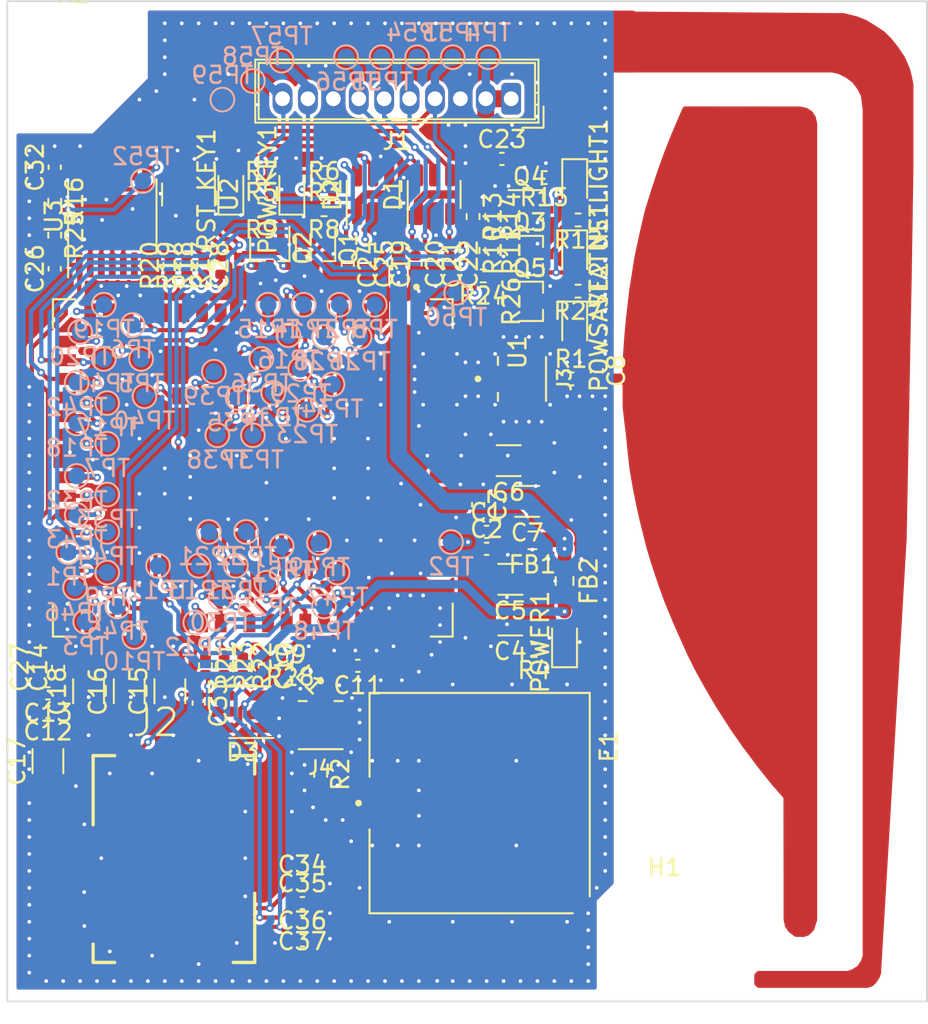
<source format=kicad_pcb>
(kicad_pcb (version 20211014) (generator pcbnew)
  (layers (0 "F.Cu" signal) (31 "B.Cu" signal) (34 "B.Paste" user) (35 "F.Paste" user) (38 "B.Mask" user) (39 "F.Mask" user) (44 "Edge.Cuts" user))
  (net 0 "")
  (net 1 "+3V9")
  (net 2 "GSM_ANT")
  (net 3 "GND")
  (net 4 "Net-(C9-Pad2)")
  (net 5 "Net-(C33-Pad1)")
  (net 6 "Net-(C34-Pad1)")
  (net 7 "VDD_EXT")
  (net 8 "Net-(C35-Pad1)")
  (net 9 "Net-(D3-Pad5)")
  (net 10 "Net-(Q1-Pad1)")
  (net 11 "Net-(Q2-Pad1)")
  (net 12 "Net-(Q3-Pad1)")
  (net 13 "Net-(Q4-Pad1)")
  (net 14 "Net-(Q5-Pad1)")
  (net 15 "Net-(POW_KEY1-Pad2)")
  (net 16 "Net-(R5-Pad2)")
  (net 17 "Net-(R10-Pad2)")
  (net 18 "Net-(R12-Pad1)")
  (net 19 "Net-(R13-Pad2)")
  (net 20 "Net-(R16-Pad2)")
  (net 21 "Net-(R17-Pad2)")
  (net 22 "Net-(R18-Pad2)")
  (net 23 "Net-(R19-Pad2)")
  (net 24 "Net-(R20-Pad2)")
  (net 25 "Net-(R24-Pad2)")
  (net 26 "Net-(POWSAVE2-Pad1)")
  (net 27 "GNSS_TXD")
  (net 29 "Net-(Q1-Pad3)")
  (net 30 "Net-(Q2-Pad3)")
  (net 31 "Net-(Q3-Pad3)")
  (net 32 "Net-(Q4-Pad3)")
  (net 33 "Net-(Q5-Pad3)")
  (net 36 "Net-(POWER1-Pad1)")
  (net 37 "Net-(TP7-Pad1)")
  (net 38 "Net-(TP8-Pad1)")
  (net 39 "Net-(TP9-Pad1)")
  (net 40 "Net-(TP10-Pad1)")
  (net 41 "Net-(TP11-Pad1)")
  (net 42 "Net-(TP12-Pad1)")
  (net 43 "Net-(TP13-Pad1)")
  (net 44 "Net-(TP14-Pad1)")
  (net 45 "Net-(TP15-Pad1)")
  (net 46 "Net-(TP16-Pad1)")
  (net 47 "Net-(TP17-Pad1)")
  (net 48 "Net-(TP18-Pad1)")
  (net 49 "Net-(TP19-Pad1)")
  (net 50 "Net-(TP20-Pad1)")
  (net 51 "Net-(TP21-Pad1)")
  (net 52 "Net-(TP22-Pad1)")
  (net 53 "Net-(TP23-Pad1)")
  (net 54 "Net-(TP24-Pad1)")
  (net 55 "Net-(TP25-Pad1)")
  (net 56 "Net-(TP26-Pad1)")
  (net 57 "Net-(TP27-Pad1)")
  (net 58 "Net-(TP28-Pad1)")
  (net 59 "Net-(TP29-Pad1)")
  (net 60 "Net-(TP30-Pad1)")
  (net 61 "Net-(TP31-Pad1)")
  (net 62 "Net-(TP32-Pad1)")
  (net 63 "Net-(TP33-Pad1)")
  (net 64 "Net-(TP34-Pad1)")
  (net 65 "Net-(TP35-Pad1)")
  (net 66 "Net-(TP36-Pad1)")
  (net 67 "Net-(TP37-Pad1)")
  (net 68 "Net-(TP38-Pad1)")
  (net 69 "Net-(TP39-Pad1)")
  (net 70 "Net-(TP40-Pad1)")
  (net 71 "Net-(C11-Pad1)")
  (net 72 "Net-(C11-Pad2)")
  (net 73 "Net-(E1-Pad1)")
  (net 74 "Net-(J3-Pad1)")
  (net 75 "VBAT_BB")
  (net 76 "VBAT_RF")
  (net 77 "GNSS_RXD")
  (net 78 "USIM_VCC")
  (net 79 "USIM_RST")
  (net 80 "USIM_CLK")
  (net 81 "USIM_I{slash}O")
  (net 82 "MAIN_TXD")
  (net 83 "MAIN_RXD")
  (net 84 "GSM_PWR_KEY")
  (net 85 "GSM_NRESET")
  (net 86 "Net-(NETLIGHT1-Pad1)")
  (net 87 "MCU_TXD0")
  (net 88 "MCU_RXD0")
  (net 89 "MCU_TXD1")
  (net 90 "MCU_RXD1")
  (net 91 "+3V3")
  (footprint "Capacitor_SMD:C_0402_1005Metric" (layer "F.Cu") (at 201 106)
    (fp_text reference "C1")
    (fp_text value "33pF")
  )
  (footprint "Resistor_SMD:R_0402_1005Metric" (layer "F.Cu") (at 206.4 91.8 180)
    (fp_text reference "R27")
    (fp_text value "4.7k")
  )
  (footprint "Resistor_SMD:R_0402_1005Metric" (layer "F.Cu") (at 191.4 85.9)
    (fp_text reference "R6")
    (fp_text value "10k")
  )
  (footprint "Capacitor_SMD:C_0402_1005Metric" (layer "F.Cu") (at 187.9 113.9 -90)
    (fp_text reference "C10")
    (fp_text value "100n")
  )
  (footprint "Resistor_SMD:R_0402_1005Metric" (layer "F.Cu") (at 201.3 87.4 -90)
    (fp_text reference "R14")
    (fp_text value "120k")
  )
  (footprint "Package_TO_SOT_SMD:SOT-323_SC-70" (layer "F.Cu") (at 190.9 89.3 -90)
    (fp_text reference "Q1")
    (fp_text value "BSS214NW")
  )
  (footprint "Capacitor_SMD:C_1206_3216Metric" (layer "F.Cu") (at 202.4 108.8 180)
    (fp_text reference "C5")
    (fp_text value "47uF 10V")
  )
  (footprint "Resistor_SMD:R_0402_1005Metric" (layer "F.Cu") (at 201.3 92.4 -90)
    (fp_text reference "R26")
    (fp_text value "120k")
  )
  (footprint "Capacitor_SMD:C_0402_1005Metric" (layer "F.Cu") (at 174.6 114 90)
    (fp_text reference "C27")
    (fp_text value "33pF")
  )
  (footprint "Capacitor_SMD:C_0402_1005Metric" (layer "F.Cu") (at 193.4 113.9 180)
    (fp_text reference "C11")
    (fp_text value "33pF")
  )
  (footprint "Capacitor_SMD:C_0402_1005Metric" (layer "F.Cu") (at 207.5 96.5 -90)
    (fp_text reference "C8")
    (fp_text value "DNP")
  )
  (footprint "Capacitor_SMD:C_0402_1005Metric" (layer "F.Cu") (at 190.12 129 180)
    (fp_text reference "C37")
    (fp_text value "100n")
  )
  (footprint "Resistor_SMD:R_0402_1005Metric" (layer "F.Cu") (at 187.7 85.9)
    (fp_text reference "R7")
    (fp_text value "10k")
  )
  (footprint "Package_TO_SOT_SMD:SOT-323_SC-70" (layer "F.Cu") (at 188.2 89.3 -90)
    (fp_text reference "Q2")
    (fp_text value "BSS214NW")
  )
  (footprint "MountingHole:MountingHole_3.2mm_M3" (layer "F.Cu") (at 211.5 130)
    (fp_text reference "H1")
    (fp_text value "MountingHole")
  )
  (footprint "Capacitor_SMD:C_0402_1005Metric" (layer "F.Cu") (at 197.8 90.2 -90)
    (fp_text reference "C21")
    (fp_text value "33pF")
  )
  (footprint "Package_SO:TSSOP-14_4.4x5mm_P0.65mm" (layer "F.Cu") (at 178.9 87.39 90)
    (fp_text reference "U3")
    (fp_text value "TXB0104PW")
  )
  (footprint "Package_TO_SOT_SMD:SOT-23-6" (layer "F.Cu") (at 194.3 86.1 90)
    (fp_text reference "D2")
    (fp_text value "ESDA6V1-5SC6")
  )
  (footprint "Resistor_SMD:R_0402_1005Metric" (layer "F.Cu") (at 200.8 90.9 180)
    (fp_text reference "R24")
    (fp_text value "10k")
  )
  (footprint "Resistor_SMD:R_0402_1005Metric" (layer "F.Cu") (at 182.3 90.29 90)
    (fp_text reference "R20")
    (fp_text value "0")
  )
  (footprint "Capacitor_SMD:C_1206_3216Metric" (layer "F.Cu") (at 203.4 104.2 180)
    (fp_text reference "C7")
    (fp_text value "47uF 10V")
  )
  (footprint "Package_TO_SOT_SMD:SOT-323_SC-70" (layer "F.Cu") (at 203.6 87)
    (fp_text reference "Q4")
    (fp_text value "LBC817")
  )
  (footprint "Capacitor_SMD:C_1206_3216Metric" (layer "F.Cu") (at 182.3 115.4 90)
    (fp_text reference "C15")
    (fp_text value "47uF 10V")
  )
  (footprint "Capacitor_SMD:C_0402_1005Metric" (layer "F.Cu") (at 201.9 84)
    (fp_text reference "C23")
    (fp_text value "33pF")
  )
  (footprint "LED_SMD:LED_0603_1608Metric" (layer "F.Cu") (at 206.2 89.7 -90)
    (fp_text reference "STATUS1")
    (fp_text value "LED_Small")
  )
  (footprint "Library:GCT_SIM8051-6-0-14-00-X-REVD" (layer "F.Cu") (at 182.54 125.3)
    (fp_text reference "J2")
    (fp_text value "SIM8051-6-0-14-00-X-REVD")
  )
  (footprint "Resistor_SMD:R_0402_1005Metric" (layer "F.Cu") (at 184.4 113.9 -90)
    (fp_text reference "R21")
    (fp_text value "0")
  )
  (footprint "Package_TO_SOT_SMD:SOT-23" (layer "F.Cu") (at 183.4 86.1 -90)
    (fp_text reference "U2")
    (fp_text value "MCP1700-3302E_SOT23")
  )
  (footprint "Capacitor_SMD:C_1206_3216Metric" (layer "F.Cu") (at 202.4 111.2 180)
    (fp_text reference "C4")
    (fp_text value "47uF 10V")
  )
  (footprint "net_bms:LINX_CONUFL001-SMD-T" (layer "F.Cu") (at 191.2 117.4 180)
    (fp_text reference "J4")
    (fp_text value "CONUFL001-SMD-T")
  )
  (footprint "Capacitor_SMD:C_0402_1005Metric" (layer "F.Cu") (at 193.8 90.2 -90)
    (fp_text reference "C25")
    (fp_text value "33pF")
  )
  (footprint "Capacitor_SMD:C_0402_1005Metric" (layer "F.Cu") (at 184 116.1 -90)
    (fp_text reference "C33")
    (fp_text value "33pF")
  )
  (footprint "Capacitor_SMD:C_1206_3216Metric" (layer "F.Cu") (at 175.1 119.525 90)
    (fp_text reference "C17")
    (fp_text value "47uF 10V")
  )
  (footprint "Library:XCVR_APAKN1304-C2G-T" (layer "F.Cu") (at 200.5875 122 -90)
    (fp_text reference "E1")
    (fp_text value "APAKN1304-C2G-T")
  )
  (footprint "Capacitor_SMD:C_0402_1005Metric" (layer "F.Cu") (at 192.8 90.2 -90)
    (fp_text reference "C24")
    (fp_text value "33pF")
  )
  (footprint "Resistor_SMD:R_0402_1005Metric" (layer "F.Cu") (at 184.3 90.29 90)
    (fp_text reference "R18")
    (fp_text value "0")
  )
  (footprint "Resistor_SMD:R_0402_1005Metric" (layer "F.Cu") (at 204.4 85.1 180)
    (fp_text reference "R15")
    (fp_text value "4.7k")
  )
  (footprint "Capacitor_SMD:C_0402_1005Metric" (layer "F.Cu") (at 175.1 116.625 180)
    (fp_text reference "C12")
    (fp_text value "33pF")
  )
  (footprint "Resistor_SMD:R_0402_1005Metric" (layer "F.Cu") (at 201.3 89.4 -90)
    (fp_text reference "R11")
    (fp_text value "120k")
  )
  (footprint "Capacitor_SMD:C_0402_1005Metric" (layer "F.Cu") (at 194.8 90.2 -90)
    (fp_text reference "C19")
    (fp_text value "33pF")
  )
  (footprint "Capacitor_SMD:C_0402_1005Metric" (layer "F.Cu") (at 200.5 104.4 -90)
    (fp_text reference "C3")
    (fp_text value "100n")
  )
  (footprint "Capacitor_SMD:C_0402_1005Metric" (layer "F.Cu") (at 186.4 90.3 90)
    (fp_text reference "C28")
    (fp_text value "100n")
  )
  (footprint "Capacitor_SMD:C_0402_1005Metric" (layer "F.Cu") (at 190.12 127.9)
    (fp_text reference "C35")
    (fp_text value "33pF")
  )
  (footprint "Resistor_SMD:R_0402_1005Metric" (layer "F.Cu") (at 185.5 113.9 -90)
    (fp_text reference "R23")
    (fp_text value "0")
  )
  (footprint "Resistor_SMD:R_0402_1005Metric" (layer "F.Cu") (at 189.4 113.4 180)
    (fp_text reference "R28")
    (fp_text value "0")
  )
  (footprint "Resistor_SMD:R_0603_1608Metric" (layer "F.Cu") (at 203.7 106.5 180)
    (fp_text reference "FB1")
    (fp_text value "100/100MHz")
  )
  (footprint "Capacitor_SMD:C_0402_1005Metric" (layer "F.Cu") (at 201 107)
    (fp_text reference "C2")
    (fp_text value "33pF")
  )
  (footprint "Capacitor_SMD:C_0402_1005Metric" (layer "F.Cu") (at 190.12 130.1)
    (fp_text reference "C36")
    (fp_text value "33pF")
  )
  (footprint "net_bms:LINX_CONUFL001-SMD-T" (layer "F.Cu") (at 203.0875 96.975 -90)
    (fp_text reference "J3")
    (fp_text value "CONUFL001-SMD-T")
  )
  (footprint "Capacitor_SMD:C_0402_1005Metric" (layer "F.Cu") (at 189.4 114.4)
    (fp_text reference "C9")
    (fp_text value "33pF")
  )
  (footprint "Resistor_SMD:R_0402_1005Metric" (layer "F.Cu") (at 206.4 87.6 180)
    (fp_text reference "R12")
    (fp_text value "4.7k")
  )
  (footprint "LED_SMD:LED_0603_1608Metric" (layer "F.Cu") (at 189.5 85.8 90)
    (fp_text reference "POW_KEY1")
    (fp_text value "LED_Small")
  )
  (footprint "Resistor_SMD:R_0603_1608Metric" (layer "F.Cu") (at 205.6 108.9 -90)
    (fp_text reference "FB2")
    (fp_text value "100/100MHz")
  )
  (footprint "Package_TO_SOT_SMD:SOT-23-6" (layer "F.Cu") (at 197.9 86.1 90)
    (fp_text reference "D1")
    (fp_text value "ESDA6V1-5SC6")
  )
  (footprint "Capacitor_SMD:C_1206_3216Metric" (layer "F.Cu") (at 202.3 101.8 180)
    (fp_text reference "C6")
    (fp_text value "47uF 10V")
  )
  (footprint "Inductor_SMD:L_0402_1005Metric" (layer "F.Cu") (at 191.4 113.9 135)
    (fp_text reference "L1")
    (fp_text value "47nH")
  )
  (footprint "Capacitor_SMD:C_0402_1005Metric" (layer "F.Cu") (at 175.5 90.48 90)
    (fp_text reference "C26")
    (fp_text value "100n")
  )
  (footprint "Capacitor_SMD:C_0402_1005Metric" (layer "F.Cu") (at 190.12 126.8)
    (fp_text reference "C34")
    (fp_text value "33pF")
  )
  (footprint "Capacitor_SMD:C_0402_1005Metric" (layer "F.Cu") (at 175.5 84.49 90)
    (fp_text reference "C32")
    (fp_text value "100n")
  )
  (footprint "Capacitor_SMD:C_0402_1005Metric" (layer "F.Cu") (at 175.7 114 90)
    (fp_text reference "C14")
    (fp_text value "100n")
  )
  (footprint "LED_SMD:LED_0603_1608Metric" (layer "F.Cu") (at 185.9 85.8 90)
    (fp_text reference "RST_KEY1")
    (fp_text value "LED_Small")
  )
  (footprint "Resistor_SMD:R_0402_1005Metric" (layer "F.Cu") (at 191.4 87 180)
    (fp_text reference "R8")
    (fp_text value "120k")
  )
  (footprint "Capacitor_SMD:C_0402_1005Metric" (layer "F.Cu") (at 196.8 90.2 -90)
    (fp_text reference "C20")
    (fp_text value "33pF")
  )
  (footprint "Resistor_SMD:R_0402_1005Metric" (layer "F.Cu") (at 175.5 88.5 -90)
    (fp_text reference "R25")
    (fp_text value "10k")
  )
  (footprint "MountingHole:MountingHole_3.2mm_M3" (layer "F.Cu") (at 176.586006 78.5)
    (fp_text reference "H2")
    (fp_text value "MountingHole")
  )
  (footprint "Package_TO_SOT_SMD:SOT-323_SC-70" (layer "F.Cu") (at 203.6 89.7)
    (fp_text reference "Q3")
    (fp_text value "LBC817")
  )
  (footprint "LED_SMD:LED_0603_1608Metric" (layer "F.Cu") (at 206.2 93.9 -90)
    (fp_text reference "POWSAVE2")
    (fp_text value "LED_Small")
  )
  (footprint "Resistor_SMD:R_0402_1005Metric" (layer "F.Cu") (at 200.2 87.4 -90)
    (fp_text reference "R13")
    (fp_text value "10k")
  )
  (footprint "Capacitor_SMD:C_0402_1005Metric" (layer "F.Cu") (at 198.8 90.2 -90)
    (fp_text reference "C22")
    (fp_text value "33pF")
  )
  (footprint "Capacitor_SMD:C_1206_3216Metric" (layer "F.Cu") (at 179.9 115.4 90)
    (fp_text reference "C16")
    (fp_text value "47uF 10V")
  )
  (footprint "Resistor_SMD:R_0402_1005Metric" (layer "F.Cu") (at 200.2 89.4 -90)
    (fp_text reference "R10")
    (fp_text value "10k")
  )
  (footprint "net_bms:XCVR_BG95" (layer "F.Cu") (at 187.196793 102.226762 -90)
    (fp_text reference "U1")
    (fp_text value "BG95")
  )
  (footprint "Resistor_SMD:R_0402_1005Metric" (layer "F.Cu") (at 205.975 96.975)
    (fp_text reference "R1")
    (fp_text value "0")
  )
  (footprint "Package_TO_SOT_SMD:SOT-23-6" (layer "F.Cu") (at 186.6 116.6 180)
    (fp_text reference "D3")
    (fp_text value "ESDA6V1-5SC6")
  )
  (footprint "Resistor_SMD:R_0402_1005Metric" (layer "F.Cu") (at 191.2 120.3 -90)
    (fp_text reference "R2")
    (fp_text value "0")
  )
  (footprint "Resistor_SMD:R_0402_1005Metric" (layer "F.Cu") (at 186.6 113.9 -90)
    (fp_text reference "R22")
    (fp_text value "0")
  )
  (footprint "Capacitor_SMD:C_1206_3216Metric" (layer "F.Cu") (at 177.5 115.4 90)
    (fp_text reference "C18")
    (fp_text value "47uF 10V")
  )
  (footprint "Resistor_SMD:R_0402_1005Metric" (layer "F.Cu") (at 187.7 84.8 180)
    (fp_text reference "R5")
    (fp_text value "4.7k")
  )
  (footprint "Resistor_SMD:R_0402_1005Metric" (layer "F.Cu") (at 183.3 90.29 90)
    (fp_text reference "R19")
    (fp_text value "0")
  )
  (footprint "LED_SMD:LED_0603_1608Metric" (layer "F.Cu") (at 206.2 85.5 -90)
    (fp_text reference "NETLIGHT1")
    (fp_text value "LED_Small")
  )
  (footprint "Resistor_SMD:R_0402_1005Metric" (layer "F.Cu") (at 203.8 113 180)
    (fp_text reference "R4")
    (fp_text value "10k")
  )
  (footprint "Capacitor_SMD:C_0402_1005Metric" (layer "F.Cu") (at 175.1 115.525 180)
    (fp_text reference "C13")
    (fp_text value "33pF")
  )
  (footprint "Resistor_SMD:R_0402_1005Metric" (layer "F.Cu") (at 191.4 84.8 180)
    (fp_text reference "R3")
    (fp_text value "4.7k")
  )
  (footprint "Resistor_SMD:R_0402_1005Metric" (layer "F.Cu") (at 175.5 86.5 -90)
    (fp_text reference "R16")
    (fp_text value "120k")
  )
  (footprint "Connector_Wuerth:Wuerth_WR-WTB_64801011622_1x10_P1.50mm_Vertical" (layer "F.Cu") (at 202.45 80.45 180)
    (fp_text reference "J1")
    (fp_text value "Conn_01x10")
  )
  (footprint "Resistor_SMD:R_0402_1005Metric" (layer "F.Cu") (at 187.7 87 180)
    (fp_text reference "R9")
    (fp_text value "120k")
  )
  (footprint "LED_SMD:LED_0603_1608Metric" (layer "F.Cu") (at 205.6 112.5 90)
    (fp_text reference "POWER1")
    (fp_text value "LED_Small")
  )
  (footprint "Package_TO_SOT_SMD:SOT-323_SC-70" (layer "F.Cu") (at 203.6 92.4)
    (fp_text reference "Q5")
    (fp_text value "LBC817")
  )
  (footprint "Resistor_SMD:R_0402_1005Metric" (layer "F.Cu") (at 185.3 90.29 90)
    (fp_text reference "R17")
    (fp_text value "0")
  )
  (footprint "TestPoint:TestPoint_Pad_D1.0mm" (layer "B.Cu") (at 194.4 92.6)
    (fp_text reference "TP8")
    (fp_text value "ADC1")
  )
  (footprint "TestPoint:TestPoint_Pad_D1.0mm" (layer "B.Cu") (at 178.6 106)
    (fp_text reference "TP44")
    (fp_text value "GNSS_RXD")
  )
  (footprint "TestPoint:TestPoint_Pad_D1.0mm" (layer "B.Cu") (at 184.9 96.55)
    (fp_text reference "TP39")
    (fp_text value "GPIO8")
  )
  (footprint "TestPoint:TestPoint_Pad_D1.0mm" (layer "B.Cu") (at 188.4 97.8)
    (fp_text reference "TP24")
    (fp_text value "GRFC2")
  )
  (footprint "TestPoint:TestPoint_Pad_D1.0mm" (layer "B.Cu") (at 198.9 106.6)
    (fp_text reference "TP2")
    (fp_text value "VBAT_RF")
  )
  (footprint "TestPoint:TestPoint_Pad_D1.0mm" (layer "B.Cu") (at 193.5 94.5)
    (fp_text reference "TP26")
    (fp_text value "PCM_CLK")
  )
  (footprint "TestPoint:TestPoint_Pad_D1.0mm" (layer "B.Cu") (at 178.6 98.4)
    (fp_text reference "TP17")
    (fp_text value "DBG_RXD")
  )
  (footprint "TestPoint:TestPoint_Pad_D1.0mm" (layer "B.Cu") (at 176.8 97.2)
    (fp_text reference "TP42")
    (fp_text value "NET_STATUS")
  )
  (footprint "TestPoint:TestPoint_Pad_D1.0mm" (layer "B.Cu") (at 190.2 92.6)
    (fp_text reference "TP14")
    (fp_text value "USB_VBUS")
  )
  (footprint "TestPoint:TestPoint_Pad_D1.0mm" (layer "B.Cu") (at 188.1 92.6)
    (fp_text reference "TP15")
    (fp_text value "USB_DP")
  )
  (footprint "TestPoint:TestPoint_Pad_D1.0mm" (layer "B.Cu") (at 199 78 180)
    (fp_text reference "TP53")
    (fp_text value "MCU_RXD1")
  )
  (footprint "TestPoint:TestPoint_Pad_D1.0mm" (layer "B.Cu") (at 178.4 92.6)
    (fp_text reference "TP19")
    (fp_text value "NW_DISABLE")
  )
  (footprint "TestPoint:TestPoint_Pad_D1.0mm" (layer "B.Cu") (at 192.7 78)
    (fp_text reference "TP56")
    (fp_text value "MCU_TXD0")
  )
  (footprint "TestPoint:TestPoint_Pad_D1.0mm" (layer "B.Cu") (at 184.6 106)
    (fp_text reference "TP21")
    (fp_text value "USB_BOOT")
  )
  (footprint "TestPoint:TestPoint_Pad_D1.0mm" (layer "B.Cu") (at 176.8 102.7)
    (fp_text reference "TP32")
    (fp_text value "GPIO1")
  )
  (footprint "TestPoint:TestPoint_Pad_D1.0mm" (layer "B.Cu") (at 184 108)
    (fp_text reference "TP13")
    (fp_text value "MAIN_RI")
  )
  (footprint "TestPoint:TestPoint_Pad_D1.0mm" (layer "B.Cu") (at 191.4 110.4)
    (fp_text reference "TP48")
    (fp_text value "USIM_CLK")
  )
  (footprint "TestPoint:TestPoint_Pad_D1.0mm" (layer "B.Cu") (at 187.2 100.3)
    (fp_text reference "TP37")
    (fp_text value "GPIO6")
  )
  (footprint "TestPoint:TestPoint_Pad_D1.0mm" (layer "B.Cu") (at 188 109)
    (fp_text reference "TP25")
    (fp_text value "USIM_DET")
  )
  (footprint "TestPoint:TestPoint_Pad_D1.0mm" (layer "B.Cu") (at 187.7 95.8)
    (fp_text reference "TP36")
    (fp_text value "GPIO5")
  )
  (footprint "TestPoint:TestPoint_Pad_D1.0mm" (layer "B.Cu") (at 192.2 108.4)
    (fp_text reference "TP47")
    (fp_text value "USIM_I/O")
  )
  (footprint "TestPoint:TestPoint_Pad_D1.0mm" (layer "B.Cu") (at 180.1 93.8)
    (fp_text reference "TP6")
    (fp_text value "PWRKEY")
  )
  (footprint "TestPoint:TestPoint_Pad_D1.0mm" (layer "B.Cu") (at 178.6 100.8)
    (fp_text reference "TP7")
    (fp_text value "ADC0")
  )
  (footprint "TestPoint:TestPoint_Pad_D1.0mm" (layer "B.Cu") (at 177 94.2)
    (fp_text reference "TP20")
    (fp_text value "AP_READY")
  )
  (footprint "TestPoint:TestPoint_Pad_D1.0mm" (layer "B.Cu") (at 191.4 94.5)
    (fp_text reference "TP28")
    (fp_text value "PCM_DIN")
  )
  (footprint "TestPoint:TestPoint_Pad_D1.0mm" (layer "B.Cu") (at 181.6 108)
    (fp_text reference "TP11")
    (fp_text value "MAIN_RTS")
  )
  (footprint "TestPoint:TestPoint_Pad_D1.0mm" (layer "B.Cu") (at 176.3 107.2)
    (fp_text reference "TP1")
    (fp_text value "VDD_EXT")
  )
  (footprint "TestPoint:TestPoint_Pad_D1.0mm" (layer "B.Cu") (at 185.4 80.5 180)
    (fp_text reference "TP59")
    (fp_text value "MAIN_RXD")
  )
  (footprint "TestPoint:TestPoint_Pad_D1.0mm" (layer "B.Cu") (at 194.8 78)
    (fp_text reference "TP55")
    (fp_text value "MCU_RXD0")
  )
  (footprint "TestPoint:TestPoint_Pad_D1.0mm" (layer "B.Cu") (at 179.2 110.4)
    (fp_text reference "TP45")
    (fp_text value "MAIN_TXD")
  )
  (footprint "TestPoint:TestPoint_Pad_D1.0mm" (layer "B.Cu") (at 189.3 94.4)
    (fp_text reference "TP16")
    (fp_text value "USB_DM")
  )
  (footprint "TestPoint:TestPoint_Pad_D1.0mm" (layer "B.Cu") (at 199.2 91.9)
    (fp_text reference "TP50")
    (fp_text value "PSM_IND")
  )
  (footprint "TestPoint:TestPoint_Pad_D1.0mm" (layer "B.Cu") (at 201.1 78 180)
    (fp_text reference "TP4")
    (fp_text value "+3V9")
  )
  (footprint "TestPoint:TestPoint_Pad_D1.0mm" (layer "B.Cu") (at 185.3 109.9)
    (fp_text reference "TP30")
    (fp_text value "I2C_SCL")
  )
  (footprint "TestPoint:TestPoint_Pad_D1.0mm" (layer "B.Cu") (at 177.3 111.3)
    (fp_text reference "TP3")
    (fp_text value "VBAT_BB")
  )
  (footprint "TestPoint:TestPoint_Pad_D1.0mm" (layer "B.Cu") (at 178.4 95.8)
    (fp_text reference "TP41")
    (fp_text value "STATUS")
  )
  (footprint "TestPoint:TestPoint_Pad_D1.0mm" (layer "B.Cu") (at 196.9 78 180)
    (fp_text reference "TP54")
    (fp_text value "MCU_TXD1")
  )
  (footprint "TestPoint:TestPoint_Pad_D1.0mm" (layer "B.Cu") (at 190.4 98.8)
    (fp_text reference "TP23")
    (fp_text value "GRFC1")
  )
  (footprint "TestPoint:TestPoint_Pad_D1.0mm" (layer "B.Cu") (at 180.7 85.3 180)
    (fp_text reference "TP52")
    (fp_text value "CONV_OE")
  )
  (footprint "TestPoint:TestPoint_Pad_D1.0mm" (layer "B.Cu") (at 185.1 100.3)
    (fp_text reference "TP38")
    (fp_text value "GPIO7")
  )
  (footprint "TestPoint:TestPoint_Pad_D1.0mm" (layer "B.Cu") (at 180.8 98)
    (fp_text reference "TP40")
    (fp_text value "GPIO9")
  )
  (footprint "TestPoint:TestPoint_Pad_D1.0mm" (layer "B.Cu") (at 188.9 78.2 180)
    (fp_text reference "TP57")
    (fp_text value "MAIN_RXD")
  )
  (footprint "TestPoint:TestPoint_Pad_D1.0mm" (layer "B.Cu") (at 180.2 112.2)
    (fp_text reference "TP10")
    (fp_text value "MAIN_CTS")
  )
  (footprint "TestPoint:TestPoint_Pad_D1.0mm" (layer "B.Cu") (at 180.6 95.8)
    (fp_text reference "TP5")
    (fp_text value "NRESET")
  )
  (footprint "TestPoint:TestPoint_Pad_D1.0mm" (layer "B.Cu") (at 186.3 98.1)
    (fp_text reference "TP35")
    (fp_text value "GPIO4")
  )
  (footprint "TestPoint:TestPoint_Pad_D1.0mm" (layer "B.Cu") (at 176.8 105)
    (fp_text reference "TP43")
    (fp_text value "GNSS_TXD")
  )
  (footprint "TestPoint:TestPoint_Pad_D1.0mm" (layer "B.Cu") (at 186.2 108)
    (fp_text reference "TP31")
    (fp_text value "I2C_SDA")
  )
  (footprint "TestPoint:TestPoint_Pad_D1.0mm" (layer "B.Cu") (at 187.2 79.4 180)
    (fp_text reference "TP58")
    (fp_text value "MAIN_RXD")
  )
  (footprint "TestPoint:TestPoint_Pad_D1.0mm" (layer "B.Cu") (at 192.3 92.6)
    (fp_text reference "TP27")
    (fp_text value "PCM_SYNC")
  )
  (footprint "TestPoint:TestPoint_Pad_D1.0mm" (layer "B.Cu") (at 191.9 97.3)
    (fp_text reference "TP34")
    (fp_text value "GPIO3")
  )
  (footprint "TestPoint:TestPoint_Pad_D1.0mm" (layer "B.Cu") (at 186.8 106)
    (fp_text reference "TP22")
    (fp_text value "PON_TRIG")
  )
  (footprint "TestPoint:TestPoint_Pad_D1.0mm" (layer "B.Cu") (at 188.9 106.85)
    (fp_text reference "TP51")
    (fp_text value "USIM_VCC")
  )
  (footprint "TestPoint:TestPoint_Pad_D1.0mm" (layer "B.Cu") (at 176.7 109.3)
    (fp_text reference "TP46")
    (fp_text value "MAIN_RXD")
  )
  (footprint "TestPoint:TestPoint_Pad_D1.0mm" (layer "B.Cu") (at 190 96.4)
    (fp_text reference "TP29")
    (fp_text value "PCM_DOUT")
  )
  (footprint "TestPoint:TestPoint_Pad_D1.0mm" (layer "B.Cu") (at 176.8 99.6)
    (fp_text reference "TP18")
    (fp_text value "DBG_TXD")
  )
  (footprint "TestPoint:TestPoint_Pad_D1.0mm" (layer "B.Cu") (at 178.6 103.8)
    (fp_text reference "TP33")
    (fp_text value "GPIO2")
  )
  (footprint "TestPoint:TestPoint_Pad_D1.0mm" (layer "B.Cu") (at 183.8 111.35)
    (fp_text reference "TP12")
    (fp_text value "MAIN_DCD")
  )
  (footprint "TestPoint:TestPoint_Pad_D1.0mm" (layer "B.Cu") (at 191.1 106.65)
    (fp_text reference "TP49")
    (fp_text value "USIM_RST")
  )
  (footprint "TestPoint:TestPoint_Pad_D1.0mm" (layer "B.Cu") (at 178.6 108.4)
    (fp_text reference "TP9")
    (fp_text value "MAIN_DTR")
  )
  (gr_rect locked (start 172.7 74.7) (end 227 133.7) (layer "Edge.Cuts") (width 0.1) (fill none))
  (segment locked (start 196.6625 87.4375) (end 196.95 87.4375) (width 0.5) (layer "F.Cu") (net 1))
  (segment locked (start 205.1 90.7) (end 204.55 90.7) (width 0.25) (layer "F.Cu") (net 1))
  (segment locked (start 184.442157 88.28644) (end 185.341198 89.18548) (width 0.25) (layer "F.Cu") (net 1))
  (segment locked (start 195.8 87.7) (end 196.0625 87.4375) (width 0.8) (layer "F.Cu") (net 1))
  (segment locked (start 193.35 87.1) (end 192.8 87.1) (width 0.25) (layer "F.Cu") (net 1))
  (segment locked (start 197.4 86.1) (end 199.42285 86.1) (width 0.5) (layer "F.Cu") (net 1))
  (segment locked (start 205.9875 90.7) (end 206.2 90.4875) (width 0.25) (layer "F.Cu") (net 1))
  (segment locked (start 195.8 91.3) (end 195.8 90.7) (width 0.8) (layer "F.Cu") (net 1))
  (segment locked (start 205.6 108.075) (end 205.6 107) (width 0.8) (layer "F.Cu") (net 1))
  (segment locked (start 192.15 87.75) (end 192.15 88.85) (width 0.25) (layer "F.Cu") (net 1))
  (segment locked (start 204.525 106.5) (end 205.5 106.5) (width 0.8) (layer "F.Cu") (net 1))
  (segment locked (start 203.4 85.7) (end 202.7 85) (width 0.25) (layer "F.Cu") (net 1))
  (segment locked (start 206.37452 108.84952) (end 206.37452 110.93798) (width 0.2) (layer "F.Cu") (net 1))
  (segment locked (start 196.95 87.4375) (end 196.95 86.55) (width 0.5) (layer "F.Cu") (net 1))
  (segment locked (start 200.95 80.45) (end 202.45 80.45) (width 1) (layer "F.Cu") (net 1))
  (segment locked (start 205.663478 94.6875) (end 206.2 94.6875) (width 0.25) (layer "F.Cu") (net 1))
  (segment locked (start 191.25 89.1) (end 190.8 89.55) (width 0.25) (layer "F.Cu") (net 1))
  (segment locked (start 193.35 86.613575) (end 193.863575 86.1) (width 0.5) (layer "F.Cu") (net 1))
  (segment locked (start 200.95 84.57285) (end 200.211425 85.311425) (width 1) (layer "F.Cu") (net 1))
  (segment locked (start 183.78644 88.28644) (end 184.442157 88.28644) (width 0.25) (layer "F.Cu") (net 1))
  (segment locked (start 191.9 89.1) (end 191.25 89.1) (width 0.25) (layer "F.Cu") (net 1))
  (segment locked (start 201.37715 85) (end 200.95 84.57285) (width 0.25) (layer "F.Cu") (net 1))
  (segment locked (start 203.4 89.724022) (end 203.4 85.7) (width 0.25) (layer "F.Cu") (net 1))
  (segment locked (start 200.211425 85.311425) (end 200.422849 85.1) (width 0.5) (layer "F.Cu") (net 1))
  (segment locked (start 186.67 89.55) (end 186.4 89.82) (width 0.25) (layer "F.Cu") (net 1))
  (segment locked (start 205.1 90.7) (end 204.375978 90.7) (width 0.25) (layer "F.Cu") (net 1))
  (segment locked (start 205.1 90.7) (end 205.9875 90.7) (width 0.25) (layer "F.Cu") (net 1))
  (segment locked (start 193.35 87.1) (end 193.35 86.613575) (width 0.5) (layer "F.Cu") (net 1))
  (segment locked (start 183.4 87.0375) (end 183.4 87.9) (width 0.25) (layer "F.Cu") (net 1))
  (segment locked (start 203.925489 91.324511) (end 203.925489 92.949511) (width 0.25) (layer "F.Cu") (net 1))
  (segment locked (start 195.8 90.7) (end 195.8 87.7) (width 0.8) (layer "F.Cu") (net 1))
  (segment locked (start 205.2875 86.2875) (end 205.1 86.1) (width 0.25) (layer "F.Cu") (net 1))
  (segment locked (start 204.55 90.7) (end 203.925489 91.324511) (width 0.25) (layer "F.Cu") (net 1))
  (segment locked (start 190.8 89.55) (end 186.67 89.55) (width 0.25) (layer "F.Cu") (net 1))
  (segment locked (start 203.925489 92.949511) (end 205.663478 94.6875) (width 0.25) (layer "F.Cu") (net 1))
  (segment locked (start 193.863575 86.1) (end 195.2 86.1) (width 0.5) (layer "F.Cu") (net 1))
  (segment locked (start 185.341198 89.18548) (end 185.76548 89.18548) (width 0.25) (layer "F.Cu") (net 1))
  (segment locked (start 196.6625 87.4375) (end 195.25 87.4375) (width 0.5) (layer "F.Cu") (net 1))
  (segment locked (start 202.7 85) (end 201.37715 85) (width 0.25) (layer "F.Cu") (net 1))
  (segment locked (start 206.2 86.2875) (end 205.2875 86.2875) (width 0.25) (layer "F.Cu") (net 1))
  (segment locked (start 192.15 88.85) (end 191.9 89.1) (width 0.25) (layer "F.Cu") (net 1))
  (segment locked (start 199.42285 86.1) (end 200.211425 85.311425) (width 0.5) (layer "F.Cu") (net 1))
  (segment locked (start 183.4 87.9) (end 183.78644 88.28644) (width 0.25) (layer "F.Cu") (net 1))
  (segment locked (start 195.25 85.1625) (end 195.25 87.4375) (width 0.5) (layer "F.Cu") (net 1))
  (segment locked (start 205.5 106.5) (end 205.6 106.4) (width 0.8) (layer "F.Cu") (net 1))
  (segment locked (start 205.6 108.075) (end 206.37452 108.84952) (width 0.2) (layer "F.Cu") (net 1))
  (segment locked (start 185.76548 89.18548) (end 186.4 89.82) (width 0.25) (layer "F.Cu") (net 1))
  (segment locked (start 196.0625 87.4375) (end 196.6625 87.4375) (width 0.8) (layer "F.Cu") (net 1))
  (segment locked (start 196.95 86.55) (end 197.4 86.1) (width 0.5) (layer "F.Cu") (net 1))
  (segment locked (start 200.95 80.45) (end 200.95 84.57285) (width 1) (layer "F.Cu") (net 1))
  (segment locked (start 206.37452 110.93798) (end 205.6 111.7125) (width 0.2) (layer "F.Cu") (net 1))
  (segment locked (start 192.8 87.1) (end 192.15 87.75) (width 0.25) (layer "F.Cu") (net 1))
  (segment locked (start 204.375978 90.7) (end 203.4 89.724022) (width 0.25) (layer "F.Cu") (net 1))
  (via locked (at 195.8 90.7) (size 0.45) (drill 0.22) (layers "F.Cu" "B.Cu") (net 1))
  (via locked (at 195.8 91.3) (size 0.45) (drill 0.22) (layers "F.Cu" "B.Cu") (net 1))
  (via locked (at 205.1 90.7) (size 0.45) (drill 0.22) (layers "F.Cu" "B.Cu") (net 1))
  (via locked (at 205.6 107) (size 0.45) (drill 0.22) (layers "F.Cu" "B.Cu") (net 1))
  (via locked (at 205.6 106.4) (size 0.45) (drill 0.22) (layers "F.Cu" "B.Cu") (net 1))
  (via locked (at 205.1 86.1) (size 0.45) (drill 0.22) (layers "F.Cu" "B.Cu") (net 1))
  (segment locked (start 198.5 104.2) (end 203.4 104.2) (width 1) (layer "B.Cu") (net 1))
  (segment locked (start 195.8 101.5) (end 198.5 104.2) (width 1) (layer "B.Cu") (net 1))
  (segment locked (start 205.6 106.4) (end 205.6 107) (width 1) (layer "B.Cu") (net 1))
  (segment locked (start 195.8 90.7) (end 195.8 101.5) (width 1) (layer "B.Cu") (net 1))
  (segment locked (start 203.4 104.2) (end 205.6 106.4) (width 1) (layer "B.Cu") (net 1))
  (segment locked (start 200.95 78.15) (end 200.95 80.45) (width 0.5) (layer "B.Cu") (net 1))
  (segment locked (start 201.1 78) (end 200.95 78.15) (width 0.5) (layer "B.Cu") (net 1))
  (segment locked (start 205.1 86.1) (end 205.1 90.7) (width 0.25) (layer "B.Cu") (net 1))
  (segment locked (start 207.495 96.975) (end 207.5 96.98) (width 0.25) (layer "F.Cu") (net 2))
  (segment locked (start 207.5 96.98) (end 209.495 96.98) (width 0.64) (layer "F.Cu") (net 2))
  (segment locked (start 206.485 96.975) (end 207.495 96.975) (width 0.64) (layer "F.Cu") (net 2))
  (segment locked (start 198.010856 88.499383) (end 197.9 88.388527) (width 0.25) (layer "F.Cu") (net 3))
  (segment locked (start 198.2505 88.739027) (end 198.010856 88.499383) (width 0.25) (layer "F.Cu") (net 3))
  (segment locked (start 194.9 88.9) (end 194.4 88.4) (width 0.25) (layer "F.Cu") (net 3))
  (segment locked (start 198.2505 89.090122) (end 198.2505 88.739027) (width 0.25) (layer "F.Cu") (net 3))
  (segment locked (start 197.9 88.388527) (end 197.9 87.2375) (width 0.25) (layer "F.Cu") (net 3))
  (segment locked (start 194.3 88.3) (end 194.3 87.2375) (width 0.25) (layer "F.Cu") (net 3))
  (segment locked (start 194.4 88.4) (end 194.3 88.3) (width 0.25) (layer "F.Cu") (net 3))
  (segment locked (start 194.9 89) (end 194.9 88.9) (width 0.25) (layer "F.Cu") (net 3))
  (via locked (at 194 100.5) (size 0.45) (drill 0.22) (layers "F.Cu" "B.Cu") (net 3))
  (via locked (at 176.75 112.75) (size 0.45) (drill 0.22) (layers "F.Cu" "B.Cu") (net 3))
  (via locked (at 196.1 86.6) (size 0.45) (drill 0.22) (layers "F.Cu" "B.Cu") (net 3))
  (via locked (at 189.5 125.25) (size 0.45) (drill 0.22) (layers "F.Cu" "B.Cu") (net 3))
  (via locked (at 181.5 83.5) (size 0.45) (drill 0.22) (layers "F.Cu" "B.Cu") (net 3))
  (via locked (at 197 99.75) (size 0.45) (drill 0.22) (layers "F.Cu" "B.Cu") (net 3))
  (via locked (at 208 83) (size 0.45) (drill 0.22) (layers "F.Cu" "B.Cu") (net 3))
  (via locked (at 193.05 115.8) (size 0.45) (drill 0.22) (layers "F.Cu" "B.Cu") (net 3))
  (via locked (at 194 102.25) (size 0.45) (drill 0.22) (layers "F.Cu" "B.Cu") (net 3))
  (via locked (at 174 98.5) (size 0.45) (drill 0.22) (layers "F.Cu" "B.Cu") (net 3))
  (via locked (at 208 84) (size 0.45) (drill 0.22) (layers "F.Cu" "B.Cu") (net 3))
  (via locked (at 180.5 109) (size 0.45) (drill 0.22) (layers "F.Cu" "B.Cu") (net 3))
  (via locked (at 202.75 94.5) (size 0.45) (drill 0.22) (layers "F.Cu" "B.Cu") (net 3))
  (via locked (at 200 132.5) (size 0.45) (drill 0.22) (layers "F.Cu" "B.Cu") (net 3))
  (via locked (at 202.5 115) (size 0.45) (drill 0.22) (layers "F.Cu" "B.Cu") (net 3))
  (via locked (at 180.5 105.75) (size 0.45) (drill 0.22) (layers "F.Cu" "B.Cu") (net 3))
  (via locked (at 208 107) (size 0.45) (drill 0.22) (layers "F.Cu" "B.Cu") (net 3))
  (via locked (at 194.75 95.5) (size 0.45) (drill 0.22) (layers "F.Cu" "B.Cu") (net 3))
  (via locked (at 188 99.25) (size 0.45) (drill 0.22) (layers "F.Cu" "B.Cu") (net 3))
  (via locked (at 206.6 107.6) (size 0.45) (drill 0.22) (layers "F.Cu" "B.Cu") (net 3))
  (via locked (at 175 132.5) (size 0.45) (drill 0.22) (layers "F.Cu" "B.Cu") (net 3))
  (via locked (at 174 111.5) (size 0.45) (drill 0.22) (layers "F.Cu" "B.Cu") (net 3))
  (via locked (at 200.75 86.25) (size 0.45) (drill 0.22) (layers "F.Cu" "B.Cu") (net 3))
  (via locked (at 197.75 113.25) (size 0.45) (drill 0.22) (layers "F.Cu" "B.Cu") (net 3))
  (via locked (at 208 106) (size 0.45) (drill 0.22) (layers "F.Cu" "B.Cu") (net 3))
  (via locked (at 183.65 92.1) (size 0.45) (drill 0.22) (layers "F.Cu" "B.Cu") (net 3))
  (via locked (at 199.25 98.5) (size 0.45) (drill 0.22) (layers "F.Cu" "B.Cu") (net 3))
  (via locked (at 181.25 112.75) (size 0.45) (drill 0.22) (layers "F.Cu" "B.Cu") (net 3))
  (via locked (at 190 132.5) (size 0.45) (drill 0.22) (layers "F.Cu" "B.Cu") (net 3))
  (via locked (at 208 101) (size 0.45) (drill 0.22) (layers "F.Cu" "B.Cu") (net 3))
  (via locked (at 207 132.5) (size 0.45) (drill 0.22) (layers "F.Cu" "B.Cu") (net 3))
  (via locked (at 188 105.25) (size 0.45) (drill 0.22) (layers "F.Cu" "B.Cu") (net 3))
  (via locked (at 208 124) (size 0.45) (drill 0.22) (layers "F.Cu" "B.Cu") (net 3))
  (via locked (at 191.5 78.5) (size 0.45) (drill 0.22) (layers "F.Cu" "B.Cu") (net 3))
  (via locked (at 202 89.75) (size 0.45) (drill 0.22) (layers "F.Cu" "B.Cu") (net 3))
  (via locked (at 208 80) (size 0.45) (drill 0.22) (layers "F.Cu" "B.Cu") (net 3))
  (via locked (at 202.25 101.5) (size 0.45) (drill 0.22) (layers "F.Cu" "B.Cu") (net 3))
  (via locked (at 197.25 98.5) (size 0.45) (drill 0.22) (layers "F.Cu" "B.Cu") (net 3))
  (via locked (at 208 126) (size 0.45) (drill 0.22) (layers "F.Cu" "B.Cu") (net 3))
  (via locked (at 196 132.5) (size 0.45) (drill 0.22) (layers "F.Cu" "B.Cu") (net 3))
  (via locked (at 198.5 92.75) (size 0.45) (drill 0.22) (layers "F.Cu" "B.Cu") (net 3))
  (via locked (at 194.25 119.5) (size 0.45) (drill 0.22) (layers "F.Cu" "B.Cu") (net 3))
  (via locked (at 208 86) (size 0.45) (drill 0.22) (layers "F.Cu" "B.Cu") (net 3))
  (via locked (at 189.5 119) (size 0.45) (drill 0.22) (layers "F.Cu" "B.Cu") (net 3))
  (via locked (at 204.5 114) (size 0.45) (drill 0.22) (layers "F.Cu" "B.Cu") (net 3))
  (via locked (at 197 91.8) (size 0.45) (drill 0.22) (layers "F.Cu" "B.Cu") (net 3))
  (via locked (at 202.75 124.5) (size 0.45) (drill 0.22) (layers "F.Cu" "B.Cu") (net 3))
  (via locked (at 184 100) (size 0.45) (drill 0.22) (layers "F.Cu" "B.Cu") (net 3))
  (via locked (at 199 93.75) (size 0.45) (drill 0.22) (layers "F.Cu" "B.Cu") (net 3))
  (via locked (at 177.75 101.75) (size 0.45) (drill 0.22) (layers "F.Cu" "B.Cu") (net 3))
  (via locked (at 194 76) (size 0.45) (drill 0.22) (layers "F.Cu" "B.Cu") (net 3))
  (via locked (at 193.25 113) (size 0.45) (drill 0.22) (layers "F.Cu" "B.Cu") (net 3))
  (via locked (at 186 76) (size 0.45) (drill 0.22) (layers "F.Cu" "B.Cu") (net 3))
  (via locked (at 189.35 89.05) (size 0.45) (drill 0.22) (layers "F.Cu" "B.Cu") (net 3))
  (via locked (at 194.75 106.5) (size 0.45) (drill 0.22) (layers "F.Cu" "B.Cu") (net 3))
  (via locked (at 194.2 110.5) (size 0.45) (drill 0.22) (layers "F.Cu" "B.Cu") (net 3))
  (via locked (at 200.5 96) (size 0.45) (drill 0.22) (layers "F.Cu" "B.Cu") (net 3))
  (via locked (at 174 122) (size 0.45) (drill 0.22) (layers "F.Cu" "B.Cu") (net 3))
  (via locked (at 178.75 120.25) (size 0.45) (drill 0.22) (layers "F.Cu" "B.Cu") (net 3))
  (via locked (at 205.75 115) (size 0.45) (drill 0.22) (layers "F.Cu" "B.Cu") (net 3))
  (via locked (at 197.25 95.5) (size 0.45) (drill 0.22) (layers "F.Cu" "B.Cu") (net 3))
  (via locked (at 199 115) (size 0.45) (drill 0.22) (layers "F.Cu" "B.Cu") (net 3))
  (via locked (at 202 99.5) (size 0.45) (drill 0.22) (layers "F.Cu" "B.Cu") (net 3))
  (via locked (at 196.75 96.25) (size 0.45) (drill 0.22) (layers "F.Cu" "B.Cu") (net 3))
  (via locked (at 179.25 92.05) (size 0.45) (drill 0.22) (layers "F.Cu" "B.Cu") (net 3))
  (via locked (at 194 104) (size 0.45) (drill 0.22) (layers "F.Cu" "B.Cu") (net 3))
  (via locked (at 190.75 122.25) (size 0.45) (drill 0.22) (layers "F.Cu" "B.Cu") (net 3))
  (via locked (at 208 98.75) (size 0.45) (drill 0.22) (layers "F.Cu" "B.Cu") (net 3))
  (via locked (at 182.65 87.35) (size 0.45) (drill 0.22) (layers "F.Cu" "B.Cu") (net 3))
  (via locked (at 174 123) (size 0.45) (drill 0.22) (layers "F.Cu" "B.Cu") (net 3))
  (via locked (at 186.25 101.5) (size 0.45) (drill 0.22) (layers "F.Cu" "B.Cu") (net 3))
  (via locked (at 192.190393 120.953315) (size 0.45) (drill 0.22) (layers "F.Cu" "B.Cu") (net 3))
  (via locked (at 206 105.3) (size 0.45) (drill 0.22) (layers "F.Cu" "B.Cu") (net 3))
  (via locked (at 204 76) (size 0.45) (drill 0.22) (layers "F.Cu" "B.Cu") (net 3))
  (via locked (at 199 132.5) (size 0.45) (drill 0.22) (layers "F.Cu" "B.Cu") (net 3))
  (via locked (at 204.25 99.5) (size 0.45) (drill 0.22) (layers "F.Cu" "B.Cu") (net 3))
  (via locked (at 199.75 82) (size 0.45) (drill 0.22) (layers "F.Cu" "B.Cu") (net 3))
  (via locked (at 202.5 79) (size 0.45) (drill 0.22) (layers "F.Cu" "B.Cu") (net 3))
  (via locked (at 208 102) (size 0.45) (drill 0.22) (layers "F.Cu" "B.Cu") (net 3))
  (via locked (at 183.5 102.75) (size 0.45) (drill 0.22) (layers "F.Cu" "B.Cu") (net 3))
  (via locked (at 193.5 114.75) (size 0.45) (drill 0.22) (layers "F.Cu" "B.Cu") (net 3))
  (via locked (at 195.25 110.5) (size 0.45) (drill 0.22) (layers "F.Cu" "B.Cu") (net 3))
  (via locked (at 207 131.5) (size 0.45) (drill 0.22) (layers "F.Cu" "B.Cu") (net 3))
  (via locked (at 174 91.5) (size 0.45) (drill 0.22) (layers "F.Cu" "B.Cu") (net 3))
  (via locked (at 186 132.5) (size 0.45) (drill 0.22) (layers "F.Cu" "B.Cu") (net 3))
  (via locked (at 193 119) (size 0.45) (drill 0.22) (layers "F.Cu" "B.Cu") (net 3))
  (via locked (at 174 130) (size 0.45) (drill 0.22) (layers "F.Cu" "B.Cu") (net 3))
  (via locked (at 208 112) (size 0.45) (drill 0.22) (layers "F.Cu" "B.Cu") (net 3))
  (via locked (at 180.5 100.5) (size 0.45) (drill 0.22) (layers "F.Cu" "B.Cu") (net 3))
  (via locked (at 174 104.5) (size 0.45) (drill 0.22) (layers "F.Cu" "B.Cu") (net 3))
  (via locked (at 192 100.5) (size 0.45) (drill 0.22) (layers "F.Cu" "B.Cu") (net 3))
  (via locked (at 203.5 99.5) (size 0.45) (drill 0.22) (layers "F.Cu" "B.Cu") (net 3))
  (via locked (at 176.9 87.6) (size 0.45) (drill 0.22) (layers "F.Cu" "B.Cu") (net 3))
  (via locked (at 203.7 107.05) (size 0.45) (drill 0.22) (layers "F.Cu" "B.Cu") (net 3))
  (via locked (at 192.75 98.5) (size 0.45) (drill 0.22) (layers "F.Cu" "B.Cu") (net 3))
  (via locked (at 174 126) (size 0.45) (drill 0.22) (layers "F.Cu" "B.Cu") (net 3))
  (via locked (at 199.75 84.25) (size 0.45) (drill 0.22) (layers "F.Cu" "B.Cu") (net 3))
  (via locked (at 174 115) (size 0.45) (drill 0.22) (layers "F.Cu" "B.Cu") (net 3))
  (via locked (at 183.5 101.5) (size 0.45) (drill 0.22) (layers "F.Cu" "B.Cu") (net 3))
  (via locked (at 174 119) (size 0.45) (drill 0.22) (layers "F.Cu" "B.Cu") (net 3))
  (via locked (at 177.3 86.4) (size 0.45) (drill 0.22) (layers "F.Cu" "B.Cu") (net 3))
  (via locked (at 177 132.5) (size 0.45) (drill 0.22) (layers "F.Cu" "B.Cu") (net 3))
  (via locked (at 176.25 88.5) (size 0.45) (drill 0.22) (layers "F.Cu" "B.Cu") (net 3))
  (via locked (at 204.25 94.5) (size 0.45) (drill 0.22) (layers "F.Cu" "B.Cu") (net 3))
  (via locked (at 186.25 130.25) (size 0.45) (drill 0.22) (layers "F.Cu" "B.Cu") (net 3))
  (via locked (at 203 76) (size 0.45) (drill 0.22) (layers "F.Cu" "B.Cu") (net 3))
  (via locked (at 183 132.5) (size 0.45) (drill 0.22) (layers "F.Cu" "B.Cu") (net 3))
  (via locked (at 192 76) (size 0.45) (drill 0.22) (layers "F.Cu" "B.Cu") (net 3))
  (via locked (at 182.95 109.2) (size 0.45) (drill 0.22) (layers "F.Cu" "B.Cu") (net 3))
  (via locked (at 199.5 101.5) (size 0.45) (drill 0.22) (layers "F.Cu" "B.Cu") (net 3))
  (via locked (at 191 76) (size 0.45) (drill 0.22) (layers "F.Cu" "B.Cu") (net 3))
  (via locked (at 199.75 96) (size 0.45) (drill 0.22) (layers "F.Cu" "B.Cu") (net 3))
  (via locked (at 190.5 105.25) (size 0.45) (drill 0.22) (layers "F.Cu" "B.Cu") (net 3))
  (via locked (at 191.75 130) (size 0.45) (drill 0.22) (layers "F.Cu" "B.Cu") (net 3))
  (via locked (at 174 106.5) (size 0.45) (drill 0.22) (layers "F.Cu" "B.Cu") (net 3))
  (via locked (at 203.25 84.5) (size 0.45) (drill 0.22) (layers "F.Cu" "B.Cu") (net 3))
  (via locked (at 191.25 91.8) (size 0.45) (drill 0.22) (layers "F.Cu" "B.Cu") (net 3))
  (via locked (at 204.75 95.5) (size 0.45) (drill 0.22) (layers "F.Cu" "B.Cu") (net 3))
  (via locked (at 207.25 98) (size 0.45) (drill 0.22) (layers "F.Cu" "B.Cu") (net 3))
  (via locked (at 181.25 131) (size 0.45) (drill 0.22) (layers "F.Cu" "B.Cu") (net 3))
  (via locked (at 176.25 110.25) (size 0.45) (drill 0.22) (layers "F.Cu" "B.Cu") (net 3))
  (via locked (at 208 100) (size 0.45) (drill 0.22) (layers "F.Cu" "B.Cu") (net 3))
  (via locked (at 193.5 118.25) (size 0.45) (drill 0.22) (layers "F.Cu" "B.Cu") (net 3))
  (via locked (at 193.5 91.8) (size 0.45) (drill 0.22) (layers "F.Cu" "B.Cu") (net 3))
  (via locked (at 174 105.5) (size 0.45) (drill 0.22) (layers "F.Cu" "B.Cu") (net 3))
  (via locked (at 174 127) (size 0.45) (drill 0.22) (layers "F.Cu" "B.Cu") (net 3))
  (via locked (at 174 83.5) (size 0.45) (drill 0.22) (layers "F.Cu" "B.Cu") (net 3))
  (via locked (at 182 78) (size 0.45) (drill 0.22) (layers "F.Cu" "B.Cu") (net 3))
  (via locked (at 193 76) (size 0.45) (drill 0.22) (layers "F.Cu" "B.Cu") (net 3))
  (via locked (at 184 76) (size 0.45) (drill 0.22) (layers "F.Cu" "B.Cu") (net 3))
  (via locked (at 183.75 84) (size 0.45) (drill 0.22) (layers "F.Cu" "B.Cu") (net 3))
  (via locked (at 188 76) (size 0.45) (drill 0.22) (layers "F.Cu" "B.Cu") (net 3))
  (via locked (at 191.25 83.95) (size 0.45) (drill 0.22) (layers "F.Cu" "B.Cu") (net 3))
  (via locked (at 198.010856 88.499383) (size 0.45) (drill 0.22) (layers "F.Cu" "B.Cu") (net 3))
  (via locked (at 186.75 125.25) (size 0.45) (drill 0.22) (layers "F.Cu" "B.Cu") (net 3))
  (via locked (at 185.75 105.25) (size 0.45) (drill 0.22) (layers "F.Cu" "B.Cu") (net 3))
  (via locked (at 197.5 101.5) (size 0.45) (drill 0.22) (layers "F.Cu" "B.Cu") (net 3))
  (via locked (at 204 89) (size 0.45) (drill 0.22) (layers "F.Cu" "B.Cu") (net 3))
  (via locked (at 190.5 112.75) (size 0.45) (drill 0.22) (layers "F.Cu" "B.Cu") (net 3))
  (via locked (at 177.25 129.25) (size 0.45) (drill 0.22) (layers "F.Cu" "B.Cu") (net 3))
  (via locked (at 177.5 118) (size 0.45) (drill 0.22) (layers "F.Cu" "B.Cu") (net 3))
  (via locked (at 200.8 103.2) (size 0.45) (drill 0.22) (layers "F.Cu" "B.Cu") (net 3))
  (via locked (at 190.6 114.2) (size 0.45) (drill 0.22) (layers "F.Cu" "B.Cu") (net 3))
  (via locked (at 188.95 115.8) (size 0.45) (drill 0.22) (layers "F.Cu" "B.Cu") (net 3))
  (via locked (at 208 121) (size 0.45) (drill 0.22) (layers "F.Cu" "B.Cu") (net 3))
  (via locked (at 199.75 112.25) (size 0.45) (drill 0.22) (layers "F.Cu" "B.Cu") (net 3))
  (via locked (at 174 110.5) (size 0.45) (drill 0.22) (layers "F.Cu" "B.Cu") (net 3))
  (via locked (at 191.75 128.5) (size 0.45) (drill 0.22) (layers "F.Cu" "B.Cu") (net 3))
  (via locked (at 186.35 83.5) (size 0.45) (drill 0.22) (layers "F.Cu" "B.Cu") (net 3))
  (via locked (at 208 113) (size 0.45) (drill 0.22) (layers "F.Cu" "B.Cu") (net 3))
  (via locked (at 190 76) (size 0.45) (drill 0.22) (layers "F.Cu" "B.Cu") (net 3))
  (via locked (at 208 116) (size 0.45) (drill 0.22) (layers "F.Cu" "B.Cu") (net 3))
  (via locked (at 195.75 109.75) (size 0.45) (drill 0.22) (layers "F.Cu" "B.Cu") (net 3))
  (via locked (at 193 124.25) (size 0.45) (drill 0.22) (layers "F.Cu" "B.Cu") (net 3))
  (via locked (at 200 76) (size 0.45) (drill 0.22) (layers "F.Cu" "B.Cu") (net 3))
  (via locked (at 181.75 95.35) (size 0.45) (drill 0.22) (layers "F.Cu" "B.Cu") (net 3))
  (via locked (at 174 85.5) (size 0.45) (drill 0.22) (layers "F.Cu" "B.Cu") (net 3))
  (via locked (at 202.3 85.6) (size 0.45) (drill 0.22) (layers "F.Cu" "B.Cu") (net 3))
  (via locked (at 181 132.5) (size 0.45) (drill 0.22) (layers "F.Cu" "B.Cu") (net 3))
  (via locked (at 187.65 91.35) (size 0.45) (drill 0.22) (layers "F.Cu" "B.Cu") (net 3))
  (via locked (at 182 103.75) (size 0.45) (drill 0.22) (layers "F.Cu" "B.Cu") (net 3))
  (via locked (at 197 94.25) (size 0.45) (drill 0.22) (layers "F.Cu" "B.Cu") (net 3))
  (via locked (at 194.75 98.5) (size 0.45) (drill 0.22) (layers "F.Cu" "B.Cu") (net 3))
  (via locked (at 198.25 110.5) (size 0.45) (drill 0.22) (layers "F.Cu" "B.Cu") (net 3))
  (via locked (at 181.25 120.25) (size 0.45) (drill 0.22) (layers "F.Cu" "B.Cu") (net 3))
  (via locked (at 182.75 83.5) (size 0.45) (drill 0.22) (layers "F.Cu" "B.Cu") (net 3))
  (via locked (at 180.5 80.5) (size 0.45) (drill 0.22) (layers "F.Cu" "B.Cu") (net 3))
  (via locked (at 201.5 85.6) (size 0.45) (drill 0.22) (layers "F.Cu" "B.Cu") (net 3))
  (via locked (at 180.5 103.75) (size 0.45) (drill 0.22) (layers "F.Cu" "B.Cu") (net 3))
  (via locked (at 174 125) (size 0.45) (drill 0.22) (layers "F.Cu" "B.Cu") (net 3))
  (via locked (at 208 104) (size 0.45) (drill 0.22) (layers "F.Cu" "B.Cu") (net 3))
  (via locked (at 193 132.5) (size 0.45) (drill 0.22) (layers "F.Cu" "B.Cu") (net 3))
  (via locked (at 202.5 82) (size 0.45) (drill 0.22) (layers "F.Cu" "B.Cu") (net 3))
  (via locked (at 205.05 108.9) (size 0.45) (drill 0.22) (layers "F.Cu" "B.Cu") (net 3))
  (via locked (at 196 114.75) (size 0.45) (drill 0.22) (layers "F.Cu" "B.Cu") (net 3))
  (via locked (at 178.15 94.1) (size 0.45) (drill 0.22) (layers "F.Cu" "B.Cu") (net 3))
  (via locked (at 199.75 98) (size 0.45) (drill 0.22) (layers "F.Cu" "B.Cu") (net 3))
  (via locked (at 194 132.5) (size 0.45) (drill 0.22) (layers "F.Cu" "B.Cu") (net 3))
  (via locked (at 208 89) (size 0.45) (drill 0.22) (layers "F.Cu" "B.Cu") (net 3))
  (via locked (at 208 95.5) (size 0.45) (drill 0.22) (layers "F.Cu" "B.Cu") (net 3))
  (via locked (at 198.25 111.5) (size 0.45) (drill 0.22) (layers "F.Cu" "B.Cu") (net 3))
  (via locked (at 208 93) (size 0.45) (drill 0.22) (layers "F.Cu" "B.Cu") (net 3))
  (via locked (at 195.4 108.45) (size 0.45) (drill 0.22) (layers "F.Cu" "B.Cu") (net 3))
  (via locked (at 177.25 123.25) (size 0.45) (drill 0.22) (layers "F.Cu" "B.Cu") (net 3))
  (via locked (at 202.5 129) (size 0.45) (drill 0.22) (layers "F.Cu" "B.Cu") (net 3))
  (via locked (at 188 103.1) (size 0.45) (drill 0.22) (layers "F.Cu" "B.Cu") (net 3))
  (via locked (at 189.75 83.95) (size 0.45) (drill 0.22) (layers "F.Cu" "B.Cu") (net 3))
  (via locked (at 208 88) (size 0.45) (drill 0.22) (layers "F.Cu" "B.Cu") (net 3))
  (via locked (at 200.25 92.75) (size 0.45) (drill 0.22) (layers "F.Cu" "B.Cu") (net 3))
  (via locked (at 174 102.5) (size 0.45) (drill 0.22) (layers "F.Cu" "B.Cu") (net 3))
  (via locked (at 199 76) (size 0.45) (drill 0.22) (layers "F.Cu" "B.Cu") (net 3))
  (via locked (at 197 114.25) (size 0.45) (drill 0.22) (layers "F.Cu" "B.Cu") (net 3))
  (via locked (at 196 76) (size 0.45) (drill 0.22) (layers "F.Cu" "B.Cu") (net 3))
  (via locked (at 197 132.5) (size 0.45) (drill 0.22) (layers "F.Cu" "B.Cu") (net 3))
  (via locked (at 194.05 108.7) (size 0.45) (drill 0.22) (layers "F.Cu" "B.Cu") (net 3))
  (via locked (at 208 123) (size 0.45) (drill 0.22) (layers "F.Cu" "B.Cu") (net 3))
  (via locked (at 206.5 102.75) (size 0.45) (drill 0.22) (layers "F.Cu" "B.Cu") (net 3))
  (via locked (at 185 76) (size 0.45) (drill 0.22) (layers "F.Cu" "B.Cu") (net 3))
  (via locked (at 192 113) (size 0.45) (drill 0.22) (layers "F.Cu" "B.Cu") (net 3))
  (via locked (at 174 97.45) (size 0.45) (drill 0.22) (layers "F.Cu" "B.Cu") (net 3))
  (via locked (at 179.75 98.5) (size 0.45) (drill 0.22) (layers "F.Cu" "B.Cu") (net 3))
  (via locked (at 176.75 121) (size 0.45) (drill 0.22) (layers "F.Cu" "B.Cu") (net 3))
  (via locked (at 174 90.5) (size 0.45) (drill 0.22) (layers "F.Cu" "B.Cu") (net 3))
  (via locked (at 188.55 91.15) (size 0.45) (drill 0.22) (layers "F.Cu" "B.Cu") (net 3))
  (via locked (at 197 122.75) (size 0.45) (drill 0.22) (layers "F.Cu" "B.Cu") (net 3))
  (via locked (at 188 132.5) (size 0.45) (drill 0.22) (layers "F.Cu" "B.Cu") (net 3))
  (via locked (at 187 76) (size 0.45) (drill 0.22) (layers "F.Cu" "B.Cu") (net 3))
  (via locked (at 193.1 109.65) (size 0.45) (drill 0.22) (layers "F.Cu" "B.Cu") (net 3))
  (via locked (at 188.75 118.05) (size 0.45) (drill 0.22) (layers "F.Cu" "B.Cu") (net 3))
  (via locked (at 207 130.5) (size 0.45) (drill 0.22) (layers "F.Cu" "B.Cu") (net 3))
  (via locked (at 174 124) (size 0.45) (drill 0.22) (layers "F.Cu" "B.Cu") (net 3))
  (via locked (at 187.2 89.05) (size 0.45) (drill 0.22) (layers "F.Cu" "B.Cu") (net 3))
  (via locked (at 208 120) (size 0.45) (drill 0.22) (layers "F.Cu" "B.Cu") (net 3))
  (via locked (at 208 85) (size 0.45) (drill 0.22) (layers "F.Cu" "B.Cu") (net 3))
  (via locked (at 203.5 90.75) (size 0.45) (drill 0.22) (layers "F.Cu" "B.Cu") (net 3))
  (via locked (at 207.5 127) (size 0.45) (drill 0.22) (layers "F.Cu" "B.Cu") (net 3))
  (via locked (at 188.5 130.25) (size 0.45) (drill 0.22) (layers "F.Cu" "B.Cu") (net 3))
  (via locked (at 203 103.15) (size 0.45) (drill 0.22) (layers "F.Cu" "B.Cu") (net 3))
  (via locked (at 202.2 111.45) (size 0.45) (drill 0.22) (layers "F.Cu" "B.Cu") (net 3))
  (via locked (at 187.5 80.8) (size 0.45) (drill 0.22) (layers "F.Cu" "B.Cu") (net 3))
  (via locked (at 205 76) (size 0.45) (drill 0.22) (layers "F.Cu" "B.Cu") (net 3))
  (via locked (at 174 112.5) (size 0.45) (drill 0.22) (layers "F.Cu" "B.Cu") (net 3))
  (via locked (at 205.75 129) (size 0.45) (drill 0.22) (layers "F.Cu" "B.Cu") (net 3))
  (via locked (at 174 107.5) (size 0.45) (drill 0.22) (layers "F.Cu" "B.Cu") (net 3))
  (via locked (at 202 94.5) (size 0.45) (drill 0.22) (layers "F.Cu" "B.Cu") (net 3))
  (via locked (at 199.2 105.15) (size 0.45) (drill 0.22) (layers "F.Cu" "B.Cu") (net 3))
  (via locked (at 199.75 100.25) (size 0.45) (drill 0.22) (layers "F.Cu" "B.Cu") (net 3))
  (via locked (at 176.25 85.25) (size 0.45) (drill 0.22) (layers "F.Cu" "B.Cu") (net 3))
  (via locked (at 203.9 103.3) (size 0.45) (drill 0.22) (layers "F.Cu" "B.Cu") (net 3))
  (via locked (at 198 91.5) (size 0.45) (drill 0.22) (layers "F.Cu" "B.Cu") (net 3))
  (via locked (at 208 94.75) (size 0.45) (drill 0.22) (layers "F.Cu" "B.Cu") (net 3))
  (via locked (at 203 132.5) (size 0.45) (drill 0.22) (layers "F.Cu" "B.Cu") (net 3))
  (via locked (at 208 109) (size 0.45) (drill 0.22) (layers "F.Cu" "B.Cu") (net 3))
  (via locked (at 178.25 125.25) (size 0.45) (drill 0.22) (layers "F.Cu" "B.Cu") (net 3))
  (via locked (at 199.45 103.2) (size 0.45) (drill 0.22) (layers "F.Cu" "B.Cu") (net 3))
  (via locked (at 197 119.5) (size 0.45) (drill 0.22) (layers "F.Cu" "B.Cu") (net 3))
  (via locked (at 174 131) (size 0.45) (drill 0.22) (layers "F.Cu" "B.Cu") (net 3))
  (via locked (at 204.75 98.5) (size 0.45) (drill 0.22) (layers "F.Cu" "B.Cu") (net 3))
  (via locked (at 199.75 83.25) (size 0.45) (drill 0.22) (layers "F.Cu" "B.Cu") (net 3))
  (via locked (at 191.95 89.6) (size 0.45) (drill 0.22) (layers "F.Cu" "B.Cu") (net 3))
  (via locked (at 185 87.25) (size 0.45) (drill 0.22) (layers "F.Cu" "B.Cu") (net 3))
  (via locked (at 194.4 88.4) (size 0.45) (drill 0.22) (layers "F.Cu" "B.Cu") (net 3))
  (via locked (at 181.5 80) (size 0.45) (drill 0.22) (layers "F.Cu" "B.Cu") (net 3))
  (via locked (at 192.5 123) (size 0.45) (drill 0.22) (layers "F.Cu" "B.Cu") (net 3))
  (via locked (at 208 77) (size 0.45) (drill 0.22) (layers "F.Cu" "B.Cu") (net 3))
  (via locked (at 195.95 103.15) (size 0.45) (drill 0.22) (layers "F.Cu" "B.Cu") (net 3))
  (via locked (at 198.25 112.5) (size 0.45) (drill 0.22) (layers "F.Cu" "B.Cu") (net 3))
  (via locked (at 197 76) (size 0.45) (drill 0.22) (layers "F.Cu" "B.Cu") (net 3))
  (via locked (at 207 129.5) (size 0.45) (drill 0.22) (layers "F.Cu" "B.Cu") (net 3))
  (via locked (at 204.75 91.5) (size 0.45) (drill 0.22) (layers "F.Cu" "B.Cu") (net 3))
  (via locked (at 197.1 108.45) (size 0.45) (drill 0.22) (layers "F.Cu" "B.Cu") (net 3))
  (via locked (at 208 98) (size 0.45) (drill 0.22) (layers "F.Cu" "B.Cu") (net 3))
  (via locked (at 208 87) (size 0.45) (drill 0.22) (layers "F.Cu" "B.Cu") (net 3))
  (via locked (at 176.25 86.25) (size 0.45) (drill 0.22) (layers "F.Cu" "B.Cu") (net 3))
  (via locked (at 180 132.5) (size 0.45) (drill 0.22) (layers "F.Cu" "B.Cu") (net 3))
  (via locked (at 195.5 112.75) (size 0.45) (drill 0.22) (layers "F.Cu" "B.Cu") (net 3))
  (via locked (at 175.5 83.25) (size 0.45) (drill 0.22) (layers "F.Cu" "B.Cu") (net 3))
  (via locked (at 179.75 91.5) (size 0.45) (drill 0.22) (layers "F.Cu" "B.Cu") (net 3))
  (via locked (at 208 110) (size 0.45) (drill 0.22) (layers "F.Cu" "B.Cu") (net 3))
  (via locked (at 174 100.5) (size 0.45) (drill 0.22) (layers "F.Cu" "B.Cu") (net 3))
  (via locked (at 179 132.5) (size 0.45) (drill 0.22) (layers "F.Cu" "B.Cu") (net 3))
  (via locked (at 191.75 126.75) (size 0.45) (drill 0.22) (layers "F.Cu" "B.Cu") (net 3))
  (via locked (at 204 79.5) (size 0.45) (drill 0.22) (layers "F.Cu" "B.Cu") (net 3))
  (via locked (at 174 103.5) (size 0.45) (drill 0.22) (layers "F.Cu" "B.Cu") (net 3))
  (via locked (at 174 87.5) (size 0.45) (drill 0.22) (layers "F.Cu" "B.Cu") (net 3))
  (via locked (at 180 115.75) (size 0.45) (drill 0.22) (layers "F.Cu" "B.Cu") (net 3))
  (via locked (at 178.6 107.2) (size 0.45) (drill 0.22) (layers "F.Cu" "B.Cu") (net 3))
  (via locked (at 202 132.5) (size 0.45) (drill 0.22) (layers "F.Cu" "B.Cu") (net 3))
  (via locked (at 206.5 96) (size 0.45) (drill 0.22) (layers "F.Cu" "B.Cu") (net 3))
  (via locked (at 185 99) (size 0.45) (drill 0.22) (layers "F.Cu" "B.Cu") (net 3))
  (via locked (at 181.75 86.05) (size 0.45) (drill 0.22) (layers "F.Cu" "B.Cu") (net 3))
  (via locked (at 186.5 87.3105) (size 0.45) (drill 0.22) (layers "F.Cu" "B.Cu") (net 3))
  (via locked (at 188.9 85.8) (size 0.45) (drill 0.22) (layers "F.Cu" "B.Cu") (net 3))
  (via locked (at 195.75 119.5) (size 0.45) (drill 0.22) (layers "F.Cu" "B.Cu") (net 3))
  (via locked (at 183.8 109.2) (size 0.45) (drill 0.22) (layers "F.Cu" "B.Cu") (net 3))
  (via locked (at 190 115.25) (size 0.45) (drill 0.22) (layers "F.Cu" "B.Cu") (net 3))
  (via locked (at 205.75 98) (size 0.45) (drill 0.22) (layers "F.Cu" "B.Cu") (net 3))
  (via locked (at 198.75 82) (size 0.45) (drill 0.22) (layers "F.Cu" "B.Cu") (net 3))
  (via locked (at 199.25 95.5) (size 0.45) (drill 0.22) (layers "F.Cu" "B.Cu") (net 3))
  (via locked (at 201 132.5) (size 0.45) (drill 0.22) (layers "F.Cu" "B.Cu") (net 3))
  (via locked (at 195 132.5) (size 0.45) (drill 0.22) (layers "F.Cu" "B.Cu") (net 3))
  (via locked (at 192 132.5) (size 0.45) (drill 0.22) (layers "F.Cu" "B.Cu") (net 3))
  (via locked (at 188.75 95.25) (size 0.45) (drill 0.22) (layers "F.Cu" "B.Cu") (net 3))
  (via locked (at 204 132.5) (size 0.45) (drill 0.22) (layers "F.Cu" "B.Cu") (net 3))
  (via locked (at 182 102.25) (size 0.45) (drill 0.22) (layers "F.Cu" "B.Cu") (net 3))
  (via locked (at 183.5 104) (size 0.45) (drill 0.22) (layers "F.Cu" "B.Cu") (net 3))
  (via locked (at 204.65 107.6) (size 0.45) (drill 0.22) (layers "F.Cu" "B.Cu") (net 3))
  (via locked (at 208 114) (size 0.45) (drill 0.22) (layers "F.Cu" "B.Cu") (net 3))
  (via locked (at 208 118) (size 0.45) (drill 0.22) (layers "F.Cu" "B.Cu") (net 3))
  (via locked (at 208 115) (size 0.45) (drill 0.22) (layers "F.Cu" "B.Cu") (net 3))
  (via locked (at 197 121.25) (size 0.45) (drill 0.22) (layers "F.Cu" "B.Cu") (net 3))
  (via locked (at 174 109.5) (size 0.45) (drill 0.22) (layers "F.Cu" "B.Cu") (net 3))
  (via locked (at 181.25 91.5) (size 0.45) (drill 0.22) (layers "F.Cu" "B.Cu") (net 3))
  (via locked (at 178.25 91.5) (size 0.45) (drill 0.22) (layers "F.Cu" "B.Cu") (net 3))
  (via locked (at 187 132.5) (size 0.45) (drill 0.22) (layers "F.Cu" "B.Cu") (net 3))
  (via locked (at 196.5 109.75) (size 0.45) (drill 0.22) (layers "F.Cu" "B.Cu") (net 3))
  (via locked (at 180.5 107.25) (size 0.45) (drill 0.22) (layers "F.Cu" "B.Cu") (net 3))
  (via locked (at 176.25 111.75) (size 0.45) (drill 0.22) (layers "F.Cu" "B.Cu") (net 3))
  (via locked (at 198.081407 132.487979) (size 0.45) (drill 0.22) (layers "F.Cu" "B.Cu") (net 3))
  (via locked (at 189.5 120.25) (size 0.45) (drill 0.22) (layers "F.Cu" "B.Cu") (net 3))
  (via locked (at 194.9 89) (size 0.45) (drill 0.22) (layers "F.Cu" "B.Cu") (net 3))
  (via locked (at 178.55 86.4) (size 0.45) (drill 0.22) (layers "F.Cu" "B.Cu") (net 3))
  (via locked (at 199 129) (size 0.45) (drill 0.22) (layers "F.Cu" "B.Cu") (net 3))
  (via locked (at 192 104) (size 0.45) (drill 0.22) (layers "F.Cu" "B.Cu") (net 3))
  (via locked (at 174 84.5) (size 0.45) (drill 0.22) (layers "F.Cu" "B.Cu") (net 3))
  (via locked (at 188.6 83.95) (size 0.45) (drill 0.22) (layers "F.Cu" "B.Cu") (net 3))
  (via locked (at 174 86.5) (size 0.45) (drill 0.22) (layers "F.Cu" "B.Cu") (net 3))
  (via locked (at 204 81.5) (size 0.45) (drill 0.22) (layers "F.Cu" "B.Cu") (net 3))
  (via locked (at 208 119) (size 0.45) (drill 0.22) (layers "F.Cu" "B.Cu") (net 3))
  (via locked (at 197 124.5) (size 0.45) (drill 0.22) (layers "F.Cu" "B.Cu") (net 3))
  (via locked (at 192 102.25) (size 0.45) (drill 0.22) (layers "F.Cu" "B.Cu") (net 3))
  (via locked (at 185 95.25) (size 0.45) (drill 0.22) (layers "F.Cu" "B.Cu") (net 3))
  (via locked (at 193.5 117.25) (size 0.45) (drill 0.22) (layers "F.Cu" "B.Cu") (net 3))
  (via locked (at 180.1 86.95) (size 0.45) (drill 0.22) (layers "F.Cu" "B.Cu") (net 3))
  (via locked (at 207 128.5) (size 0.45) (drill 0.22) (layers "F.Cu" "B.Cu") (net 3))
  (via locked (at 205 132.5) (size 0.45) (drill 0.22) (layers "F.Cu" "B.Cu") (net 3))
  (via locked (at 208 92) (size 0.45) (drill 0.22) (layers "F.Cu" "B.Cu") (net 3))
  (via locked (at 206 132.5) (size 0.45) (drill 0.22) (layers "F.Cu" "B.Cu") (net 3))
  (via locked (at 176 132.5) (size 0.45) (drill 0.22) (layers "F.Cu" "B.Cu") (net 3))
  (via locked (at 177.25 88.75) (size 0.45) (drill 0.22) (layers "F.Cu" "B.Cu") (net 3))
  (via locked (at 182 115.75) (size 0.45) (drill 0.22) (layers "F.Cu" "B.Cu") (net 3))
  (via locked (at 198.2505 89.090122) (size 0.45) (drill 0.22) (layers "F.Cu" "B.Cu") (net 3))
  (via locked (at 201.25 112.75) (size 0.45) (drill 0.22) (layers "F.Cu" "B.Cu") (net 3))
  (via locked (at 194.75 114.75) (size 0.45) (drill 0.22) (layers "F.Cu" "B.Cu") (net 3))
  (via locked (at 193.5 116.5) (size 0.45) (drill 0.22) (layers "F.Cu" "B.Cu") (net 3))
  (via locked (at 202.75 99.5) (size 0.45) (drill 0.22) (layers "F.Cu" "B.Cu") (net 3))
  (via locked (at 202 88.25) (size 0.45) (drill 0.22) (layers "F.Cu" "B.Cu") (net 3))
  (via locked (at 183.5 105.25) (size 0.45) (drill 0.22) (layers "F.Cu" "B.Cu") (net 3))
  (via locked (at 192.75 106.5) (size 0.45) (drill 0.22) (layers "F.Cu" "B.Cu") (net 3))
  (via locked (at 194.75 97) (size 0.45) (drill 0.22) (layers "F.Cu" "B.Cu") (net 3))
  (via locked (at 190.25 121.25) (size 0.45) (drill 0.22) (layers "F.Cu" "B.Cu") (net 3))
  (via locked (at 196.75 97.75) (size 0.45) (drill 0.22) (layers "F.Cu" "B.Cu") (net 3))
  (via locked (at 174 128) (size 0.45) (drill 0.22) (layers "F.Cu" "B.Cu") (net 3))
  (via locked (at 202.75 119.5) (size 0.45) (drill 0.22) (layers "F.Cu" "B.Cu") (net 3))
  (via locked (at 201.25 100.25) (size 0.45) (drill 0.22) (layers "F.Cu" "B.Cu") (net 3))
  (via locked (at 204 87.75) (size 0.45) (drill 0.22) (layers "F.Cu" "B.Cu") (net 3))
  (via locked (at 208 103) (size 0.45) (drill 0.22) (layers "F.Cu" "B.Cu") (net 3))
  (via locked (at 188.75 117) (size 0.45) (drill 0.22) (layers "F.Cu" "B.Cu") (net 3))
  (via locked (at 186.75 127.5) (size 0.45) (drill 0.22) (layers "F.Cu" "B.Cu") (net 3))
  (via locked (at 189.5 122.5) (size 0.45) (drill 0.22) (layers "F.Cu" "B.Cu") (net 3))
  (via locked (at 208 78) (size 0.45) (drill 0.22) (layers "F.Cu" "B.Cu") (net 3))
  (via locked (at 186.05 109.2) (size 0.45) (drill 0.22) (layers "F.Cu" "B.Cu") (net 3))
  (via locked (at 208 108) (size 0.45) (drill 0.22) (layers "F.Cu" "B.Cu") (net 3))
  (via locked (at 186.05 118.65) (size 0.45) (drill 0.22) (layers "F.Cu" "B.Cu") (net 3))
  (via locked (at 174 108.5) (size 0.45) (drill 0.22) (layers "F.Cu" "B.Cu") (net 3))
  (via locked (at 195.75 124.5) (size 0.45) (drill 0.22) (layers "F.Cu" "B.Cu") (net 3))
  (via locked (at 184 131.5) (size 0.45) (drill 0.22) (layers "F.Cu" "B.Cu") (net 3))
  (via locked (at 205 102.5) (size 0.45) (drill 0.22) (layers "F.Cu" "B.Cu") (net 3))
  (via locked (at 208 76) (size 0.45) (drill 0.22) (layers "F.Cu" "B.Cu") (net 3))
  (via locked (at 186.75 122.5) (size 0.45) (drill 0.22) (layers "F.Cu" "B.Cu") (net 3))
  (via locked (at 174 99.5) (size 0.45) (drill 0.22) (layers "F.Cu" "B.Cu") (net 3))
  (via locked (at 185.05 84) (size 0.45) (drill 0.22) (layers "F.Cu" "B.Cu") (net 3))
  (via locked (at 174 129) (size 0.45) (drill 0.22) (layers "F.Cu" "B.Cu") (net 3))
  (via locked (at 179.492606 96.994085) (size 0.45) (drill 0.22) (layers "F.Cu" "B.Cu") (net 3))
  (via locked (at 190.25 119.75) (size 0.45) (drill 0.22) (layers "F.Cu" "B.Cu") (net 3))
  (via locked (at 208 82) (size 0.45) (drill 0.22) (layers "F.Cu" "B.Cu") (net 3))
  (via locked (at 182 79) (size 0.45) (drill 0.22) (layers "F.Cu" "B.Cu") (net 3))
  (via locked (at 178 132.5) (size 0.45) (drill 0.22) (layers "F.Cu" "B.Cu") (net 3))
  (via locked (at 201.5 95.5) (size 0.45) (drill 0.22) (layers "F.Cu" "B.Cu") (net 3))
  (via locked (at 183.75 80.5) (size 0.45) (drill 0.22) (layers "F.Cu" "B.Cu") (net 3))
  (via locked (at 174 132) (size 0.45) (drill 0.22) (layers "F.Cu" "B.Cu") (net 3))
  (via locked (at 202.25 107.35) (size 0.45) (drill 0.22) (layers "F.Cu" "B.Cu") (net 3))
  (via locked (at 194.5 113) (size 0.45) (drill 0.22) (layers "F.Cu" "B.Cu") (net 3))
  (via locked (at 185.75 79) (size 0.45) (drill 0.22) (layers "F.Cu" "B.Cu") (net 3))
  (via locked (at 185 132.5) (size 0.45) (drill 0.22) (layers "F.Cu" "B.Cu") (net 3))
  (via locked (at 206.5 112.5) (size 0.45) (drill 0.22) (layers "F.Cu" "B.Cu") (net 3))
  (via locked (at 186.9 119.7) (size 0.45) (drill 0.22) (layers "F.Cu" "B.Cu") (net 3))
  (via locked (at 182 132.5) (size 0.45) (drill 0.22) (layers "F.Cu" "B.Cu") (net 3))
  (via locked (at 176.4 101.3) (size 0.45) (drill 0.22) (layers "F.Cu" "B.Cu") (net 3))
  (via locked (at 197.1 104.4) (size 0.45) (drill 0.22) (layers "F.Cu" "B.Cu") (net 3))
  (via locked (at 190.25 90.9145) (size 0.45) (drill 0.22) (layers "F.Cu" "B.Cu") (net 3))
  (via locked (at 208 79) (size 0.45) (drill 0.22) (layers "F.Cu" "B.Cu") (net 3))
  (via locked (at 202.2 109.85) (size 0.45) (drill 0.22) (layers "F.Cu" "B.Cu") (net 3))
  (via locked (at 204.7 112.25) (size 0.45) (drill 0.22) (layers "F.Cu" "B.Cu") (net 3))
  (via locked (at 191 132.5) (size 0.45) (drill 0.22) (layers "F.Cu" "B.Cu") (net 3))
  (via locked (at 189.15 100.5) (size 0.45) (drill 0.22) (layers "F.Cu" "B.Cu") (net 3))
  (via locked (at 178.75 130.75) (size 0.45) (drill 0.22) (layers "F.Cu" "B.Cu") (net 3))
  (via locked (at 197.25 109.75) (size 0.45) (drill 0.22) (layers "F.Cu" "B.Cu") (net 3))
  (via locked (at 195 76) (size 0.45) (drill 0.22) (layers "F.Cu" "B.Cu") (net 3))
  (via locked (at 174 88.5) (size 0.45) (drill 0.22) (layers "F.Cu" "B.Cu") (net 3))
  (via locked (at 174 101.5) (size 0.45) (drill 0.22) (layers "F.Cu" "B.Cu") (net 3))
  (via locked (at 196.75 106.5) (size 0.45) (drill 0.22) (layers "F.Cu" "B.Cu") (net 3))
  (via locked (at 206 76) (size 0.45) (drill 0.22) (layers "F.Cu" "B.Cu") (net 3))
  (via locked (at 180.55 92.05) (size 0.45) (drill 0.22) (layers "F.Cu" "B.Cu") (net 3))
  (via locked (at 193.5 127) (size 0.45) (drill 0.22) (layers "F.Cu" "B.Cu") (net 3))
  (via locked (at 182.5 112.75) (size 0.45) (drill 0.22) (layers "F.Cu" "B.Cu") (net 3))
  (via locked (at 200 79) (size 0.45) (drill 0.22) (layers "F.Cu" "B.Cu") (net 3))
  (via locked (at 208 91) (size 0.45) (drill 0.22) (layers "F.Cu" "B.Cu") (net 3))
  (via locked (at 184 132.5) (size 0.45) (drill 0.22) (layers "F.Cu" "B.Cu") (net 3))
  (via locked (at 196.75 97) (size 0.45) (drill 0.22) (layers "F.Cu" "B.Cu") (net 3))
  (via locked (at 201.5 98.5) (size 0.45) (drill 0.22) (layers "F.Cu" "B.Cu") (net 3))
  (via locked (at 182.5 118) (size 0.45) (drill 0.22) (layers "F.Cu" "B.Cu") (net 3))
  (via locked (at 208 122) (size 0.45) (drill 0.22) (layers "F.Cu" "B.Cu") (net 3))
  (via locked (at 191.5 123) (size 0.45) (drill 0.22) (layers "F.Cu" "B.Cu") (net 3))
  (via locked (at 204.5 84.25) (size 0.45) (drill 0.22) (layers "F.Cu" "B.Cu") (net 3))
  (via locked (at 184 119.5) (size 0.45) (drill 0.22) (layers "F.Cu" "B.Cu") (net 3))
  (via locked (at 182 77) (size 0.45) (drill 0.22) (layers "F.Cu" "B.Cu") (net 3))
  (via locked (at 194.75 83.85) (size 0.45) (drill 0.22) (layers "F.Cu" "B.Cu") (net 3))
  (via locked (at 192.25 119.75) (size 0.45) (drill 0.22) (layers "F.Cu" "B.Cu") (net 3))
  (via locked (at 174 120) (size 0.45) (drill 0.22) (layers "F.Cu" "B.Cu") (net 3))
  (via locked (at 192.3 115.05) (size 0.45) (drill 0.22) (layers "F.Cu" "B.Cu") (net 3))
  (via locked (at 189 132.5) (size 0.45) (drill 0.22) (layers "F.Cu" "B.Cu") (net 3))
  (via locked (at 208 90) (size 0.45) (drill 0.22) (layers "F.Cu" "B.Cu") (net 3))
  (via locked (at 203.5 94.5) (size 0.45) (drill 0.22) (layers "F.Cu" "B.Cu") (net 3))
  (via locked (at 182 76) (size 0.45) (drill 0.22) (layers "F.Cu" "B.Cu") (net 3))
  (via locked (at 198 76) (size 0.45) (drill 0.22) (layers "F.Cu" "B.Cu") (net 3))
  (via locked (at 202.5 83.1) (size 0.45) (drill 0.22) (layers "F.Cu" "B.Cu") (net 3))
  (via locked (at 208 94) (size 0.45) (drill 0.22) (layers "F.Cu" "B.Cu") (net 3))
  (via locked (at 190.2 87.4) (size 0.45) (drill 0.22) (layers "F.Cu" "B.Cu") (net 3))
  (via locked (at 174 116.935) (size 0.45) (drill 0.22) (layers "F.Cu" "B.Cu") (net 3))
  (via locked (at 177 83.25) (size 0.45) (drill 0.22) (layers "F.Cu" "B.Cu") (net 3))
  (via locked (at 196.1 85.1) (size 0.45) (drill 0.22) (layers "F.Cu" "B.Cu") (net 3))
  (via locked (at 202 76) (size 0.45) (drill 0.22) (layers "F.Cu" "B.Cu") (net 3))
  (via locked (at 190.5 78.5) (size 0.45) (drill 0.22) (layers "F.Cu" "B.Cu") (net 3))
  (via locked (at 208 111) (size 0.45) (drill 0.22) (layers "F.Cu" "B.Cu") (net 3))
  (via locked (at 180 118) (size 0.45) (drill 0.22) (layers "F.Cu" "B.Cu") (net 3))
  (via locked (at 201 76) (size 0.45) (drill 0.22) (layers "F.Cu" "B.Cu") (net 3))
  (via locked (at 181.25 96.75) (size 0.45) (drill 0.22) (layers "F.Cu" "B.Cu") (net 3))
  (via locked (at 208 105) (size 0.45) (drill 0.22) (layers "F.Cu" "B.Cu") (net 3))
  (via locked (at 178.75 102.25) (size 0.45) (drill 0.22) (layers "F.Cu" "B.Cu") (net 3))
  (via locked (at 200.5 98) (size 0.45) (drill 0.22) (layers "F.Cu" "B.Cu") (net 3))
  (via locked (at 177.5 115.75) (size 0.45) (drill 0.22) (layers "F.Cu" "B.Cu") (net 3))
  (via locked (at 189 76) (size 0.45) (drill 0.22) (layers "F.Cu" "B.Cu") (net 3))
  (via locked (at 208 81) (size 0.45) (drill 0.22) (layers "F.Cu" "B.Cu") (net 3))
  (via locked (at 205 100.75) (size 0.45) (drill 0.22) (layers "F.Cu" "B.Cu") (net 3))
  (via locked (at 207 76) (size 0.45) (drill 0.22) (layers "F.Cu" "B.Cu") (net 3))
  (via locked (at 183 76) (size 0.45) (drill 0.22) (layers "F.Cu" "B.Cu") (net 3))
  (via locked (at 205.75 96) (size 0.45) (drill 0.22) (layers "F.Cu" "B.Cu") (net 3))
  (via locked (at 178.3 87.6) (size 0.45) (drill 0.22) (layers "F.Cu" "B.Cu") (net 3))
  (via locked (at 195.25 129) (size 0.45) (drill 0.22) (layers "F.Cu" "B.Cu") (net 3))
  (via locked (at 206.485 98) (size 0.45) (drill 0.22) (layers "F.Cu" "B.Cu") (net 3))
  (via locked (at 208 125) (size 0.45) (drill 0.22) (layers "F.Cu" "B.Cu") (net 3))
  (via locked (at 174 89.5) (size 0.45) (drill 0.22) (layers "F.Cu" "B.Cu") (net 3))
  (via locked (at 194.25 124.5) (size 0.45) (drill 0.22) (layers "F.Cu" "B.Cu") (net 3))
  (via locked (at 208 117) (size 0.45) (drill 0.22) (layers "F.Cu" "B.Cu") (net 3))
  (via locked (at 177.24 127.25) (size 0.45) (drill 0.22) (layers "F.Cu" "B.Cu") (net 3))
  (via locked (at 186.25 94.25) (size 0.45) (drill 0.22) (layers "F.Cu" "B.Cu") (net 3))
  (via locked (at 192.5 96.25) (size 0.45) (drill 0.22) (layers "F.Cu" "B.Cu") (net 3))
  (segment locked (start 189.91 113.4) (end 190.9 113.4) (width 0.25) (layer "F.Cu") (net 4))
  (segment locked (start 190.9 113.4) (end 191.057053 113.557053) (width 0.25) (layer "F.Cu") (net 4))
  (segment locked (start 189.88 113.43) (end 189.91 113.4) (width 0.25) (layer "F.Cu") (net 4))
  (segment locked (start 189.88 114.4) (end 189.88 113.43) (width 0.25) (layer "F.Cu") (net 4))
  (segment locked (start 183.98 115.6) (end 184 115.62) (width 0.25) (layer "F.Cu") (net 5))
  (segment locked (start 185.4625 114.4475) (end 185.5 114.41) (width 0.25) (layer "F.Cu") (net 5))
  (segment locked (start 180 119.4) (end 181 118.4) (width 0.25) (layer "F.Cu") (net 5))
  (segment locked (start 185.4625 115.65) (end 185.4625 114.4475) (width 0.25) (layer "F.Cu") (net 5))
  (segment locked (start 185.4325 115.62) (end 185.4625 115.65) (width 0.25) (layer "F.Cu") (net 5))
  (segment locked (start 183 115.6) (end 183.98 115.6) (width 0.25) (layer "F.Cu") (net 5))
  (segment locked (start 184 115.62) (end 185.4325 115.62) (width 0.25) (layer "F.Cu") (net 5))
  (via locked (at 181 118.4) (size 0.45) (drill 0.22) (layers "F.Cu" "B.Cu") (net 5))
  (via locked (at 183 115.6) (size 0.45) (drill 0.22) (layers "F.Cu" "B.Cu") (net 5))
  (segment locked (start 181 118.4) (end 183 116.4) (width 0.25) (layer "B.Cu") (net 5))
  (segment locked (start 183 116.4) (end 183 115.6) (width 0.25) (layer "B.Cu") (net 5))
  (segment locked (start 187.05 115.65) (end 186.6 115.2) (width 0.25) (layer "F.Cu") (net 6))
  (segment locked (start 188.2 128.2) (end 188.24 128.2) (width 0.25) (layer "F.Cu") (net 6))
  (segment locked (start 188.2 128.2) (end 184.989136 128.2) (width 0.25) (layer "F.Cu") (net 6))
  (segment locked (start 181 130.2) (end 180 131.2) (width 0.25) (layer "F.Cu") (net 6))
  (segment locked (start 187.7375 115.65) (end 187.05 115.65) (width 0.25) (layer "F.Cu") (net 6))
  (segment locked (start 182.989136 130.2) (end 181 130.2) (width 0.25) (layer "F.Cu") (net 6))
  (segment locked (start 186.6 115.2) (end 186.6 114.41) (width 0.25) (layer "F.Cu") (net 6))
  (segment locked (start 188.24 128.2) (end 189.64 126.8) (width 0.25) (layer "F.Cu") (net 6))
  (segment locked (start 184.989136 128.2) (end 182.989136 130.2) (width 0.25) (layer "F.Cu") (net 6))
  (via locked (at 188.2 128.2) (size 0.45) (drill 0.22) (layers "F.Cu" "B.Cu") (net 6))
  (via locked (at 186.6 115.2) (size 0.45) (drill 0.22) (layers "F.Cu" "B.Cu") (net 6))
  (segment locked (start 188.2 128.2) (end 188.2 119) (width 0.25) (layer "B.Cu") (net 6))
  (segment locked (start 186.180307 115.619693) (end 186.6 115.2) (width 0.25) (layer "B.Cu") (net 6))
  (segment locked (start 188.2 119) (end 186.180307 116.980307) (width 0.25) (layer "B.Cu") (net 6))
  (segment locked (start 186.180307 116.980307) (end 186.180307 115.619693) (width 0.25) (layer "B.Cu") (net 6))
  (segment locked (start 175.773238 107.176762) (end 176.196793 107.176762) (width 0.25) (layer "F.Cu") (net 7))
  (segment locked (start 174.65 106.05) (end 174.65 105.2) (width 0.25) (layer "F.Cu") (net 7))
  (segment locked (start 176.196793 107.176762) (end 175.776762 107.176762) (width 0.25) (layer "F.Cu") (net 7))
  (segment locked (start 175.776762 107.176762) (end 174.65 106.05) (width 0.25) (layer "F.Cu") (net 7))
  (segment locked (start 175.5 90) (end 175.5 89.01) (width 0.25) (layer "F.Cu") (net 7))
  (segment locked (start 176.15 92.7) (end 176.95 91.9) (width 0.25) (layer "F.Cu") (net 7))
  (segment locked (start 176.4525 90.2525) (end 176.2 90) (width 0.25) (layer "F.Cu") (net 7))
  (segment locked (start 176.2 90) (end 175.5 90) (width 0.25) (layer "F.Cu") (net 7))
  (segment locked (start 176.95 91.9) (end 176.95 90.2525) (width 0.25) (layer "F.Cu") (net 7))
  (segment locked (start 174.15 95.15) (end 176.15 93.15) (width 0.25) (layer "F.Cu") (net 7))
  (segment locked (start 175.1 97.75) (end 174.15 96.8) (width 0.25) (layer "F.Cu") (net 7))
  (segment locked (start 174.15 96.8) (end 174.15 95.15) (width 0.25) (layer "F.Cu") (net 7))
  (segment locked (start 176.15 93.15) (end 176.15 92.7) (width 0.25) (layer "F.Cu") (net 7))
  (segment locked (start 175.3 112.82) (end 175.3 107.65) (width 0.25) (layer "F.Cu") (net 7))
  (segment locked (start 175.1 104.75) (end 175.1 97.75) (width 0.25) (layer "F.Cu") (net 7))
  (segment locked (start 177.426762 107.176762) (end 177.45 107.2) (width 0.25) (layer "F.Cu") (net 7))
  (segment locked (start 174.6 113.52) (end 175.3 112.82) (width 0.25) (layer "F.Cu") (net 7))
  (segment locked (start 174.65 105.2) (end 175.1 104.75) (width 0.25) (layer "F.Cu") (net 7))
  (segment locked (start 176.95 90.2525) (end 176.4525 90.2525) (width 0.25) (layer "F.Cu") (net 7))
  (segment locked (start 175.3 107.65) (end 175.773238 107.176762) (width 0.25) (layer "F.Cu") (net 7))
  (segment locked (start 176.196793 107.176762) (end 177.426762 107.176762) (width 0.25) (layer "F.Cu") (net 7))
  (via locked (at 177.45 107.2) (size 0.45) (drill 0.22) (layers "F.Cu" "B.Cu") (net 7))
  (segment locked (start 176.3 107.2) (end 177.45 107.2) (width 0.25) (layer "B.Cu") (net 7))
  (segment locked (start 187.6 128.7495) (end 188.7905 128.7495) (width 0.25) (layer "F.Cu") (net 8))
  (segment locked (start 187.6 119.2) (end 187.6 117.6875) (width 0.25) (layer "F.Cu") (net 8))
  (segment locked (start 187.6 128.7495) (end 184.9905 128.7495) (width 0.25) (layer "F.Cu") (net 8))
  (segment locked (start 187.6 117.6875) (end 187.7375 117.55) (width 0.25) (layer "F.Cu") (net 8))
  (segment locked (start 184.55 115.1) (end 184.55 114.56) (width 0.25) (layer "F.Cu") (net 8))
  (segment locked (start 184.9905 128.7495) (end 182.54 131.2) (width 0.25) (layer "F.Cu") (net 8))
  (segment locked (start 184.55 114.56) (end 184.4 114.41) (width 0.25) (layer "F.Cu") (net 8))
  (segment locked (start 188.7905 128.7495) (end 189.64 127.9) (width 0.25) (layer "F.Cu") (net 8))
  (via locked (at 184.55 115.1) (size 0.45) (drill 0.22) (layers "F.Cu" "B.Cu") (net 8))
  (via locked (at 187.6 119.2) (size 0.45) (drill 0.22) (layers "F.Cu" "B.Cu") (net 8))
  (via locked (at 187.6 128.7495) (size 0.45) (drill 0.22) (layers "F.Cu" "B.Cu") (net 8))
  (segment locked (start 187.6 119.2) (end 187.6 128.7495) (width 0.25) (layer "B.Cu") (net 8))
  (segment locked (start 184.55 115.1) (end 184.55 116.15) (width 0.25) (layer "B.Cu") (net 8))
  (segment locked (start 184.55 116.15) (end 187.6 119.2) (width 0.25) (layer "B.Cu") (net 8))
  (segment locked (start 185.4625 116.6) (end 185.078928 116.6) (width 0.25) (layer "F.Cu") (net 9))
  (segment locked (start 185.078928 116.6) (end 184.47548 117.203448) (width 0.25) (layer "F.Cu") (net 9))
  (segment locked (start 184.47548 117.46452) (end 182.54 119.4) (width 0.25) (layer "F.Cu") (net 9))
  (segment locked (start 184.47548 117.203448) (end 184.47548 117.46452) (width 0.25) (layer "F.Cu") (net 9))
  (segment locked (start 191.91 85.9) (end 191.91 87) (width 0.25) (layer "F.Cu") (net 10))
  (segment locked (start 191.91 87) (end 191.55 87.36) (width 0.25) (layer "F.Cu") (net 10))
  (segment locked (start 191.55 87.36) (end 191.55 88.3) (width 0.25) (layer "F.Cu") (net 10))
  (segment locked (start 188.21 87.11) (end 188.85 87.75) (width 0.25) (layer "F.Cu") (net 11))
  (segment locked (start 188.85 87.75) (end 188.85 88.3) (width 0.25) (layer "F.Cu") (net 11))
  (segment locked (start 188.21 85.9) (end 188.21 87) (width 0.25) (layer "F.Cu") (net 11))
  (segment locked (start 188.21 87) (end 188.21 87.11) (width 0.25) (layer "F.Cu") (net 11))
  (segment locked (start 200.2 88.89) (end 201.3 88.89) (width 0.25) (layer "F.Cu") (net 12))
  (segment locked (start 202.44 88.89) (end 202.6 89.05) (width 0.25) (layer "F.Cu") (net 12))
  (segment locked (start 201.3 88.89) (end 202.44 88.89) (width 0.25) (layer "F.Cu") (net 12))
  (segment locked (start 201.3 86.89) (end 202.06 86.89) (width 0.25) (layer "F.Cu") (net 13))
  (segment locked (start 200.2 86.89) (end 201.3 86.89) (width 0.25) (layer "F.Cu") (net 13))
  (segment locked (start 202.06 86.89) (end 202.6 86.35) (width 0.25) (layer "F.Cu") (net 13))
  (segment locked (start 201.31 91.88) (end 201.3 91.89) (width 0.25) (layer "F.Cu") (net 14))
  (segment locked (start 201.31 90.9) (end 201.31 91.88) (width 0.25) (layer "F.Cu") (net 14))
  (segment locked (start 201.3 91.89) (end 202.46 91.89) (width 0.25) (layer "F.Cu") (net 14))
  (segment locked (start 202.46 91.89) (end 202.6 91.75) (width 0.25) (layer "F.Cu") (net 14))
  (segment locked (start 189.6 85.0125) (end 189.8125 84.8) (width 0.25) (layer "F.Cu") (net 15))
  (segment locked (start 189.8125 84.8) (end 190.89 84.8) (width 0.25) (layer "F.Cu") (net 15))
  (segment locked (start 186.1125 84.8) (end 187.19 84.8) (width 0.25) (layer "F.Cu") (net 16))
  (segment locked (start 185.9 85.0125) (end 186.1125 84.8) (width 0.25) (layer "F.Cu") (net 16))
  (segment locked (start 174.737262 95.876762) (end 176.196793 95.876762) (width 0.25) (layer "F.Cu") (net 17))
  (segment locked (start 199.79 89.91) (end 200.2 89.91) (width 0.25) (layer "F.Cu") (net 17))
  (segment locked (start 177.2 96) (end 177.076762 95.876762) (width 0.25) (layer "F.Cu") (net 17))
  (segment locked (start 177.076762 95.876762) (end 176.196793 95.876762) (width 0.25) (layer "F.Cu") (net 17))
  (segment locked (start 199.5 90.2) (end 199.79 89.91) (width 0.25) (layer "F.Cu") (net 17))
  (segment locked (start 174.7105 95.85) (end 174.737262 95.876762) (width 0.25) (layer "F.Cu") (net 17))
  (via locked (at 199.5 90.2) (size 0.45) (drill 0.22) (layers "F.Cu" "B.Cu") (net 17))
  (via locked (at 174.7105 95.85) (size 0.45) (drill 0.22) (layers "F.Cu" "B.Cu") (net 17))
  (via locked (at 177.2 96) (size 0.45) (drill 0.22) (layers "F.Cu" "B.Cu") (net 17))
  (segment locked (start 196.4 90.2) (end 199.5 90.2) (width 0.25) (layer "B.Cu") (net 17))
  (segment locked (start 191.8 90.8) (end 194.6 90.8) (width 0.25) (layer "B.Cu") (net 17))
  (segment locked (start 178.2 96) (end 178.4 95.8) (width 0.25) (layer "B.Cu") (net 17))
  (segment locked (start 189.3 88.3) (end 191.8 90.8) (width 0.25) (layer "B.Cu") (net 17))
  (segment locked (start 194.6 90.8) (end 195.5 89.9) (width 0.25) (layer "B.Cu") (net 17))
  (segment locked (start 174.7105 95.85) (end 174.7105 92.918064) (width 0.25) (layer "B.Cu") (net 17))
  (segment locked (start 195.5 89.9) (end 196.1 89.9) (width 0.25) (layer "B.Cu") (net 17))
  (segment locked (start 196.1 89.9) (end 196.4 90.2) (width 0.25) (layer "B.Cu") (net 17))
  (segment locked (start 186.365761 88.3) (end 189.3 88.3) (width 0.25) (layer "B.Cu") (net 17))
  (segment locked (start 184.538551 90.111449) (end 186.35 88.3) (width 0.25) (layer "B.Cu") (net 17))
  (segment locked (start 177.2 96) (end 178.2 96) (width 0.25) (layer "B.Cu") (net 17))
  (segment locked (start 174.7105 92.918064) (end 177.517115 90.111449) (width 0.25) (layer "B.Cu") (net 17))
  (segment locked (start 177.517115 90.111449) (end 184.538551 90.111449) (width 0.25) (layer "B.Cu") (net 17))
  (segment locked (start 206.91 87.6) (end 206.91 88.2025) (width 0.25) (layer "F.Cu") (net 18))
  (segment locked (start 206.91 88.2025) (end 206.2 88.9125) (width 0.25) (layer "F.Cu") (net 18))
  (segment locked (start 177.776762 96.976762) (end 176.196793 96.976762) (width 0.25) (layer "F.Cu") (net 19))
  (segment locked (start 200.2 87.91) (end 199.55 88.56) (width 0.25) (layer "F.Cu") (net 19))
  (segment locked (start 178 97.2) (end 177.776762 96.976762) (width 0.25) (layer "F.Cu") (net 19))
  (segment locked (start 199.55 88.56) (end 199.55 89.4) (width 0.25) (layer "F.Cu") (net 19))
  (segment locked (start 174.7 96.6) (end 175.076762 96.976762) (width 0.25) (layer "F.Cu") (net 19))
  (segment locked (start 175.076762 96.976762) (end 176.196793 96.976762) (width 0.25) (layer "F.Cu") (net 19))
  (via locked (at 199.55 89.4) (size 0.45) (drill 0.22) (layers "F.Cu" "B.Cu") (net 19))
  (via locked (at 174.7 96.6) (size 0.45) (drill 0.22) (layers "F.Cu" "B.Cu") (net 19))
  (via locked (at 178 97.2) (size 0.45) (drill 0.22) (layers "F.Cu" "B.Cu") (net 19))
  (segment locked (start 196.250864 89.5) (end 196.501344 89.75048) (width 0.25) (layer "B.Cu") (net 19))
  (segment locked (start 189.510481 87.910481) (end 192.01048 90.41048) (width 0.25) (layer "B.Cu") (net 19))
  (segment locked (start 195.349136 89.5) (end 196.250864 89.5) (width 0.25) (layer "B.Cu") (net 19))
  (segment locked (start 174.1 92.977713) (end 177.355784 89.721929) (width 0.25) (layer "B.Cu") (net 19))
  (segment locked (start 186.188655 87.910481) (end 189.510481 87.910481) (width 0.25) (layer "B.Cu") (net 19))
  (segment locked (start 174.7 96.6) (end 174.1 96) (width 0.25) (layer "B.Cu") (net 19))
  (segment locked (start 174.1 96) (end 174.1 92.977713) (width 0.25) (layer "B.Cu") (net 19))
  (segment locked (start 196.501344 89.75048) (end 199.19952 89.75048) (width 0.25) (layer "B.Cu") (net 19))
  (segment locked (start 178 97.2) (end 176.8 97.2) (width 0.25) (layer "B.Cu") (net 19))
  (segment locked (start 199.19952 89.75048) (end 199.55 89.4) (width 0.25) (layer "B.Cu") (net 19))
  (segment locked (start 192.01048 90.41048) (end 194.438656 90.41048) (width 0.25) (layer "B.Cu") (net 19))
  (segment locked (start 194.438656 90.41048) (end 195.349136 89.5) (width 0.25) (layer "B.Cu") (net 19))
  (segment locked (start 184.377207 89.721929) (end 186.188655 87.910481) (width 0.25) (layer "B.Cu") (net 19))
  (segment locked (start 177.355784 89.721929) (end 184.377207 89.721929) (width 0.25) (layer "B.Cu") (net 19))
  (segment locked (start 181.4725 84.5275) (end 180.85 84.5275) (width 0.25) (layer "F.Cu") (net 20))
  (segment locked (start 175.5 87.99) (end 175.5 87.01) (width 0.25) (layer "F.Cu") (net 20))
  (segment locked (start 181.5 84.5) (end 181.4725 84.5275) (width 0.25) (layer "F.Cu") (net 20))
  (segment locked (start 176.3 87) (end 176.29 87.01) (width 0.25) (layer "F.Cu") (net 20))
  (segment locked (start 176.29 87.01) (end 175.5 87.01) (width 0.25) (layer "F.Cu") (net 20))
  (via locked (at 181.5 84.5) (size 0.45) (drill 0.22) (layers "F.Cu" "B.Cu") (net 20))
  (via locked (at 176.3 87) (size 0.45) (drill 0.22) (layers "F.Cu" "B.Cu") (net 20))
  (segment locked (start 179 87) (end 181.5 84.5) (width 0.25) (layer "B.Cu") (net 20))
  (segment locked (start 176.3 87) (end 179 87) (width 0.25) (layer "B.Cu") (net 20))
  (segment locked (start 182.693591 88.28644) (end 183.077876 88.28644) (width 0.25) (layer "F.Cu") (net 21))
  (segment locked (start 184.25596 88.73596) (end 185.3 89.78) (width 0.25) (layer "F.Cu") (net 21))
  (segment locked (start 179.341409 87.66144) (end 182.068594 87.661442) (width 0.25) (layer "F.Cu") (net 21))
  (segment locked (start 177.6 89.402849) (end 179.341409 87.66144) (width 0.25) (layer "F.Cu") (net 21))
  (segment locked (start 182.068594 87.661442) (end 182.693591 88.28644) (width 0.25) (layer "F.Cu") (net 21))
  (segment locked (start 183.527396 88.73596) (end 184.25596 88.73596) (width 0.25) (layer "F.Cu") (net 21))
  (segment locked (start 177.6 90.2525) (end 177.6 89.402849) (width 0.25) (layer "F.Cu") (net 21))
  (segment locked (start 183.077876 88.28644) (end 183.527396 88.73596) (width 0.25) (layer "F.Cu") (net 21))
  (segment locked (start 182.507394 88.73596) (end 182.891678 88.73596) (width 0.25) (layer "F.Cu") (net 22))
  (segment locked (start 178.25 89.388566) (end 179.527606 88.11096) (width 0.25) (layer "F.Cu") (net 22))
  (segment locked (start 181.882396 88.110961) (end 182.507394 88.73596) (width 0.25) (layer "F.Cu") (net 22))
  (segment locked (start 178.25 90.2525) (end 178.25 89.388566) (width 0.25) (layer "F.Cu") (net 22))
  (segment locked (start 179.527606 88.11096) (end 181.882396 88.110961) (width 0.25) (layer "F.Cu") (net 22))
  (segment locked (start 183.341198 89.18548) (end 183.70548 89.18548) (width 0.25) (layer "F.Cu") (net 22))
  (segment locked (start 183.70548 89.18548) (end 184.3 89.78) (width 0.25) (layer "F.Cu") (net 22))
  (segment locked (start 182.891678 88.73596) (end 183.341198 89.18548) (width 0.25) (layer "F.Cu") (net 22))
  (segment locked (start 178.9 89.374283) (end 179.713803 88.56048) (width 0.25) (layer "F.Cu") (net 23))
  (segment locked (start 182.70548 89.18548) (end 183.3 89.78) (width 0.25) (layer "F.Cu") (net 23))
  (segment locked (start 178.9 90.2525) (end 178.9 89.374283) (width 0.25) (layer "F.Cu") (net 23))
  (segment locked (start 181.696198 88.56048) (end 182.321197 89.18548) (width 0.25) (layer "F.Cu") (net 23))
  (segment locked (start 179.713803 88.56048) (end 181.696198 88.56048) (width 0.25) (layer "F.Cu") (net 23))
  (segment locked (start 182.321197 89.18548) (end 182.70548 89.18548) (width 0.25) (layer "F.Cu") (net 23))
  (segment locked (start 179.55 89.36) (end 179.9 89.01) (width 0.25) (layer "F.Cu") (net 24))
  (segment locked (start 181.51 89.01) (end 182.28 89.78) (width 0.25) (layer "F.Cu") (net 24))
  (segment locked (start 182.28 89.78) (end 182.3 89.78) (width 0.25) (layer "F.Cu") (net 24))
  (segment locked (start 179.9 89.01) (end 181.51 89.01) (width 0.25) (layer "F.Cu") (net 24))
  (segment locked (start 179.55 90.2525) (end 179.55 89.36) (width 0.25) (layer "F.Cu") (net 24))
  (segment locked (start 200.29 90.9) (end 200.29 91.89) (width 0.25) (layer "F.Cu") (net 25))
  (segment locked (start 197.7 93.1) (end 196.920031 93.1) (width 0.25) (layer "F.Cu") (net 25))
  (segment locked (start 200.29 91.89) (end 200.3 91.9) (width 0.25) (layer "F.Cu") (net 25))
  (segment locked (start 196.920031 93.1) (end 196.896793 93.076762) (width 0.25) (layer "F.Cu") (net 25))
  (via locked (at 200.3 91.9) (size 0.45) (drill 0.22) (layers "F.Cu" "B.Cu") (net 25))
  (via locked (at 197.7 93.1) (size 0.45) (drill 0.22) (layers "F.Cu" "B.Cu") (net 25))
  (segment locked (start 197.7 93.1) (end 197.7 92.6) (width 0.25) (layer "B.Cu") (net 25))
  (segment locked (start 197.7 92.6) (end 198.4 91.9) (width 0.25) (layer "B.Cu") (net 25))
  (segment locked (start 198.4 91.9) (end 200.3 91.9) (width 0.25) (layer "B.Cu") (net 25))
  (segment locked (start 206.91 92.4025) (end 206.2 93.1125) (width 0.25) (layer "F.Cu") (net 26))
  (segment locked (start 206.91 91.8) (end 206.91 92.4025) (width 0.25) (layer "F.Cu") (net 26))
  (segment locked (start 185 91.5) (end 185.3 91.2) (width 0.25) (layer "F.Cu") (net 27))
  (segment locked (start 175.623238 104.976762) (end 176.196793 104.976762) (width 0.25) (layer "F.Cu") (net 27))
  (segment locked (start 185.3 91.2) (end 185.3 90.8) (width 0.25) (layer "F.Cu") (net 27))
  (segment locked (start 176.196793 104.976762) (end 177.973238 104.976762) (width 0.25) (layer "F.Cu") (net 27))
  (segment locked (start 177.973238 104.976762) (end 178.05 104.9) (width 0.25) (layer "F.Cu") (net 27))
  (segment locked (start 175.2 105.4) (end 175.623238 104.976762) (width 0.25) (layer "F.Cu") (net 27))
  (via locked (at 185 91.5) (size 0.45) (drill 0.22) (layers "F.Cu" "B.Cu") (net 27))
  (via locked (at 178.05 104.9) (size 0.45) (drill 0.22) (layers "F.Cu" "B.Cu") (net 27))
  (via locked (at 175.2 105.4) (size 0.45) (drill 0.22) (layers "F.Cu" "B.Cu") (net 27))
  (segment locked (start 177.763313 90.500969) (end 175.2 93.064282) (width 0.25) (layer "B.Cu") (net 27))
  (segment locked (start 185 91.5) (end 184.000969 90.500969) (width 0.25) (layer "B.Cu") (net 27))
  (segment locked (start 175.2 93.064282) (end 175.2 105.4) (width 0.25) (layer "B.Cu") (net 27))
  (segment locked (start 177.95 105) (end 178.05 104.9) (width 0.25) (layer "B.Cu") (net 27))
  (segment locked (start 176.8 105) (end 177.95 105) (width 0.25) (layer "B.Cu") (net 27))
  (segment locked (start 184.000969 90.500969) (end 177.763313 90.500969) (width 0.25) (layer "B.Cu") (net 27))
  (segment locked (start 180.896793 93.596793) (end 180.896793 93.076762) (width 0.25) (layer "F.Cu") (net 29))
  (segment locked (start 184.1 94.1) (end 181.4 94.1) (width 0.25) (layer "F.Cu") (net 29))
  (segment locked (start 181.4 94.1) (end 180.896793 93.596793) (width 0.25) (layer "F.Cu") (net 29))
  (segment locked (start 190.9 90.3) (end 189 90.3) (width 0.5) (layer "F.Cu") (net 29))
  (via locked (at 184.1 94.1) (size 0.45) (drill 0.22) (layers "F.Cu" "B.Cu") (net 29))
  (via locked (at 189 90.3) (size 0.45) (drill 0.22) (layers "F.Cu" "B.Cu") (net 29))
  (via locked (at 181.4 94.1) (size 0.45) (drill 0.22) (layers "F.Cu" "B.Cu") (net 29))
  (segment locked (start 188.45 89.75) (end 189 90.3) (width 0.25) (layer "B.Cu") (net 29))
  (segment locked (start 186.11048 92.08952) (end 186.11048 90.23952) (width 0.25) (layer "B.Cu") (net 29))
  (segment locked (start 186.11048 90.23952) (end 186.6 89.75) (width 0.25) (layer "B.Cu") (net 29))
  (segment locked (start 180.4 94.1) (end 180.1 93.8) (width 0.25) (layer "B.Cu") (net 29))
  (segment locked (start 181.4 94.1) (end 180.4 94.1) (width 0.25) (layer "B.Cu") (net 29))
  (segment locked (start 184.1 94.1) (end 186.11048 92.08952) (width 0.25) (layer "B.Cu") (net 29))
  (segment locked (start 186.6 89.75) (end 188.45 89.75) (width 0.25) (layer "B.Cu") (net 29))
  (segment locked (start 187.1 90.3) (end 188.2 90.3) (width 0.5) (layer "F.Cu") (net 30))
  (segment locked (start 179.75 94.7) (end 178.696793 93.646793) (width 0.25) (layer "F.Cu") (net 30))
  (segment locked (start 179.5 94.95) (end 179.75 94.7) (width 0.25) (layer "F.Cu") (net 30))
  (segment locked (start 178.696793 93.646793) (end 178.696793 93.076762) (width 0.25) (layer "F.Cu") (net 30))
  (segment locked (start 179.5 95.3) (end 179.5 94.95) (width 0.25) (layer "F.Cu") (net 30))
  (segment locked (start 183.6 94.7) (end 179.75 94.7) (width 0.25) (layer "F.Cu") (net 30))
  (via locked (at 187.1 90.3) (size 0.45) (drill 0.22) (layers "F.Cu" "B.Cu") (net 30))
  (via locked (at 179.5 95.3) (size 0.45) (drill 0.22) (layers "F.Cu" "B.Cu") (net 30))
  (via locked (at 183.6 94.7) (size 0.45) (drill 0.22) (layers "F.Cu" "B.Cu") (net 30))
  (segment locked (start 186.5 92.55) (end 184.35 94.7) (width 0.25) (layer "B.Cu") (net 30))
  (segment locked (start 187.1 90.3) (end 186.75 90.3) (width 0.25) (layer "B.Cu") (net 30))
  (segment locked (start 180.1 95.3) (end 180.6 95.8) (width 0.25) (layer "B.Cu") (net 30))
  (segment locked (start 186.5 90.55) (end 186.5 92.55) (width 0.25) (layer "B.Cu") (net 30))
  (segment locked (start 179.5 95.3) (end 180.1 95.3) (width 0.25) (layer "B.Cu") (net 30))
  (segment locked (start 186.75 90.3) (end 186.5 90.55) (width 0.25) (layer "B.Cu") (net 30))
  (segment locked (start 184.35 94.7) (end 183.6 94.7) (width 0.25) (layer "B.Cu") (net 30))
  (segment locked (start 205.3 88.19) (end 205.89 87.6) (width 0.25) (layer "F.Cu") (net 31))
  (segment locked (start 204.6 89.7) (end 205.3 89) (width 0.25) (layer "F.Cu") (net 31))
  (segment locked (start 205.3 89) (end 205.3 88.19) (width 0.25) (layer "F.Cu") (net 31))
  (segment locked (start 204.6 86.3) (end 203.9 85.6) (width 0.25) (layer "F.Cu") (net 32))
  (segment locked (start 203.9 85.11) (end 203.89 85.1) (width 0.25) (layer "F.Cu") (net 32))
  (segment locked (start 204.6 87) (end 204.6 86.3) (width 0.25) (layer "F.Cu") (net 32))
  (segment locked (start 203.9 85.6) (end 203.9 85.11) (width 0.25) (layer "F.Cu") (net 32))
  (segment locked (start 204.6 92.4) (end 205.29 92.4) (width 0.25) (layer "F.Cu") (net 33))
  (segment locked (start 205.29 92.4) (end 205.89 91.8) (width 0.25) (layer "F.Cu") (net 33))
  (segment locked (start 205.6 113.2875) (end 204.9875 113.2875) (width 0.2) (layer "F.Cu") (net 36))
  (segment locked (start 204.9875 113.2875) (end 204.7 113) (width 0.2) (layer "F.Cu") (net 36))
  (segment locked (start 204.7 113) (end 204.31 113) (width 0.2) (layer "F.Cu") (net 36))
  (segment locked (start 177.4 100.8) (end 176.876762 100.276762) (width 0.25) (layer "F.Cu") (net 37))
  (segment locked (start 176.876762 100.276762) (end 176.196793 100.276762) (width 0.25) (layer "F.Cu") (net 37))
  (via locked (at 177.4 100.8) (size 0.45) (drill 0.22) (layers "F.Cu" "B.Cu") (net 37))
  (segment locked (start 177.4 100.8) (end 178.6 100.8) (width 0.25) (layer "B.Cu") (net 37))
  (segment locked (start 194.8 94.5) (end 195.796793 93.503207) (width 0.25) (layer "F.Cu") (net 38))
  (segment locked (start 195.796793 93.503207) (end 195.796793 93.076762) (width 0.25) (layer "F.Cu") (net 38))
  (via locked (at 194.8 94.5) (size 0.45) (drill 0.22) (layers "F.Cu" "B.Cu") (net 38))
  (segment locked (start 194.5 94.2) (end 194.5 92.6) (width 0.25) (layer "B.Cu") (net 38))
  (segment locked (start 194.8 94.5) (end 194.5 94.2) (width 0.25) (layer "B.Cu") (net 38))
  (segment locked (start 177.376762 108.276762) (end 176.196793 108.276762) (width 0.25) (layer "F.Cu") (net 39))
  (segment locked (start 177.4 108.3) (end 177.376762 108.276762) (width 0.25) (layer "F.Cu") (net 39))
  (via locked (at 177.4 108.3) (size 0.45) (drill 0.22) (layers "F.Cu" "B.Cu") (net 39))
  (segment locked (start 177.9 108.3) (end 178 108.4) (width 0.25) (layer "B.Cu") (net 39))
  (segment locked (start 178 108.4) (end 178.6 108.4) (width 0.25) (layer "B.Cu") (net 39))
  (segment locked (start 177.4 108.3) (end 177.9 108.3) (width 0.25) (layer "B.Cu") (net 39))
  (segment locked (start 181.996793 110.92774) (end 181.996793 111.376762) (width 0.25) (layer "F.Cu") (net 40))
  (segment locked (start 180.18752 109.975231) (end 181.044284 109.975231) (width 0.25) (layer "F.Cu") (net 40))
  (segment locked (start 181.044284 109.975231) (end 181.996793 110.92774) (width 0.25) (layer "F.Cu") (net 40))
  (via locked (at 180.18752 109.975231) (size 0.45) (drill 0.22) (layers "F.Cu" "B.Cu") (net 40))
  (segment locked (start 180.2 111.4) (end 180.2 112.2) (width 0.25) (layer "B.Cu") (net 40))
  (segment locked (start 180.18752 111.38752) (end 180.2 111.4) (width 0.25) (layer "B.Cu") (net 40))
  (segment locked (start 180.18752 109.975231) (end 180.18752 111.38752) (width 0.25) (layer "B.Cu") (net 40))
  (segment locked (start 183.096793 110.296793) (end 183.096793 111.376762) (width 0.25) (layer "F.Cu") (net 41))
  (segment locked (start 182 109.2) (end 183.096793 110.296793) (width 0.25) (layer "F.Cu") (net 41))
  (via locked (at 182 109.2) (size 0.45) (drill 0.22) (layers "F.Cu" "B.Cu") (net 41))
  (segment locked (start 182 109.2) (end 182 108.4) (width 0.25) (layer "B.Cu") (net 41))
  (segment locked (start 182 108.4) (end 181.6 108) (width 0.25) (layer "B.Cu") (net 41))
  (segment locked (start 183.8 110.4) (end 184.196793 110.796793) (width 0.25) (layer "F.Cu") (net 42))
  (segment locked (start 184.196793 110.796793) (end 184.196793 111.376762) (width 0.25) (layer "F.Cu") (net 42))
  (via locked (at 183.8 110.4) (size 0.45) (drill 0.22) (layers "F.Cu" "B.Cu") (net 42))
  (segment locked (start 183.8 110.4) (end 183.8 111.3) (width 0.25) (layer "B.Cu") (net 42))
  (segment locked (start 184.2 109.8) (end 184.6 109.8) (width 0.25) (layer "F.Cu") (net 43))
  (segment locked (start 185.296793 110.496793) (end 185.296793 111.376762) (width 0.25) (layer "F.Cu") (net 43))
  (segment locked (start 184.6 109.8) (end 185.296793 110.496793) (width 0.25) (layer "F.Cu") (net 43))
  (via locked (at 184.2 109.8) (size 0.45) (drill 0.22) (layers "F.Cu" "B.Cu") (net 43))
  (segment locked (start 184.2 109.8) (end 184.6 109.4) (width 0.25) (layer "B.Cu") (net 43))
  (segment locked (start 184.6 109.4) (end 184.6 108.6) (width 0.25) (layer "B.Cu") (net 43))
  (segment locked (start 184.6 108.6) (end 184 108) (width 0.25) (layer "B.Cu") (net 43))
  (segment locked (start 189.2 93.073555) (end 189.196793 93.076762) (width 0.25) (layer "F.Cu") (net 44))
  (segment locked (start 189.2 91.8) (end 189.2 93.073555) (width 0.25) (layer "F.Cu") (net 44))
  (via locked (at 189.2 91.8) (size 0.45) (drill 0.22) (layers "F.Cu" "B.Cu") (net 44))
  (segment locked (start 189.5 91.8) (end 190.3 92.6) (width 0.25) (layer "B.Cu") (net 44))
  (segment locked (start 189.2 91.8) (end 189.5 91.8) (width 0.25) (layer "B.Cu") (net 44))
  (segment locked (start 188.096793 93.996793) (end 188.096793 93.076762) (width 0.25) (layer "F.Cu") (net 45))
  (segment locked (start 188.1 94) (end 188.096793 93.996793) (width 0.25) (layer "F.Cu") (net 45))
  (via locked (at 188.1 94) (size 0.45) (drill 0.22) (layers "F.Cu" "B.Cu") (net 45))
  (segment locked (start 188.1 94) (end 188.1 92.7) (width 0.25) (layer "B.Cu") (net 45))
  (segment locked (start 188.1 92.7) (end 188.2 92.6) (width 0.25) (layer "B.Cu") (net 45))
  (segment locked (start 186.963236 93.110319) (end 186.996793 93.076762) (width 0.25) (layer "F.Cu") (net 46))
  (segment locked (start 186.963236 93.663236) (end 186.963236 93.110319) (width 0.25) (layer "F.Cu") (net 46))
  (segment locked (start 187.3 94) (end 186.963236 93.663236) (width 0.25) (layer "F.Cu") (net 46))
  (via locked (at 187.3 94) (size 0.45) (drill 0.22) (layers "F.Cu" "B.Cu") (net 46))
  (segment locked (start 189.150489 94.549511) (end 189.3 94.4) (width 0.25) (layer "B.Cu") (net 46))
  (segment locked (start 187.3 94) (end 187.322873 94) (width 0.25) (layer "B.Cu") (net 46))
  (segment locked (start 187.322873 94) (end 187.872384 94.549511) (width 0.25) (layer "B.Cu") (net 46))
  (segment locked (start 187.872384 94.549511) (end 189.150489 94.549511) (width 0.25) (layer "B.Cu") (net 46))
  (segment locked (start 177.076762 98.076762) (end 176.196793 98.076762) (width 0.25) (layer "F.Cu") (net 47))
  (segment locked (start 177.4 98.4) (end 177.076762 98.076762) (width 0.25) (layer "F.Cu") (net 47))
  (via locked (at 177.4 98.4) (size 0.45) (drill 0.22) (layers "F.Cu" "B.Cu") (net 47))
  (segment locked (start 177.4 98.4) (end 178.6 98.4) (width 0.25) (layer "B.Cu") (net 47))
  (segment locked (start 176.196793 99.176762) (end 177.576762 99.176762) (width 0.25) (layer "F.Cu") (net 48))
  (segment locked (start 177.576762 99.176762) (end 178 99.6) (width 0.25) (layer "F.Cu") (net 48))
  (via locked (at 178 99.6) (size 0.45) (drill 0.22) (layers "F.Cu" "B.Cu") (net 48))
  (segment locked (start 178 99.6) (end 176.8 99.6) (width 0.25) (layer "B.Cu") (net 48))
  (segment locked (start 177.520031 93) (end 177.596793 93.076762) (width 0.25) (layer "F.Cu") (net 49))
  (segment locked (start 176.8 93) (end 177.520031 93) (width 0.25) (layer "F.Cu") (net 49))
  (via locked (at 176.8 93) (size 0.45) (drill 0.22) (layers "F.Cu" "B.Cu") (net 49))
  (segment locked (start 176.8 93) (end 178 93) (width 0.25) (layer "B.Cu") (net 49))
  (segment locked (start 178 93) (end 178.4 92.6) (width 0.25) (layer "B.Cu") (net 49))
  (segment locked (start 177.95 94.75) (end 177.923238 94.776762) (width 0.25) (layer "F.Cu") (net 50))
  (segment locked (start 177.923238 94.776762) (end 176.196793 94.776762) (width 0.25) (layer "F.Cu") (net 50))
  (via locked (at 177.95 94.75) (size 0.45) (drill 0.22) (layers "F.Cu" "B.Cu") (net 50))
  (segment locked (start 177.55 94.75) (end 177 94.2) (width 0.25) (layer "B.Cu") (net 50))
  (segment locked (start 177.95 94.75) (end 177.55 94.75) (width 0.25) (layer "B.Cu") (net 50))
  (segment locked (start 186.246537 108.176762) (end 186.346793 108.176762) (width 0.25) (layer "F.Cu") (net 51))
  (segment locked (start 185.433337 107.363562) (end 186.246537 108.176762) (width 0.25) (layer "F.Cu") (net 51))
  (via locked (at 185.433337 107.363562) (size 0.45) (drill 0.22) (layers "F.Cu" "B.Cu") (net 51))
  (segment locked (start 185.433337 106.833337) (end 184.6 106) (width 0.25) (layer "B.Cu") (net 51))
  (segment locked (start 185.433337 107.363562) (end 185.433337 106.833337) (width 0.25) (layer "B.Cu") (net 51))
  (segment locked (start 187.347886 107.175669) (end 188.046793 106.476762) (width 0.25) (layer "F.Cu") (net 52))
  (segment locked (start 187.347886 107.301745) (end 187.347886 107.175669) (width 0.25) (layer "F.Cu") (net 52))
  (via locked (at 187.347886 107.301745) (size 0.45) (drill 0.22) (layers "F.Cu" "B.Cu") (net 52))
  (segment locked (start 187.347886 106.547886) (end 186.8 106) (width 0.25) (layer "B.Cu") (net 52))
  (segment locked (start 187.347886 107.301745) (end 187.347886 106.547886) (width 0.25) (layer "B.Cu") (net 52))
  (segment locked (start 191.6 98.129969) (end 191.446793 97.976762) (width 0.25) (layer "F.Cu") (net 53))
  (segment locked (start 191.6 99.2) (end 191.6 98.129969) (width 0.25) (layer "F.Cu") (net 53))
  (via locked (at 191.6 99.2) (size 0.45) (drill 0.22) (layers "F.Cu" "B.Cu") (net 53))
  (segment locked (start 191.2 98.8) (end 191.6 99.2) (width 0.25) (layer "B.Cu") (net 53))
  (segment locked (start 190.4 98.8) (end 191.2 98.8) (width 0.25) (layer "B.Cu") (net 53))
  (segment locked (start 189.746793 98.503207) (end 189.746793 97.976762) (width 0.25) (layer "F.Cu") (net 54))
  (segment locked (start 188.95 99.3) (end 189.746793 98.503207) (width 0.25) (layer "F.Cu") (net 54))
  (via locked (at 188.95 99.3) (size 0.45) (drill 0.22) (layers "F.Cu" "B.Cu") (net 54))
  (segment locked (start 188.95 99.3) (end 188.4 98.75) (width 0.25) (layer "B.Cu") (net 54))
  (segment locked (start 188.4 98.75) (end 188.4 97.6) (width 0.25) (layer "B.Cu") (net 54))
  (segment locked (start 189.196793 110.57392) (end 189.196793 111.376762) (width 0.25) (layer "F.Cu") (net 55))
  (segment locked (start 188.622873 110) (end 189.196793 110.57392) (width 0.25) (layer "F.Cu") (net 55))
  (segment locked (start 188 110) (end 188.622873 110) (width 0.25) (layer "F.Cu") (net 55))
  (via locked (at 188 110) (size 0.45) (drill 0.22) (layers "F.Cu" "B.Cu") (net 55))
  (segment locked (start 188 110) (end 188 109) (width 0.25) (layer "B.Cu") (net 55))
  (segment locked (start 193.596793 94.603207) (end 193.596793 93.076762) (width 0.25) (layer "F.Cu") (net 56))
  (segment locked (start 192.9 95.3) (end 193.596793 94.603207) (width 0.25) (layer "F.Cu") (net 56))
  (via locked (at 192.9 95.3) (size 0.45) (drill 0.22) (layers "F.Cu" "B.Cu") (net 56))
  (segment locked (start 192.9 95.3) (end 193.6 94.6) (width 0.25) (layer "B.Cu") (net 56))
  (segment locked (start 192.6 94.2) (end 192.6 93.179969) (width 0.25) (layer "F.Cu") (net 57))
  (segment locked (start 192.6 93.179969) (end 192.496793 93.076762) (width 0.25) (layer "F.Cu") (net 57))
  (via locked (at 192.6 94.2) (size 0.45) (drill 0.22) (layers "F.Cu" "B.Cu") (net 57))
  (segment locked (start 192.6 94.2) (end 192.4 94) (width 0.25) (layer "B.Cu") (net 57))
  (segment locked (start 192.4 94) (end 192.4 92.6) (width 0.25) (layer "B.Cu") (net 57))
  (segment locked (start 192.1 95.3) (end 191.396793 94.596793) (width 0.25) (layer "F.Cu") (net 58))
  (segment locked (start 191.396793 94.596793) (end 191.396793 93.076762) (width 0.25) (layer "F.Cu") (net 58))
  (via locked (at 192.1 95.3) (size 0.45) (drill 0.22) (layers "F.Cu" "B.Cu") (net 58))
  (segment locked (start 192.1 95.3) (end 191.4 94.6) (width 0.25) (layer "B.Cu") (net 58))
  (segment locked (start 190.3 95) (end 190.296793 94.996793) (width 0.25) (layer "F.Cu") (net 59))
  (segment locked (start 190.296793 94.996793) (end 190.296793 93.076762) (width 0.25) (layer "F.Cu") (net 59))
  (via locked (at 190.3 95) (size 0.45) (drill 0.22) (layers "F.Cu" "B.Cu") (net 59))
  (segment locked (start 190 95.3) (end 190 96.4) (width 0.25) (layer "B.Cu") (net 59))
  (segment locked (start 190.3 95) (end 190 95.3) (width 0.25) (layer "B.Cu") (net 59))
  (segment locked (start 186.2 110.4) (end 186.6 110.4) (width 0.25) (layer "F.Cu") (net 60))
  (segment locked (start 186.6 110.4) (end 186.996793 110.796793) (width 0.25) (layer "F.Cu") (net 60))
  (segment locked (start 186.996793 110.796793) (end 186.996793 111.376762) (width 0.25) (layer "F.Cu") (net 60))
  (via locked (at 186.2 110.4) (size 0.45) (drill 0.22) (layers "F.Cu" "B.Cu") (net 60))
  (segment locked (start 186.2 110.4) (end 185.8 110.4) (width 0.25) (layer "B.Cu") (net 60))
  (segment locked (start 185.8 110.4) (end 185.3 109.9) (width 0.25) (layer "B.Cu") (net 60))
  (segment locked (start 186.969053 109.8) (end 188.096793 110.92774) (width 0.25) (layer "F.Cu") (net 61))
  (segment locked (start 188.096793 110.92774) (end 188.096793 111.376762) (width 0.25) (layer "F.Cu") (net 61))
  (segment locked (start 186.6 109.8) (end 186.969053 109.8) (width 0.25) (layer "F.Cu") (net 61))
  (via locked (at 186.6 109.8) (size 0.45) (drill 0.22) (layers "F.Cu" "B.Cu") (net 61))
  (segment locked (start 187 109.4) (end 187 108.8) (width 0.25) (layer "B.Cu") (net 61))
  (segment locked (start 187 108.8) (end 186.2 108) (width 0.25) (layer "B.Cu") (net 61))
  (segment locked (start 186.6 109.8) (end 187 109.4) (width 0.25) (layer "B.Cu") (net 61))
  (segment locked (start 176.220031 102.8) (end 176.196793 102.776762) (width 0.25) (layer "F.Cu") (net 62))
  (segment locked (start 178 102.8) (end 176.220031 102.8) (width 0.25) (layer "F.Cu") (net 62))
  (via locked (at 178 102.8) (size 0.45) (drill 0.22) (layers "F.Cu" "B.Cu") (net 62))
  (segment locked (start 178 102.8) (end 177.9 102.7) (width 0.25) (layer "B.Cu") (net 62))
  (segment locked (start 177.9 102.7) (end 176.8 102.7) (width 0.25) (layer "B.Cu") (net 62))
  (segment locked (start 177.323238 103.876762) (end 176.196793 103.876762) (width 0.25) (layer "F.Cu") (net 63))
  (segment locked (start 177.4 103.8) (end 177.323238 103.876762) (width 0.25) (layer "F.Cu") (net 63))
  (via locked (at 177.4 103.8) (size 0.45) (drill 0.22) (layers "F.Cu" "B.Cu") (net 63))
  (segment locked (start 177.4 103.8) (end 178.6 103.8) (width 0.25) (layer "B.Cu") (net 63))
  (segment locked (start 189.9815 96.276762) (end 189.746793 96.276762) (width 0.25) (layer "F.Cu") (net 64))
  (segment locked (start 190.825081 97.120343) (end 189.9815 96.276762) (width 0.25) (layer "F.Cu") (net 64))
  (via locked (at 190.825081 97.120343) (size 0.45) (drill 0.22) (layers "F.Cu" "B.Cu") (net 64))
  (segment locked (start 190.825081 97.120343) (end 191.004738 97.3) (width 0.25) (layer "B.Cu") (net 64))
  (segment locked (start 191.004738 97.3) (end 191.9 97.3) (width 0.25) (layer "B.Cu") (net 64))
  (segment locked (start 187.323555 97) (end 188.046793 96.276762) (width 0.25) (layer "F.Cu") (net 65))
  (segment locked (start 187.3 97) (end 187.323555 97) (width 0.25) (layer "F.Cu") (net 65))
  (via locked (at 187.3 97) (size 0.45) (drill 0.22) (layers "F.Cu" "B.Cu") (net 65))
  (segment locked (start 187.3 97) (end 186.3 98) (width 0.25) (layer "B.Cu") (net 65))
  (segment locked (start 186.3 98) (end 186.3 98.1) (width 0.25) (layer "B.Cu") (net 65))
  (segment locked (start 186.7 95.2) (end 186.346793 95.553207) (width 0.25) (layer "F.Cu") (net 66))
  (segment locked (start 186.346793 95.553207) (end 186.346793 96.276762) (width 0.25) (layer "F.Cu") (net 66))
  (via locked (at 186.7 95.2) (size 0.45) (drill 0.22) (layers "F.Cu" "B.Cu") (net 66))
  (segment locked (start 187.1 95.2) (end 187.7 95.8) (width 0.25) (layer "B.Cu") (net 66))
  (segment locked (start 186.7 95.2) (end 187.1 95.2) (width 0.25) (layer "B.Cu") (net 66))
  (segment locked (start 187.2 98.9) (end 187.2 98.823555) (width 0.25) (layer "F.Cu") (net 67))
  (segment locked (start 187.2 98.823555) (end 188.046793 97.976762) (width 0.25) (layer "F.Cu") (net 67))
  (via locked (at 187.2 98.9) (size 0.45) (drill 0.22) (layers "F.Cu" "B.Cu") (net 67))
  (segment locked (start 187.2 100.3) (end 187.2 98.9) (width 0.25) (layer "B.Cu") (net 67))
  (segment locked (start 186.2 98.123555) (end 186.346793 97.976762) (width 0.25) (layer "F.Cu") (net 68))
  (segment locked (start 186.2 99.2) (end 186.2 98.123555) (width 0.25) (layer "F.Cu") (net 68))
  (via locked (at 186.2 99.2) (size 0.45) (drill 0.22) (layers "F.Cu" "B.Cu") (net 68))
  (segment locked (start 186.2 99.2) (end 185.1 100.3) (width 0.25) (layer "B.Cu") (net 68))
  (segment locked (start 183.870031 97.2) (end 184.646793 97.976762) (width 0.25) (layer "F.Cu") (net 69))
  (segment locked (start 183.8 97.2) (end 183.870031 97.2) (width 0.25) (layer "F.Cu") (net 69))
  (via locked (at 183.8 97.2) (size 0.45) (drill 0.22) (layers "F.Cu" "B.Cu") (net 69))
  (segment locked (start 184.25 97.2) (end 184.9 96.55) (width 0.25) (layer "B.Cu") (net 69))
  (segment locked (start 183.8 97.2) (end 184.25 97.2) (width 0.25) (layer "B.Cu") (net 69))
  (segment locked (start 181.75 97.5) (end 182.226762 97.976762) (width 0.25) (layer "F.Cu") (net 70))
  (segment locked (start 182.226762 97.976762) (end 182.946793 97.976762) (width 0.25) (layer "F.Cu") (net 70))
  (via locked (at 181.75 97.5) (size 0.45) (drill 0.22) (layers "F.Cu" "B.Cu") (net 70))
  (segment locked (start 181.25 98) (end 180.8 98) (width 0.25) (layer "B.Cu") (net 70))
  (segment locked (start 181.75 97.5) (end 181.25 98) (width 0.25) (layer "B.Cu") (net 70))
  (segment locked (start 196.896793 111.376762) (end 196.896793 112.453207) (width 0.65) (layer "F.Cu") (net 71))
  (segment locked (start 191.25 115.05) (end 191.2 115.1) (width 0.64) (layer "F.Cu") (net 72))
  (segment locked (start 191.2 115.1) (end 191.2 119.79) (width 0.64) (layer "F.Cu") (net 72))
  (segment locked (start 192.1 122) (end 194.9375 122) (width 0.64) (layer "F.Cu") (net 73))
  (segment locked (start 201.560738 96.976762) (end 201.5625 96.975) (width 0.25) (layer "F.Cu") (net 74))
  (segment locked (start 198.196793 96.976762) (end 201.560738 96.976762) (width 0.64) (layer "F.Cu") (net 74))
  (segment locked (start 201.5625 96.975) (end 205.465 96.975) (width 0.64) (layer "F.Cu") (net 74))
  (segment locked (start 176.288707 113.925) (end 177.5 113.925) (width 0.5) (layer "F.Cu") (net 75))
  (segment locked (start 175.883707 113.52) (end 176.288707 113.925) (width 0.5) (layer "F.Cu") (net 75))
  (segment locked (start 205.6 110.7) (end 205.6 109.725) (width 0.8) (layer "F.Cu") (net 75))
  (segment locked (start 177.9 110.1) (end 177.596793 110.403207) (width 0.25) (layer "F.Cu") (net 75))
  (segment locked (start 175.7 113.52) (end 175.883707 113.52) (width 0.5) (layer "F.Cu") (net 75))
  (segment locked (start 177.596793 110.403207) (end 177.596793 111.376762) (width 0.25) (layer "F.Cu") (net 75))
  (segment locked (start 178.696793 113.803207) (end 178.575 113.925) (width 0.5) (layer "F.Cu") (net 75))
  (segment locked (start 175.1 118.05) (end 175.1 117.65) (width 0.5) (layer "F.Cu") (net 75))
  (segment locked (start 175.58 115.525) (end 175.58 116.625) (width 0.5) (layer "F.Cu") (net 75))
  (segment locked (start 175.58 117.17) (end 175.58 116.625) (width 0.5) (layer "F.Cu") (net 75))
  (segment locked (start 177.596793 113.828207) (end 177.5 113.925) (width 0.5) (layer "F.Cu") (net 75))
  (segment locked (start 183.225 113) (end 182.3 113.925) (width 0.5) (layer "F.Cu") (net 75))
  (segment locked (start 175.1 117.65) (end 175.58 117.17) (width 0.5) (layer "F.Cu") (net 75))
  (segment locked (start 183.25 113) (end 183.225 113) (width 0.5) (layer "F.Cu") (net 75))
  (segment locked (start 175.58 115.525) (end 175.9 115.525) (width 0.5) (layer "F.Cu") (net 75))
  (segment locked (start 178.575 113.925) (end 177.5 113.925) (width 1) (layer "F.Cu") (net 75))
  (segment locked (start 178.696793 111.376762) (end 178.696793 113.803207) (width 0.5) (layer "F.Cu") (net 75))
  (segment locked (start 175.9 115.525) (end 177.5 113.925) (width 0.5) (layer "F.Cu") (net 75))
  (segment locked (start 182.3 113.925) (end 178.575 113.925) (width 1) (layer "F.Cu") (net 75))
  (segment locked (start 177.596793 111.376762) (end 177.596793 113.828207) (width 0.5) (layer "F.Cu") (net 75))
  (via locked (at 183.25 113) (size 0.45) (drill 0.22) (layers "F.Cu" "B.Cu") (net 75))
  (via locked (at 177.9 110.1) (size 0.45) (drill 0.22) (layers "F.Cu" "B.Cu") (net 75))
  (via locked (at 205.6 110.7) (size 0.45) (drill 0.22) (layers "F.Cu" "B.Cu") (net 75))
  (segment locked (start 177.3 111.3) (end 177.9 110.7) (width 0.25) (layer "B.Cu") (net 75))
  (segment locked (start 183.25 113) (end 183.25 113.039621) (width 0.5) (layer "B.Cu") (net 75))
  (segment locked (start 189.312494 111.7) (end 192 111.7) (width 0.5) (layer "B.Cu") (net 75))
  (segment locked (start 201.3 110.7) (end 205.6 110.7) (width 0.5) (layer "B.Cu") (net 75))
  (segment locked (start 177.9 110.7) (end 177.9 110.1) (width 0.25) (layer "B.Cu") (net 75))
  (segment locked (start 183.25 113.039621) (end 184.010379 113.8) (width 0.5) (layer "B.Cu") (net 75))
  (segment locked (start 187.212494 113.8) (end 189.312494 111.7) (width 0.5) (layer "B.Cu") (net 75))
  (segment locked (start 184.010379 113.8) (end 187.212494 113.8) (width 0.5) (layer "B.Cu") (net 75))
  (segment locked (start 194.6 109.1) (end 199.7 109.1) (width 0.5) (layer "B.Cu") (net 75))
  (segment locked (start 192 111.7) (end 194.6 109.1) (width 0.5) (layer "B.Cu") (net 75))
  (segment locked (start 199.7 109.1) (end 201.3 110.7) (width 0.5) (layer "B.Cu") (net 75))
  (segment locked (start 201.925 102.9) (end 201.925 104.2) (width 1) (layer "F.Cu") (net 76))
  (segment locked (start 200.52 106) (end 200.52 104.9) (width 0.5) (layer "F.Cu") (net 76))
  (segment locked (start 200.52 108.395) (end 200.925 108.8) (width 0.5) (layer "F.Cu") (net 76))
  (segment locked (start 200.343238 107.176762) (end 200.52 107) (width 0.5) (layer "F.Cu") (net 76))
  (segment locked (start 200.52 104.9) (end 200.5 104.88) (width 0.5) (layer "F.Cu") (net 76))
  (segment locked (start 200.52 106) (end 200.52 106.62) (width 0.5) (layer "F.Cu") (net 76))
  (segment locked (start 198.196793 106.076762) (end 200.443238 106.076762) (width 0.5) (layer "F.Cu") (net 76))
  (segment locked (start 200.825 101.8) (end 201.925 102.9) (width 1) (layer "F.Cu") (net 76))
  (segment locked (start 200.5 104.88) (end 201.245 104.88) (width 0.8) (layer "F.Cu") (net 76))
  (segment locked (start 198.196793 107.176762) (end 200.343238 107.176762) (width 0.5) (layer "F.Cu") (net 76))
  (segment locked (start 200.925 108.8) (end 200.925 111.2) (width 0.5) (layer "F.Cu") (net 76))
  (segment locked (start 200.443238 106.076762) (end 200.52 106) (width 0.5) (layer "F.Cu") (net 76))
  (segment locked (start 202.875 106.5) (end 202.875 105.15) (width 0.8) (layer "F.Cu") (net 76))
  (segment locked (start 202.875 105.15) (end 201.925 104.2) (width 0.8) (layer "F.Cu") (net 76))
  (segment locked (start 200.52 106.62) (end 200.52 107) (width 0.5) (layer "F.Cu") (net 76))
  (segment locked (start 200.52 107) (end 200.52 108.395) (width 0.5) (layer "F.Cu") (net 76))
  (segment locked (start 201.245 104.88) (end 201.925 104.2) (width 0.8) (layer "F.Cu") (net 76))
  (segment locked (start 199.9 106.6) (end 199.92 106.62) (width 0.5) (layer "F.Cu") (net 76))
  (segment locked (start 199.92 106.62) (end 200.52 106.62) (width 0.5) (layer "F.Cu") (net 76))
  (via locked (at 199.9 106.6) (size 0.45) (drill 0.22) (layers "F.Cu" "B.Cu") (net 76))
  (segment locked (start 198.9 106.6) (end 199.9 106.6) (width 0.5) (layer "B.Cu") (net 76))
  (segment locked (start 184.150497 91.5) (end 184.250489 91.400008) (width 0.25) (layer "F.Cu") (net 77))
  (segment locked (start 177.4 106) (end 177.323238 106.076762) (width 0.25) (layer "F.Cu") (net 77))
  (segment locked (start 184.3 91.222873) (end 184.3 90.8) (width 0.25) (layer "F.Cu") (net 77))
  (segment locked (start 184.250489 91.272384) (end 184.3 91.222873) (width 0.25) (layer "F.Cu") (net 77))
  (segment locked (start 177.323238 106.076762) (end 176.196793 106.076762) (width 0.25) (layer "F.Cu") (net 77))
  (segment locked (start 184.250489 91.400008) (end 184.250489 91.272384) (width 0.25) (layer "F.Cu") (net 77))
  (via locked (at 184.150497 91.5) (size 0.45) (drill 0.22) (layers "F.Cu" "B.Cu") (net 77))
  (via locked (at 177.4 106) (size 0.45) (drill 0.22) (layers "F.Cu" "B.Cu") (net 77))
  (segment locked (start 175.64952 93.25048) (end 175.64952 105.12452) (width 0.25) (layer "B.Cu") (net 77))
  (segment locked (start 177.4 106) (end 178.6 106) (width 0.25) (layer "B.Cu") (net 77))
  (segment locked (start 175.64952 105.12452) (end 176.525 106) (width 0.25) (layer "B.Cu") (net 77))
  (segment locked (start 184.150497 91.5) (end 183.600986 90.950489) (width 0.25) (layer "B.Cu") (net 77))
  (segment locked (start 176.525 106) (end 177.4 106) (width 0.25) (layer "B.Cu") (net 77))
  (segment locked (start 183.600986 90.950489) (end 177.949511 90.950489) (width 0.25) (layer "B.Cu") (net 77))
  (segment locked (start 177.949511 90.950489) (end 175.64952 93.25048) (width 0.25) (layer "B.Cu") (net 77))
  (segment locked (start 190.296793 110.67392) (end 190.296793 111.376762) (width 0.25) (layer "F.Cu") (net 78))
  (segment locked (start 187.827616 129.299011) (end 185.900989 129.299011) (width 0.25) (layer "F.Cu") (net 78))
  (segment locked (start 188.989186 109.014164) (end 188.989186 109.366313) (width 0.25) (layer "F.Cu") (net 78))
  (segment locked (start 189.603207 130.1) (end 189.64 130.1) (width 0.25) (layer "F.Cu") (net 78))
  (segment locked (start 185.900989 129.299011) (end 185.08 130.12) (width 0.25) (layer "F.Cu") (net 78))
  (segment locked (start 186.45 117.15) (end 186.05 117.55) (width 0.25) (layer "F.Cu") (net 78))
  (segment locked (start 185.08 130.12) (end 185.08 131.2) (width 0.25) (layer "F.Cu") (net 78))
  (segment locked (start 188.989186 109.366313) (end 190.296793 110.67392) (width 0.25) (layer "F.Cu") (net 78))
  (segment locked (start 186.45 116.438535) (end 186.45 117.15) (width 0.25) (layer "F.Cu") (net 78))
  (segment locked (start 189.400241 112.799759) (end 190.296793 111.903207) (width 0.25) (layer "F.Cu") (net 78))
  (segment locked (start 188.802085 129.298878) (end 187.827749 129.298878) (width 0.25) (layer "F.Cu") (net 78))
  (segment locked (start 189.400012 112.799759) (end 189.400241 112.799759) (width 0.25) (layer "F.Cu") (net 78))
  (segment locked (start 188.802085 129.298878) (end 189.603207 130.1) (width 0.25) (layer "F.Cu") (net 78))
  (segment locked (start 186.05 117.55) (end 185.4625 117.55) (width 0.25) (layer "F.Cu") (net 78))
  (segment locked (start 187.827749 129.298878) (end 187.827616 129.299011) (width 0.25) (layer "F.Cu") (net 78))
  (segment locked (start 189.64 129) (end 189.64 130.1) (width 0.25) (layer "F.Cu") (net 78))
  (segment locked (start 190.296793 111.903207) (end 190.296793 111.376762) (width 0.25) (layer "F.Cu") (net 78))
  (segment locked (start 186.729818 116.158717) (end 186.45 116.438535) (width 0.25) (layer "F.Cu") (net 78))
  (via locked (at 186.729818 116.158717) (size 0.45) (drill 0.22) (layers "F.Cu" "B.Cu") (net 78))
  (via locked (at 189.400012 112.799759) (size 0.45) (drill 0.22) (layers "F.Cu" "B.Cu") (net 78))
  (via locked (at 188.802085 129.298878) (size 0.45) (drill 0.22) (layers "F.Cu" "B.Cu") (net 78))
  (via locked (at 188.989186 109.014164) (size 0.45) (drill 0.22) (layers "F.Cu" "B.Cu") (net 78))
  (segment locked (start 189.400012 112.799759) (end 189.400012 113.488523) (width 0.25) (layer "B.Cu") (net 78))
  (segment locked (start 188.802085 118.966367) (end 186.729818 116.8941) (width 0.25) (layer "B.Cu") (net 78))
  (segment locked (start 189.400012 113.488523) (end 186.729818 116.158717) (width 0.25) (layer "B.Cu") (net 78))
  (segment locked (start 188.989186 106.939186) (end 188.9 106.85) (width 0.25) (layer "B.Cu") (net 78))
  (segment locked (start 186.729818 116.8941) (end 186.729818 116.158717) (width 0.25) (layer "B.Cu") (net 78))
  (segment locked (start 188.989186 109.014164) (end 188.989186 106.939186) (width 0.25) (layer "B.Cu") (net 78))
  (segment locked (start 188.802085 129.298878) (end 188.802085 118.966367) (width 0.25) (layer "B.Cu") (net 78))
  (segment locked (start 191.396793 110.796793) (end 191.396793 111.376762) (width 0.25) (layer "F.Cu") (net 79))
  (segment locked (start 189.8 109.2) (end 191.396793 110.796793) (width 0.25) (layer "F.Cu") (net 79))
  (segment locked (start 189.8 109.101264) (end 189.8 109.2) (width 0.25) (layer "F.Cu") (net 79))
  (segment locked (start 184.4 112.6) (end 184.4 113.39) (width 0.25) (layer "F.Cu") (net 79))
  (via locked (at 184.4 112.6) (size 0.45) (drill 0.22) (layers "F.Cu" "B.Cu") (net 79))
  (via locked (at 189.8 109.101264) (size 0.45) (drill 0.22) (layers "F.Cu" "B.Cu") (net 79))
  (segment locked (start 189.8 109.101264) (end 187.750784 111.15048) (width 0.25) (layer "B.Cu") (net 79))
  (segment locked (start 185.84952 111.15048) (end 184.4 112.6) (width 0.25) (layer "B.Cu") (net 79))
  (segment locked (start 187.750784 111.15048) (end 185.84952 111.15048) (width 0.25) (layer "B.Cu") (net 79))
  (segment locked (start 190.8 108.101264) (end 190.8 106.8) (width 0.25) (layer "B.Cu") (net 79))
  (segment locked (start 189.8 109.101264) (end 190.8 108.101264) (width 0.25) (layer "B.Cu") (net 79))
  (segment locked (start 186.6 113.2) (end 186.6 113.39) (width 0.25) (layer "F.Cu") (net 80))
  (segment locked (start 192.2 109.6) (end 193.596793 110.996793) (width 0.25) (layer "F.Cu") (net 80))
  (segment locked (start 193.596793 110.996793) (end 193.596793 111.376762) (width 0.25) (layer "F.Cu") (net 80))
  (segment locked (start 186 112.6) (end 186.6 113.2) (width 0.25) (layer "F.Cu") (net 80))
  (via locked (at 192.2 109.6) (size 0.45) (drill 0.22) (layers "F.Cu" "B.Cu") (net 80))
  (via locked (at 186 112.6) (size 0.45) (drill 0.22) (layers "F.Cu" "B.Cu") (net 80))
  (segment locked (start 187.116172 112.099029) (end 186.500971 112.099029) (width 0.25) (layer "B.Cu") (net 80))
  (segment locked (start 188.1 112.1) (end 187.117143 112.1) (width 0.25) (layer "B.Cu") (net 80))
  (segment locked (start 192.2 109.6) (end 191.4 110.4) (width 0.25) (layer "B.Cu") (net 80))
  (segment locked (start 187.117143 112.1) (end 187.116172 112.099029) (width 0.25) (layer "B.Cu") (net 80))
  (segment locked (start 191.4 110.4) (end 189.8 110.4) (width 0.25) (layer "B.Cu") (net 80))
  (segment locked (start 186.500971 112.099029) (end 186 112.6) (width 0.25) (layer "B.Cu") (net 80))
  (segment locked (start 189.8 110.4) (end 188.1 112.1) (width 0.25) (layer "B.Cu") (net 80))
  (segment locked (start 190.8 109.2) (end 192.496793 110.896793) (width 0.25) (layer "F.Cu") (net 81))
  (segment locked (start 185.2 112.6) (end 185.5 112.9) (width 0.25) (layer "F.Cu") (net 81))
  (segment locked (start 192.496793 110.896793) (end 192.496793 111.376762) (width 0.25) (layer "F.Cu") (net 81))
  (segment locked (start 185.5 112.9) (end 185.5 113.39) (width 0.25) (layer "F.Cu") (net 81))
  (via locked (at 190.8 109.2) (size 0.45) (drill 0.22) (layers "F.Cu" "B.Cu") (net 81))
  (via locked (at 185.2 112.6) (size 0.45) (drill 0.22) (layers "F.Cu" "B.Cu") (net 81))
  (segment locked (start 190.8 109.2) (end 191.4 109.2) (width 0.25) (layer "B.Cu") (net 81))
  (segment locked (start 186.2 111.6) (end 185.2 112.6) (width 0.25) (layer "B.Cu") (net 81))
  (segment locked (start 191.4 109.2) (end 192.2 108.4) (width 0.25) (layer "B.Cu") (net 81))
  (segment locked (start 190.04952 109.95048) (end 189.586502 109.95048) (width 0.25) (layer "B.Cu") (net 81))
  (segment locked (start 189.586502 109.95048) (end 187.936982 111.6) (width 0.25) (layer "B.Cu") (net 81))
  (segment locked (start 187.936982 111.6) (end 186.2 111.6) (width 0.25) (layer "B.Cu") (net 81))
  (segment locked (start 190.8 109.2) (end 190.04952 109.95048) (width 0.25) (layer "B.Cu") (net 81))
  (segment locked (start 179.6 110.079969) (end 180.022282 110.502251) (width 0.25) (layer "F.Cu") (net 82))
  (segment locked (start 180.896793 110.896793) (end 180.896793 111.376762) (width 0.25) (layer "F.Cu") (net 82))
  (segment locked (start 180.502251 110.502251) (end 180.896793 110.896793) (width 0.25) (layer "F.Cu") (net 82))
  (segment locked (start 183.3 90.8) (end 183.3 91.5) (width 0.25) (layer "F.Cu") (net 82))
  (segment locked (start 180.022282 110.502251) (end 180.502251 110.502251) (width 0.25) (layer "F.Cu") (net 82))
  (segment locked (start 179.6 109.4) (end 179.6 110.079969) (width 0.25) (layer "F.Cu") (net 82))
  (via locked (at 183.3 91.5) (size 0.45) (drill 0.22) (layers "F.Cu" "B.Cu") (net 82))
  (via locked (at 179.6 109.4) (size 0.45) (drill 0.22) (layers "F.Cu" "B.Cu") (net 82))
  (segment locked (start 183.3 91.5) (end 182.68952 92.11048) (width 0.25) (layer "B.Cu") (net 82))
  (segment locked (start 182.68952 99.846198) (end 179.874031 102.661687) (width 0.25) (layer "B.Cu") (net 82))
  (segment locked (start 179.6 109.4) (end 179.6 110) (width 0.25) (layer "B.Cu") (net 82))
  (segment locked (start 179.874031 109.125969) (end 179.6 109.4) (width 0.25) (layer "B.Cu") (net 82))
  (segment locked (start 182.68952 92.11048) (end 182.68952 99.846198) (width 0.25) (layer "B.Cu") (net 82))
  (segment locked (start 179.6 110) (end 179.2 110.4) (width 0.25) (layer "B.Cu") (net 82))
  (segment locked (start 179.874031 102.661687) (end 179.874031 109.125969) (width 0.25) (layer "B.Cu") (net 82))
  (segment locked (start 178.5 109.630947) (end 179.796793 110.92774) (width 0.25) (layer "F.Cu") (net 83))
  (segment locked (start 182.3 90.8) (end 182.3 91.5) (width 0.25) (layer "F.Cu") (net 83))
  (segment locked (start 178.5 109.6) (end 178.5 109.630947) (width 0.25) (layer "F.Cu") (net 83))
  (segment locked (start 179.796793 110.92774) (end 179.796793 111.376762) (width 0.25) (layer "F.Cu") (net 83))
  (via locked (at 178.5 109.6) (size 0.45) (drill 0.22) (layers "F.Cu" "B.Cu") (net 83))
  (via locked (at 182.3 91.5) (size 0.45) (drill 0.22) (layers "F.Cu" "B.Cu") (net 83))
  (segment locked (start 182.3 99.6) (end 182.3 91.5) (width 0.25) (layer "B.Cu") (net 83))
  (segment locked (start 179.424511 108.741525) (end 179.424511 102.475489) (width 0.25) (layer "B.Cu") (net 83))
  (segment locked (start 178.2 109.3) (end 176.7 109.3) (width 0.25) (layer "B.Cu") (net 83))
  (segment locked (start 178.5 109.6) (end 178.2 109.3) (width 0.25) (layer "B.Cu") (net 83))
  (segment locked (start 179.424511 102.475489) (end 182.3 99.6) (width 0.25) (layer "B.Cu") (net 83))
  (segment locked (start 178.5 109.6) (end 178.566036 109.6) (width 0.25) (layer "B.Cu") (net 83))
  (segment locked (start 178.566036 109.6) (end 179.424511 108.741525) (width 0.25) (layer "B.Cu") (net 83))
  (segment locked (start 190.89 85.9) (end 190.89 85.82) (width 0.25) (layer "F.Cu") (net 84))
  (segment locked (start 193.2495 88.418814) (end 193.2495 89.1695) (width 0.25) (layer "F.Cu") (net 84))
  (segment locked (start 190.79 85.8) (end 190.89 85.9) (width 0.25) (layer "F.Cu") (net 84))
  (segment locked (start 192.2 83.8) (end 191.91 84.09) (width 0.25) (layer "F.Cu") (net 84))
  (segment locked (start 193.785032 83.951194) (end 193.633838 83.8) (width 0.25) (layer "F.Cu") (net 84))
  (segment locked (start 191.91 84.09) (end 191.91 84.8) (width 0.25) (layer "F.Cu") (net 84))
  (segment locked (start 193.785032 83.951194) (end 194.3 84.466162) (width 0.25) (layer "F.Cu") (net 84))
  (segment locked (start 193.2495 89.1695) (end 193.8 89.72) (width 0.25) (layer "F.Cu") (net 84))
  (segment locked (start 193.633838 83.8) (end 192.2 83.8) (width 0.25) (layer "F.Cu") (net 84))
  (segment locked (start 190.89 85.82) (end 191.91 84.8) (width 0.25) (layer "F.Cu") (net 84))
  (segment locked (start 190.1 85.8) (end 190.79 85.8) (width 0.25) (layer "F.Cu") (net 84))
  (via locked (at 190.1 85.8) (size 0.45) (drill 0.22) (layers "F.Cu" "B.Cu") (net 84))
  (via locked (at 193.2495 88.418814) (size 0.45) (drill 0.22) (layers "F.Cu" "B.Cu") (net 84))
  (via locked (at 193.785032 83.951194) (size 0.45) (drill 0.22) (layers "F.Cu" "B.Cu") (net 84))
  (segment locked (start 193.8 87.4) (end 193.8 83.966162) (width 0.25) (layer "B.Cu") (net 84))
  (segment locked (start 188.9 78.2) (end 190.45 79.75) (width 0.5) (layer "B.Cu") (net 84))
  (segment locked (start 193.8 83.966162) (end 193.785032 83.951194) (width 0.25) (layer "B.Cu") (net 84))
  (segment locked (start 190.1 85.8) (end 190.45 85.45) (width 0.25) (layer "B.Cu") (net 84))
  (segment locked (start 190.45 85.45) (end 190.45 80.45) (width 0.25) (layer "B.Cu") (net 84))
  (segment locked (start 190.45 81.15) (end 190.45 80.95) (width 0.25) (layer "B.Cu") (net 84))
  (segment locked (start 190.45 79.75) (end 190.45 80.45) (width 0.5) (layer "B.Cu") (net 84))
  (segment locked (start 193.2495 88.418814) (end 193.2495 87.9505) (width 0.25) (layer "B.Cu") (net 84))
  (segment locked (start 193.2495 87.9505) (end 193.8 87.4) (width 0.25) (layer "B.Cu") (net 84))
  (segment locked (start 190.45 81.15) (end 190.45 80.45) (width 0.25) (layer "B.Cu") (net 84))
  (segment locked (start 192.7 88.039056) (end 192.7 89.62) (width 0.25) (layer "F.Cu") (net 85))
  (segment locked (start 192.6995 88.038556) (end 192.7 88.039056) (width 0.25) (layer "F.Cu") (net 85))
  (segment locked (start 187.69296 84.193519) (end 188.21 84.710559) (width 0.25) (layer "F.Cu") (net 85))
  (segment locked (start 192.7 89.62) (end 192.8 89.72) (width 0.25) (layer "F.Cu") (net 85))
  (segment locked (start 188.21 84.710559) (end 188.21 84.8) (width 0.25) (layer "F.Cu") (net 85))
  (segment locked (start 187.19 85.9) (end 187.19 85.82) (width 0.25) (layer "F.Cu") (net 85))
  (segment locked (start 193.213 84.9625) (end 193.35 84.9625) (width 0.25) (layer "F.Cu") (net 85))
  (segment locked (start 192.6 84.3495) (end 193.213 84.9625) (width 0.25) (layer "F.Cu") (net 85))
  (segment locked (start 187.19 85.82) (end 188.21 84.8) (width 0.25) (layer "F.Cu") (net 85))
  (via locked (at 187.69296 84.193519) (size 0.45) (drill 0.22) (layers "F.Cu" "B.Cu") (net 85))
  (via locked (at 192.6 84.3495) (size 0.45) (drill 0.22) (layers "F.Cu" "B.Cu") (net 85))
  (via locked (at 192.6995 88.038556) (size 0.45) (drill 0.22) (layers "F.Cu" "B.Cu") (net 85))
  (segment locked (start 193.1 84.8495) (end 192.6 84.3495) (width 0.25) (layer "B.Cu") (net 85))
  (segment locked (start 187.69296 85.49296) (end 187.69296 83.90704) (width 0.25) (layer "B.Cu") (net 85))
  (segment locked (start 187.2 79.4) (end 187.9 79.4) (width 0.5) (layer "B.Cu") (net 85))
  (segment locked (start 189 82.6) (end 189 80.5) (width 0.25) (layer "B.Cu") (net 85))
  (segment locked (start 187.9 79.4) (end 188.95 80.45) (width 0.5) (layer "B.Cu") (net 85))
  (segment locked (start 193.1 87.4) (end 193.1 84.8495) (width 0.25) (layer "B.Cu") (net 85))
  (segment locked (start 189 80.5) (end 188.95 80.45) (width 0.25) (layer "B.Cu") (net 85))
  (segment locked (start 193.1 86.8) (end 193.1 86.35) (width 0.25) (layer "B.Cu") (net 85))
  (segment locked (start 187.69296 83.90704) (end 189 82.6) (width 0.25) (layer "B.Cu") (net 85))
  (segment locked (start 192.6995 88.038556) (end 192.6995 87.8005) (width 0.25) (layer "B.Cu") (net 85))
  (segment locked (start 192.6995 87.8005) (end 193.1 87.4) (width 0.25) (layer "B.Cu") (net 85))
  (segment locked (start 193.1 86.35) (end 188.55 86.35) (width 0.25) (layer "B.Cu") (net 85))
  (segment locked (start 188.55 86.35) (end 187.69296 85.49296) (width 0.25) (layer "B.Cu") (net 85))
  (segment locked (start 204.91 85.1) (end 205.8125 85.1) (width 0.25) (layer "F.Cu") (net 86))
  (segment locked (start 205.8125 85.1) (end 206.2 84.7125) (width 0.25) (layer "F.Cu") (net 86))
  (segment locked (start 186.641406 82.84856) (end 180.25144 82.84856) (width 0.25) (layer "F.Cu") (net 87))
  (segment locked (start 187.041407 83.24856) (end 186.641406 82.84856) (width 0.25) (layer "F.Cu") (net 87))
  (segment locked (start 193.828056 88.7505) (end 193.8305 88.7505) (width 0.25) (layer "F.Cu") (net 87))
  (segment locked (start 195.840658 83.24856) (end 187.041407 83.24856) (width 0.25) (layer "F.Cu") (net 87))
  (segment locked (start 196.95 84.357902) (end 196.95 85.1625) (width 0.25) (layer "F.Cu") (net 87))
  (segment locked (start 193.8305 88.7505) (end 194.8 89.72) (width 0.25) (layer "F.Cu") (net 87))
  (segment locked (start 196.497618 83.90552) (end 195.840658 83.24856) (width 0.25) (layer "F.Cu") (net 87))
  (segment locked (start 180.25144 82.84856) (end 179.55 83.55) (width 0.25) (layer "F.Cu") (net 87))
  (segment locked (start 179.55 83.55) (end 179.55 84.5275) (width 0.25) (layer "F.Cu") (net 87))
  (segment locked (start 196.497618 83.90552) (end 196.95 84.357902) (width 0.25) (layer "F.Cu") (net 87))
  (via locked (at 196.497618 83.90552) (size 0.45) (drill 0.22) (layers "F.Cu" "B.Cu") (net 87))
  (via locked (at 193.828056 88.7505) (size 0.45) (drill 0.22) (layers "F.Cu" "B.Cu") (net 87))
  (segment locked (start 194.24952 87.586197) (end 194.24952 86.153618) (width 0.25) (layer "B.Cu") (net 87))
  (segment locked (start 193.828056 88.007661) (end 194.24952 87.586197) (width 0.25) (layer "B.Cu") (net 87))
  (segment locked (start 193.45 80.45) (end 193.45 78.75) (width 0.5) (layer "B.Cu") (net 87))
  (segment locked (start 193.828056 88.7505) (end 193.828056 88.007661) (width 0.25) (layer "B.Cu") (net 87))
  (segment locked (start 193.45 78.75) (end 192.7 78) (width 0.5) (layer "B.Cu") (net 87))
  (segment locked (start 196.497618 83.90552) (end 193.45 80.857902) (width 0.25) (layer "B.Cu") (net 87))
  (segment locked (start 194.24952 86.153618) (end 196.497618 83.90552) (width 0.25) (layer "B.Cu") (net 87))
  (segment locked (start 193.45 80.857902) (end 193.45 80.45) (width 0.25) (layer "B.Cu") (net 87))
  (segment locked (start 196.754942 83.309166) (end 196.244816 82.79904) (width 0.25) (layer "F.Cu") (net 88))
  (segment locked (start 196.6 89.05) (end 196.8 89.25) (width 0.25) (layer "F.Cu") (net 88))
  (segment locked (start 196.6 88.3) (end 196.6 89.05) (width 0.25) (layer "F.Cu") (net 88))
  (segment locked (start 178.9 83.564282) (end 178.9 84.5275) (width 0.25) (layer "F.Cu") (net 88))
  (segment locked (start 197.9 84.454224) (end 197.9 84.9625) (width 0.25) (layer "F.Cu") (net 88))
  (segment locked (start 196.754942 83.309166) (end 197.9 84.454224) (width 0.25) (layer "F.Cu") (net 88))
  (segment locked (start 197.9 84.6) (end 197.9 85.1625) (width 0.25) (layer "F.Cu") (net 88))
  (segment locked (start 186.827604 82.39904) (end 180.065242 82.39904) (width 0.25) (layer "F.Cu") (net 88))
  (segment locked (start 196.244816 82.79904) (end 187.227604 82.79904) (width 0.25) (layer "F.Cu") (net 88))
  (segment locked (start 187.227604 82.79904) (end 186.827604 82.39904) (width 0.25) (layer "F.Cu") (net 88))
  (segment locked (start 180.065242 82.39904) (end 178.9 83.564282) (width 0.25) (layer "F.Cu") (net 88))
  (segment locked (start 196.8 89.25) (end 196.8 89.72) (width 0.25) (layer "F.Cu") (net 88))
  (via locked (at 196.6 88.3) (size 0.45) (drill 0.22) (layers "F.Cu" "B.Cu") (net 88))
  (via locked (at 196.754942 83.309166) (size 0.45) (drill 0.22) (layers "F.Cu" "B.Cu") (net 88))
  (segment locked (start 196.754942 83.309166) (end 194.95 81.504224) (width 0.25) (layer "B.Cu") (net 88))
  (segment locked (start 196.6 86.95) (end 197.4 86.15) (width 0.25) (layer "B.Cu") (net 88))
  (segment locked (start 194.95 78.15) (end 194.8 78) (width 0.5) (layer "B.Cu") (net 88))
  (segment locked (start 196.6 88.3) (end 196.6 86.95) (width 0.25) (layer "B.Cu") (net 88))
  (segment locked (start 194.95 81.504224) (end 194.95 80.45) (width 0.25) (layer "B.Cu") (net 88))
  (segment locked (start 194.95 80.45) (end 194.95 78.15) (width 0.5) (layer "B.Cu") (net 88))
  (segment locked (start 197.4 86.15) (end 197.4 83.954224) (width 0.25) (layer "B.Cu") (net 88))
  (segment locked (start 197.4 83.954224) (end 196.754942 83.309166) (width 0.25) (layer "B.Cu") (net 88))
  (segment locked (start 179.879044 81.94952) (end 178.25 83.578564) (width 0.25) (layer "F.Cu") (net 89))
  (segment locked (start 197.511444 83.288556) (end 196.572408 82.34952) (width 0.25) (layer "F.Cu") (net 89))
  (segment locked (start 196.572408 82.34952) (end 187.413802 82.34952) (width 0.25) (layer "F.Cu") (net 89))
  (segment locked (start 198.85 84.578928) (end 198.85 85.1625) (width 0.25) (layer "F.Cu") (net 89))
  (segment locked (start 197.559628 83.288556) (end 198.85 84.578928) (width 0.25) (layer "F.Cu") (net 89))
  (segment locked (start 197.362401 89.282401) (end 197.8 89.72) (width 0.25) (layer "F.Cu") (net 89))
  (segment locked (start 187.413802 82.34952) (end 187.013802 81.94952) (width 0.25) (layer "F.Cu") (net 89))
  (segment locked (start 187.013802 81.94952) (end 179.879044 81.94952) (width 0.25) (layer "F.Cu") (net 89))
  (segment locked (start 197.511444 83.288556) (end 197.559628 83.288556) (width 0.25) (layer "F.Cu") (net 89))
  (segment locked (start 197.362401 88.536249) (end 197.362401 89.282401) (width 0.25) (layer "F.Cu") (net 89))
  (segment locked (start 178.25 83.578564) (end 178.25 84.5275) (width 0.25) (layer "F.Cu") (net 89))
  (via locked (at 197.362401 88.536249) (size 0.45) (drill 0.22) (layers "F.Cu" "B.Cu") (net 89))
  (via locked (at 197.511444 83.288556) (size 0.45) (drill 0.22) (layers "F.Cu" "B.Cu") (net 89))
  (segment locked (start 197.362401 86.837599) (end 197.362401 88.536249) (width 0.25) (layer "B.Cu") (net 89))
  (segment locked (start 198.150497 83.927609) (end 198.150497 86.049503) (width 0.25) (layer "B.Cu") (net 89))
  (segment locked (start 196.45 80.45) (end 196.45 78.45) (width 0.5) (layer "B.Cu") (net 89))
  (segment locked (start 196.45 82.227112) (end 196.45 80.45) (width 0.25) (layer "B.Cu") (net 89))
  (segment locked (start 198.150497 86.049503) (end 197.362401 86.837599) (width 0.25) (layer "B.Cu") (net 89))
  (segment locked (start 196.45 78.45) (end 196.9 78) (width 0.5) (layer "B.Cu") (net 89))
  (segment locked (start 197.511444 83.288556) (end 198.150497 83.927609) (width 0.25) (layer "B.Cu") (net 89))
  (segment locked (start 197.511444 83.288556) (end 196.45 82.227112) (width 0.25) (layer "B.Cu") (net 89))
  (segment locked (start 187.599999 81.9) (end 196.900001 81.9) (width 0.25) (layer "F.Cu") (net 90))
  (segment locked (start 197.95 80.850001) (end 197.95 80.45) (width 0.25) (layer "F.Cu") (net 90))
  (segment locked (start 187.199999 81.5) (end 187.599999 81.9) (width 0.25) (layer "F.Cu") (net 90))
  (segment locked (start 177.6 84.5275) (end 177.6 83.592846) (width 0.25) (layer "F.Cu") (net 90))
  (segment locked (start 196.900001 81.9) (end 197.95 80.850001) (width 0.25) (layer "F.Cu") (net 90))
  (segment locked (start 177.6 83.592846) (end 179.692847 81.5) (width 0.25) (layer "F.Cu") (net 90))
  (segment locked (start 198.8 87.4875) (end 198.85 87.4375) (width 0.2) (layer "F.Cu") (net 90))
  (segment locked (start 198.8 89.72) (end 198.8 88.3) (width 0.25) (layer "F.Cu") (net 90))
  (segment locked (start 179.692847 81.5) (end 187.199999 81.5) (width 0.25) (layer "F.Cu") (net 90))
  (segment locked (start 198.8 87.4875) (end 198.8 88.3) (width 0.25) (layer "F.Cu") (net 90))
  (via locked (at 198.8 88.3) (size 0.45) (drill 0.22) (layers "F.Cu" "B.Cu") (net 90))
  (segment locked (start 197.95 79.65) (end 197.95 80.95) (width 0.25) (layer "B.Cu") (net 90))
  (segment locked (start 197.95 80.45) (end 197.95 82.85) (width 0.25) (layer "B.Cu") (net 90))
  (segment locked (start 197.95 79.05) (end 199 78) (width 0.5) (layer "B.Cu") (net 90))
  (segment locked (start 197.95 82.85) (end 198.8 83.7) (width 0.25) (layer "B.Cu") (net 90))
  (segment locked (start 197.95 80.45) (end 197.95 79.05) (width 0.5) (layer "B.Cu") (net 90))
  (segment locked (start 198.8 83.7) (end 198.8 88.3) (width 0.25) (layer "B.Cu") (net 90))
  (segment locked (start 184.2 86.421072) (end 184.2 87.408566) (width 0.25) (layer "F.Cu") (net 91))
  (segment locked (start 187.9 113.1) (end 187.9 113.42) (width 0.25) (layer "F.Cu") (net 91))
  (segment locked (start 182.45 85.1625) (end 182.941428 85.1625) (width 0.25) (layer "F.Cu") (net 91))
  (segment locked (start 175.5 84.01) (end 175.91 84.01) (width 0.25) (layer "F.Cu") (net 91))
  (segment locked (start 176.95 84.5275) (end 176.95 85.5) (width 0.25) (layer "F.Cu") (net 91))
  (segment locked (start 185.527395 88.73596) (end 186.056949 88.73596) (width 0.25) (layer "F.Cu") (net 91))
  (segment locked (start 187.44854 112.64854) (end 187.9 113.1) (width 0.25) (layer "F.Cu") (net 91))
  (segment locked (start 181.1 85.8) (end 181.7375 85.1625) (width 0.25) (layer "F.Cu") (net 91))
  (segment locked (start 181.450489 109.400489) (end 181.450489 106.149511) (width 0.25) (layer "F.Cu") (net 91))
  (segment locked (start 184.2 87.408566) (end 185.527395 88.73596) (width 0.25) (layer "F.Cu") (net 91))
  (segment locked (start 182.8 104.8) (end 182.8 100.7) (width 0.25) (layer "F.Cu") (net 91))
  (segment locked (start 176.95 85.5) (end 177.25 85.8) (width 0.25) (layer "F.Cu") (net 91))
  (segment locked (start 176.4275 84.5275) (end 176.95 84.5275) (width 0.25) (layer "F.Cu") (net 91))
  (segment locked (start 182.941428 85.1625) (end 184.2 86.421072) (width 0.25) (layer "F.Cu") (net 91))
  (segment locked (start 177.25 85.8) (end 181.1 85.8) (width 0.25) (layer "F.Cu") (net 91))
  (segment locked (start 186.056949 88.73596) (end 186.4 89.079011) (width 0.25) (layer "F.Cu") (net 91))
  (segment locked (start 181.450489 106.149511) (end 182.8 104.8) (width 0.25) (layer "F.Cu") (net 91))
  (segment locked (start 175.91 84.01) (end 176.4275 84.5275) (width 0.25) (layer "F.Cu") (net 91))
  (segment locked (start 181.7375 85.1625) (end 182.45 85.1625) (width 0.25) (layer "F.Cu") (net 91))
  (segment locked (start 187.9 113.42) (end 188.87 113.42) (width 0.25) (layer "F.Cu") (net 91))
  (segment locked (start 188.87 113.42) (end 188.89 113.4) (width 0.25) (layer "F.Cu") (net 91))
  (segment locked (start 182.3 110.25) (end 181.450489 109.400489) (width 0.25) (layer "F.Cu") (net 91))
  (segment locked (start 186.888556 112.64854) (end 187.44854 112.64854) (width 0.25) (layer "F.Cu") (net 91))
  (via locked (at 182.3 110.25) (size 0.45) (drill 0.22) (layers "F.Cu" "B.Cu") (net 91))
  (via locked (at 182.8 100.7) (size 0.45) (drill 0.22) (layers "F.Cu" "B.Cu") (net 91))
  (via locked (at 186.888556 112.64854) (size 0.45) (drill 0.22) (layers "F.Cu" "B.Cu") (net 91))
  (via locked (at 186.4 89.079011) (size 0.45) (drill 0.22) (layers "F.Cu" "B.Cu") (net 91))
  (segment locked (start 185.72096 89.758051) (end 186.4 89.079011) (width 0.25) (layer "B.Cu") (net 91))
  (segment locked (start 185.72096 91.641021) (end 185.72096 89.758051) (width 0.25) (layer "B.Cu") (net 91))
  (segment locked (start 182.8 111.777127) (end 184.172384 113.149511) (width 0.25) (layer "B.Cu") (net 91))
  (segment locked (start 183.07904 94.282941) (end 185.72096 91.641021) (width 0.25) (layer "B.Cu") (net 91))
  (segment locked (start 184.172384 113.149511) (end 186.387585 113.149511) (width 0.25) (layer "B.Cu") (net 91))
  (segment locked (start 182.8 100.371436) (end 183.07904 100.092396) (width 0.25) (layer "B.Cu") (net 91))
  (segment locked (start 182.8 100.7) (end 182.8 100.371436) (width 0.25) (layer "B.Cu") (net 91))
  (segment locked (start 186.387585 113.149511) (end 186.888556 112.64854) (width 0.25) (layer "B.Cu") (net 91))
  (segment locked (start 183.07904 100.092396) (end 183.07904 94.282941) (width 0.25) (layer "B.Cu") (net 91))
  (segment locked (start 182.8 110.75) (end 182.8 111.777127) (width 0.25) (layer "B.Cu") (net 91))
  (segment locked (start 182.3 110.25) (end 182.8 110.75) (width 0.25) (layer "B.Cu") (net 91))
  (zone locked (net 0) (net_name "") (layer "F.Cu") (connect_pads yes (clearance 0)) (min_thickness 0.254)
    (keepout (tracks allowed) (vias allowed) (pads allowed) (copperpour not_allowed) (footprints allowed))
    (fill (thermal_gap 0.254) (thermal_bridge_width 0.254))
    (polygon (pts (xy 204.7 96.4) (xy 204.7 97.6) (xy 204.1875 97.925) (xy 201.3 97.9) (xy 200.700789 97.5) (xy 200.7 96.4) (xy 201.3 96) (xy 204.1875 96.025)))
  )
  (zone locked (net 3) (net_name "GND") (layer "F.Cu") (connect_pads yes (clearance 0.2)) (min_thickness 0.2) (fill yes (thermal_gap 0.2) (thermal_bridge_width 0.2))
    (polygon (pts (xy 209.75 78.9) (xy 208.7 78.9) (xy 208.5 78.9) (xy 208.5 126.75) (xy 207.5 127.75) (xy 207.5 133) (xy 173.25 133) (xy 173.25 82.5) (xy 177.75 82.5) (xy 181 79.25) (xy 181 75.25) (xy 209.75 75.25)))
  )
  (zone locked (net 72) (net_name "Net-(C11-Pad2)") (layer "F.Cu") (name "GPS") (priority 2) (connect_pads yes (clearance 0.2)) (min_thickness 0.2) (fill yes (thermal_gap 0.2) (thermal_bridge_width 0.2))
    (polygon (pts (xy 193.15 114.21) (xy 192.65 114.21) (xy 192.35 114.25) (xy 192.073519 114.4) (xy 191.9 114.55) (xy 191.75 114.7) (xy 191.6 114.95) (xy 191.55 115.15) (xy 191.55 115.45) (xy 190.9 115.45) (xy 190.9 115.1) (xy 191.05 114.65) (xy 191.25 114.3) (xy 191.656327 113.912375) (xy 192.1 113.7) (xy 192.45 113.6) (xy 192.85 113.59) (xy 193.15 113.59)))
  )
  (zone locked (net 0) (net_name "") (layer "F.Cu") (connect_pads yes (clearance 0)) (min_thickness 0.254)
    (keepout (tracks allowed) (vias allowed) (pads allowed) (copperpour not_allowed) (footprints allowed))
    (fill (thermal_gap 0.254) (thermal_bridge_width 0.254))
    (polygon (pts (xy 206.3 97.5) (xy 205.6 97.5) (xy 205.6 96.45) (xy 206.3 96.45)))
  )
  (zone locked (net 2) (net_name "GSM_ANT") (layer "F.Cu") (connect_pads (clearance 0.508)) (min_thickness 0.254) (fill yes (thermal_gap 0.508) (thermal_bridge_width 0.508))
    (polygon (pts (xy 220.325 129.5) (xy 220.025 129.8) (xy 219.725 129.9) (xy 219.517893 129.892893) (xy 219.225 129.892893) (xy 218.825 129.6) (xy 218.625 129.3) (xy 218.532107 128.892893) (xy 218.525 121.7) (xy 217.825 120.9) (xy 217.025 119.9) (xy 216.125 118.7) (xy 215.425 117.7) (xy 214.525 116.3) (xy 213.825 115.1) (xy 213.325 114.2) (xy 212.825 113.2) (xy 212.025 111.4) (xy 211.525 110.2) (xy 211.125 109.1) (xy 210.725 107.9) (xy 210.425 106.9) (xy 210.025 105.3) (xy 209.825 104.4) (xy 209.625 103.4) (xy 209.435703 102.3) (xy 209.325 101.3) (xy 209.225 100.3) (xy 209.125 99.5) (xy 209.025 98.6) (xy 209.025 96) (xy 209.125 94.5) (xy 209.225 93.4) (xy 209.425 91.7) (xy 209.725 89.8) (xy 210.025 88.4) (xy 210.325 87.1) (xy 210.725 85.8) (xy 211.125 84.6) (xy 211.525 83.5) (xy 211.925 82.5) (xy 212.525 81.1) (xy 212.625 80.9) (xy 219.517893 80.907107) (xy 219.925 81) (xy 220.225 81.2) (xy 220.425 81.5) (xy 220.517893 81.907107) (xy 220.517893 128.892893)))
  )
  (zone locked (net 0) (net_name "") (layer "F.Cu") (connect_pads yes (clearance 0)) (min_thickness 0.2)
    (keepout (tracks allowed) (vias allowed) (pads allowed) (copperpour not_allowed) (footprints allowed))
    (fill (thermal_gap 0.2) (thermal_bridge_width 0.2))
    (polygon (pts (xy 193.7 114.4) (xy 193.1 114.4) (xy 193.1 113.4) (xy 193.7 113.4)))
  )
  (zone locked (net 0) (net_name "") (layer "F.Cu") (connect_pads yes (clearance 0)) (min_thickness 0.254)
    (keepout (tracks allowed) (vias allowed) (pads allowed) (copperpour not_allowed) (footprints allowed))
    (fill (thermal_gap 0.254) (thermal_bridge_width 0.254))
    (polygon (pts (xy 199.2 97.8) (xy 197.2 97.8) (xy 197.2 96.2) (xy 199.2 96.2)))
  )
  (zone locked (net 76) (net_name "VBAT_RF") (layer "F.Cu") (name "VBAT_RF") (priority 1) (connect_pads yes (clearance 0.2)) (min_thickness 0.2) (fill yes (thermal_gap 0.2) (thermal_bridge_width 0.2))
    (polygon (pts (xy 200.7 107.25) (xy 201.55 108.2) (xy 201.55 111.9) (xy 201.35 112.1) (xy 200.5 112.1) (xy 199.3 110.75) (xy 199.3 105.85) (xy 200.25 104.65) (xy 200.7 104.65)))
  )
  (zone locked (net 71) (net_name "Net-(C11-Pad1)") (layer "F.Cu") (name "GPS") (priority 3) (connect_pads yes (clearance 0.2)) (min_thickness 0.2) (fill yes (thermal_gap 0.2) (thermal_bridge_width 0.2))
    (polygon (pts (xy 197.2 112.15) (xy 197.2 112.6) (xy 197 113) (xy 196.8 113.3) (xy 196.6 113.55) (xy 196.25 113.85) (xy 195.9 114.05) (xy 195.35 114.2) (xy 195.05 114.2) (xy 193.88 114.21) (xy 193.88 113.59) (xy 195.05 113.6) (xy 195.6 113.5) (xy 195.95 113.3) (xy 196.25 113) (xy 196.5 112.6) (xy 196.6 112.25) (xy 196.6 111.7) (xy 197.2 111.7)))
  )
  (zone locked (net 73) (net_name "Net-(E1-Pad1)") (layer "F.Cu") (name "GPS") (priority 2) (connect_pads yes (clearance 0.2)) (min_thickness 0.2) (fill yes (thermal_gap 0.2) (thermal_bridge_width 0.2))
    (polygon (pts (xy 191.55 121.2) (xy 191.65 121.4) (xy 191.85 121.6) (xy 192.05 121.7) (xy 192.5 121.7) (xy 192.5 122.3) (xy 191.95 122.3) (xy 191.55 122.15) (xy 191.35 122) (xy 191.1 121.7) (xy 190.95 121.35) (xy 190.9 121.05) (xy 190.88 120.81) (xy 191.52 120.81)))
  )
  (zone locked (net 0) (net_name "") (layer "F.Cu") (connect_pads yes (clearance 0)) (min_thickness 0.2)
    (keepout (tracks allowed) (vias allowed) (pads allowed) (copperpour not_allowed) (footprints allowed))
    (fill (thermal_gap 0.2) (thermal_bridge_width 0.2))
    (polygon (pts (xy 196.65 124.05) (xy 193.3 124.05) (xy 193 122.5) (xy 193 121.45) (xy 193.3 120) (xy 196.65 120)))
  )
  (zone locked (net 0) (net_name "") (layer "F.Cu") (connect_pads yes (clearance 0)) (min_thickness 0.2)
    (keepout (tracks allowed) (vias allowed) (pads allowed) (copperpour not_allowed) (footprints allowed))
    (fill (thermal_gap 0.2) (thermal_bridge_width 0.2))
    (polygon (pts (xy 190.7 120.6) (xy 190.7 120) (xy 191.7 120) (xy 191.7 120.6)))
  )
  (zone locked (net 0) (net_name "") (layer "F.Cu") (connect_pads yes (clearance 0)) (min_thickness 0.254)
    (keepout (tracks allowed) (vias allowed) (pads allowed) (copperpour not_allowed) (footprints allowed))
    (fill (thermal_gap 0.254) (thermal_bridge_width 0.254))
    (polygon (pts (xy 191.750394 119.049605) (xy 190.550394 119.049605) (xy 190.225394 118.537105) (xy 190.250394 115.649605) (xy 190.650394 115.050394) (xy 191.750394 115.049605) (xy 192.150394 115.649605) (xy 192.125394 118.537105)))
  )
  (zone locked (net 0) (net_name "") (layer "F.Cu") (connect_pads yes (clearance 0)) (min_thickness 0.254)
    (keepout (tracks allowed) (vias allowed) (pads allowed) (copperpour not_allowed) (footprints allowed))
    (fill (thermal_gap 0.254) (thermal_bridge_width 0.254))
    (polygon (pts (xy 196.1 112.35) (xy 196.1 110.35) (xy 197.7 110.35) (xy 197.7 112.35)))
  )
  (zone locked (net 3) (net_name "GND") (layer "F.Cu") (name "GND_ANT") (connect_pads (clearance 0.508)) (min_thickness 0.254) (fill yes (thermal_gap 0.508) (thermal_bridge_width 0.508))
    (polygon (pts (xy 226.1 90.8) (xy 225.8 106.4) (xy 224.9 121.7) (xy 224.3 131.8) (xy 224.3 132) (xy 224.2 132.3) (xy 224 132.6) (xy 223.8 132.8) (xy 223.5 132.9) (xy 217 132.9) (xy 216.8 132.7) (xy 216.8 132.1) (xy 217 131.9) (xy 222.3 131.9) (xy 222.6 131.8) (xy 222.9 131.6) (xy 223.1 131.3) (xy 223.2 131) (xy 223.2 81.1) (xy 223.1 80.3) (xy 222.9 79.9) (xy 222.6 79.5) (xy 222.2 79.2) (xy 221.8 79) (xy 221.4 78.9) (xy 208.7 78.9) (xy 208.7 75.3) (xy 222.1 75.4) (xy 222.9 75.6) (xy 223.4 75.8) (xy 223.9 76.1) (xy 224.5 76.5) (xy 224.9 76.9) (xy 225.3 77.4) (xy 225.7 78) (xy 226 78.7) (xy 226.1 79.1) (xy 226.2 79.6) (xy 226.2 84.4)))
  )
  (zone locked (net 3) (net_name "GND") (layer "B.Cu") (name "GPS1_RF") (priority 2) (connect_pads yes (clearance 0.2)) (min_thickness 0.2) (fill yes (thermal_gap 0.2) (thermal_bridge_width 0.2))
    (polygon (pts (xy 208.5 126.75) (xy 207.5 127.75) (xy 207.5 133) (xy 173.25 133) (xy 173.25 82.5) (xy 177.75 82.5) (xy 181 79.25) (xy 181 75.25) (xy 208.5 75.25)))
  )
)
</source>
